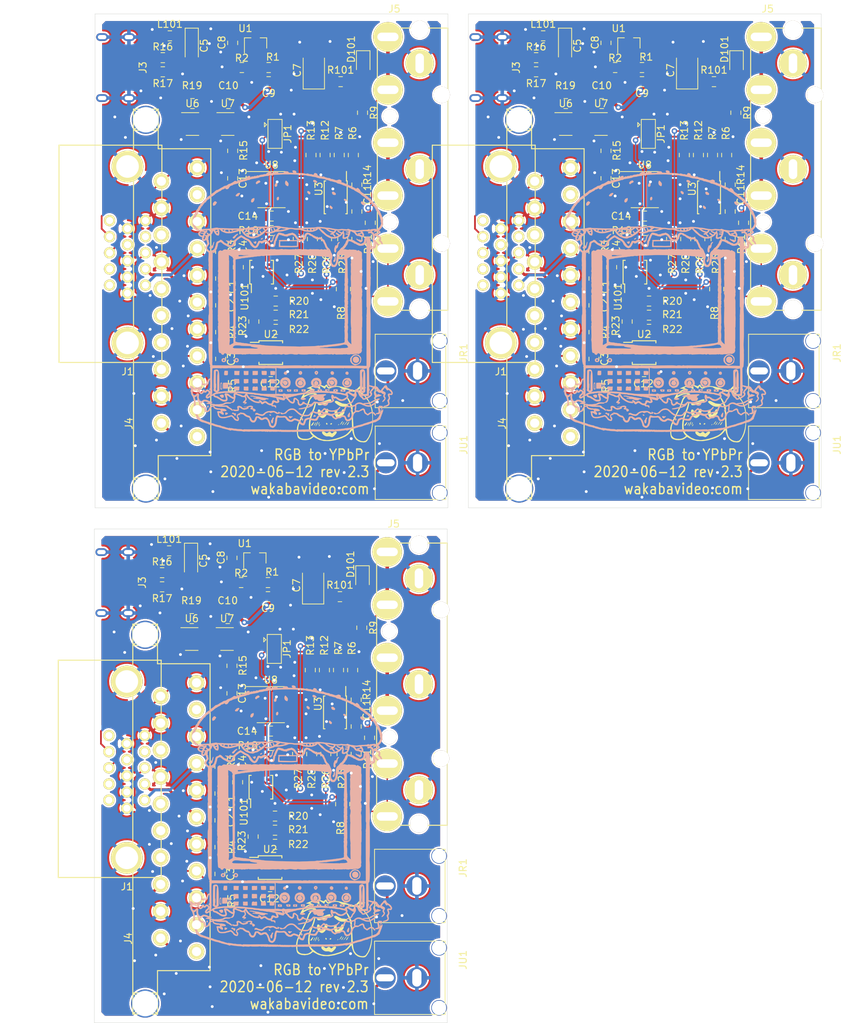
<source format=kicad_pcb>
(kicad_pcb (version 20171130) (host pcbnew "(5.1.5)-2")
  (layers (0 F.Cu signal) (31 B.Cu signal) (34 B.Paste user) (35 F.Paste user) (36 B.SilkS user) (37 F.SilkS user) (38 B.Mask user) (39 F.Mask user) (44 Edge.Cuts user))
  (net 0 "")
  (net 1 "Net-(C1-Pad1)")
  (net 2 /Red)
  (net 3 "Net-(C2-Pad1)")
  (net 4 /Green)
  (net 5 "Net-(C3-Pad1)")
  (net 6 /Blue)
  (net 7 VCC)
  (net 8 "Net-(R1-Pad2)")
  (net 9 GND)
  (net 10 +5V)
  (net 11 "Net-(J1-Pad15)")
  (net 12 "Net-(J1-Pad11)")
  (net 13 "Net-(J1-Pad4)")
  (net 14 "Net-(C13-Pad2)")
  (net 15 /HSYNC)
  (net 16 /VSYNC)
  (net 17 VS)
  (net 18 /STRIP_CSYNC)
  (net 19 /SYNC)
  (net 20 /VGA_CSYNC)
  (net 21 "Net-(J3-PadB5)")
  (net 22 "Net-(J3-PadA5)")
  (net 23 "Net-(U6-Pad4)")
  (net 24 "Net-(U8-Pad7)")
  (net 25 "Net-(U8-Pad5)")
  (net 26 "Net-(U8-Pad3)")
  (net 27 "Net-(C14-Pad1)")
  (net 28 "Net-(J4-Pad1)")
  (net 29 "Net-(J4-Pad19)")
  (net 30 "Net-(J4-Pad16)")
  (net 31 "Net-(J4-Pad12)")
  (net 32 "Net-(J4-Pad10)")
  (net 33 "Net-(J4-Pad6)")
  (net 34 "Net-(J4-Pad3)")
  (net 35 "Net-(J4-Pad2)")
  (net 36 "Net-(J5-Pad1)")
  (net 37 "Net-(J5-Pad3)")
  (net 38 "Net-(J5-Pad2)")
  (net 39 "Net-(J1-Pad12)")
  (net 40 /2R)
  (net 41 "Net-(R20-Pad1)")
  (net 42 /2G)
  (net 43 /2B)
  (net 44 /2Y)
  (net 45 "Net-(R12-Pad2)")
  (net 46 "Net-(R24-Pad1)")
  (net 47 "Net-(R26-Pad2)")
  (net 48 /2Pr)
  (net 49 /2Pb)
  (net 50 "Net-(R14-Pad1)")
  (net 51 "Net-(J1-Pad9)")
  (net 52 "Net-(U2-Pad10)")
  (net 53 "Net-(U101-Pad10)")
  (net 54 "Net-(U101-Pad7)")
  (net 55 "Net-(U101-Pad6)")
  (net 56 "Net-(D101-Pad2)")
  (net 57 "Net-(J3-PadA9)")
  (module videobits:borgar (layer B.Cu) (at 47.8 80.7 180)
    (fp_text reference GOTE2 hide)
    (fp_text value Fiducial hide)
  )
  (module Inductor_SMD:L_0805_2012Metric_Pad1.15x1.40mm_HandSolder (layer F.Cu) (at 30.6 43.1)
    (fp_text reference L101 (at 0 -1.65) (layer F.SilkS))
    (fp_text value 10u)
    (pad 2 smd roundrect (at 1.025 0) (size 1.15 1.4) (layers F.Cu F.Paste F.Mask) (roundrect_rratio 0.217391) (net 10 +5V))
    (pad 1 smd roundrect (at -1.025 0) (size 1.15 1.4) (layers F.Cu F.Paste F.Mask) (roundrect_rratio 0.217391) (net 57 "Net-(J3-PadA9)"))
  )
  (module Resistor_SMD:R_0805_2012Metric_Pad1.15x1.40mm_HandSolder (layer F.Cu) (at 54.8 49.6)
    (fp_text reference R101 (at 0 -1.65) (layer F.SilkS))
    (fp_text value 1k)
    (pad 2 smd roundrect (at 1.025 0) (size 1.15 1.4) (layers F.Cu F.Paste F.Mask) (roundrect_rratio 0.217391) (net 56 "Net-(D101-Pad2)"))
    (pad 1 smd roundrect (at -1.025 0) (size 1.15 1.4) (layers F.Cu F.Paste F.Mask) (roundrect_rratio 0.217391) (net 7 VCC))
  )
  (module Resistor_SMD:R_0805_2012Metric_Pad1.15x1.40mm_HandSolder (layer F.Cu) (at 59 69.6 270)
    (fp_text reference R11 (at 3 0.3 90) (layer F.SilkS))
    (fp_text value 75)
    (pad 2 smd roundrect (at 1.025 0 270) (size 1.15 1.4) (layers F.Cu F.Paste F.Mask) (roundrect_rratio 0.217391) (net 49 /2Pb))
    (pad 1 smd roundrect (at -1.025 0 270) (size 1.15 1.4) (layers F.Cu F.Paste F.Mask) (roundrect_rratio 0.217391) (net 36 "Net-(J5-Pad1)"))
  )
  (module LED_SMD:LED_0805_2012Metric (layer F.Cu) (at 58 46.9 270)
    (fp_text reference D101 (at -1.9 1.7 90) (layer F.SilkS))
    (fp_text value LED)
    (pad 2 smd roundrect (at 0.9375 0 270) (size 0.975 1.4) (layers F.Cu F.Paste F.Mask) (net 56 "Net-(D101-Pad2)"))
    (pad 1 smd roundrect (at -0.9375 0 270) (size 0.975 1.4) (layers F.Cu F.Paste F.Mask) (net 9 GND))
  )
  (module Resistor_SMD:R_0805_2012Metric_Pad1.15x1.40mm_HandSolder (layer F.Cu) (at 52.6 60 270)
    (fp_text reference R12 (at -3.5 0 90) (layer F.SilkS))
    (fp_text value 4k7)
    (pad 2 smd roundrect (at 1.025 0 270) (size 1.15 1.4) (layers F.Cu F.Paste F.Mask) (roundrect_rratio 0.217391) (net 45 "Net-(R12-Pad2)"))
    (pad 1 smd roundrect (at -1.025 0 270) (size 1.15 1.4) (layers F.Cu F.Paste F.Mask) (roundrect_rratio 0.217391) (net 7 VCC))
  )
  (module Package_SO:MSOP-10_3x3mm_P0.5mm (layer F.Cu) (at 43.6 76.6 90)
    (fp_text reference U101 (at -3.5 -2.4 90) (layer F.SilkS))
    (fp_text value TPF144-VR)
    (pad 10 smd rect (at 2.2 -1 90) (size 1.4 0.3) (layers F.Cu F.Paste F.Mask) (net 53 "Net-(U101-Pad10)"))
    (pad 9 smd rect (at 2.2 -0.5 90) (size 1.4 0.3) (layers F.Cu F.Paste F.Mask) (net 9 GND))
    (pad 8 smd rect (at 2.2 0 90) (size 1.4 0.3) (layers F.Cu F.Paste F.Mask) (net 44 /2Y))
    (pad 7 smd rect (at 2.2 0.5 90) (size 1.4 0.3) (layers F.Cu F.Paste F.Mask) (net 54 "Net-(U101-Pad7)"))
    (pad 6 smd rect (at 2.2 1 90) (size 1.4 0.3) (layers F.Cu F.Paste F.Mask) (net 55 "Net-(U101-Pad6)"))
    (pad 5 smd rect (at -2.2 1 90) (size 1.4 0.3) (layers F.Cu F.Paste F.Mask) (net 9 GND))
    (pad 4 smd rect (at -2.2 0.5 90) (size 1.4 0.3) (layers F.Cu F.Paste F.Mask) (net 9 GND))
    (pad 3 smd rect (at -2.2 0 90) (size 1.4 0.3) (layers F.Cu F.Paste F.Mask) (net 41 "Net-(R20-Pad1)"))
    (pad 2 smd rect (at -2.2 -0.5 90) (size 1.4 0.3) (layers F.Cu F.Paste F.Mask) (net 7 VCC))
    (pad 1 smd rect (at -2.2 -1 90) (size 1.4 0.3) (layers F.Cu F.Paste F.Mask) (net 9 GND))
  )
  (module Capacitor_Tantalum_SMD:CP_EIA-3216-18_Kemet-A_Pad1.58x1.35mm_HandSolder (layer F.Cu) (at 33.7 44.5 270)
    (fp_text reference C5 (at 0 -1.75 90) (layer F.SilkS))
    (fp_text value 10u)
    (pad 2 smd roundrect (at 1.4375 0 270) (size 1.575 1.35) (layers F.Cu F.Paste F.Mask) (roundrect_rratio 0.185185) (net 9 GND))
    (pad 1 smd roundrect (at -1.4375 0 270) (size 1.575 1.35) (layers F.Cu F.Paste F.Mask) (roundrect_rratio 0.185185) (net 10 +5V))
  )
  (module Capacitor_Tantalum_SMD:CP_EIA-3528-21_Kemet-B_Pad1.50x2.35mm_HandSolder (layer F.Cu) (at 51 48 90)
    (fp_text reference C7 (at 0 -2.35 90) (layer F.SilkS))
    (fp_text value 100u)
    (pad 2 smd roundrect (at 1.625 0 90) (size 1.5 2.35) (layers F.Cu F.Paste F.Mask) (roundrect_rratio 0.166667) (net 9 GND))
    (pad 1 smd roundrect (at -1.625 0 90) (size 1.5 2.35) (layers F.Cu F.Paste F.Mask) (roundrect_rratio 0.166667) (net 7 VCC))
  )
  (module Package_TO_SOT_SMD:SOT-23-5 (layer F.Cu) (at 38.8 55.6)
    (fp_text reference U7 (at 0 -2.9) (layer F.SilkS))
    (fp_text value 74AHC1G86)
    (pad 5 smd rect (at 1.1 -0.95) (size 1.06 0.65) (layers F.Cu F.Paste F.Mask) (net 7 VCC))
    (pad 4 smd rect (at 1.1 0.95) (size 1.06 0.65) (layers F.Cu F.Paste F.Mask) (net 20 /VGA_CSYNC))
    (pad 3 smd rect (at -1.1 0.95) (size 1.06 0.65) (layers F.Cu F.Paste F.Mask) (net 9 GND))
    (pad 2 smd rect (at -1.1 0) (size 1.06 0.65) (layers F.Cu F.Paste F.Mask) (net 7 VCC))
    (pad 1 smd rect (at -1.1 -0.95) (size 1.06 0.65) (layers F.Cu F.Paste F.Mask) (net 23 "Net-(U6-Pad4)"))
  )
  (module Package_TO_SOT_SMD:SOT-23-5 (layer F.Cu) (at 33.8 55.6)
    (fp_text reference U6 (at 0 -2.9) (layer F.SilkS))
    (fp_text value 74AHC1G86)
    (pad 5 smd rect (at 1.1 -0.95) (size 1.06 0.65) (layers F.Cu F.Paste F.Mask) (net 7 VCC))
    (pad 4 smd rect (at 1.1 0.95) (size 1.06 0.65) (layers F.Cu F.Paste F.Mask) (net 23 "Net-(U6-Pad4)"))
    (pad 3 smd rect (at -1.1 0.95) (size 1.06 0.65) (layers F.Cu F.Paste F.Mask) (net 9 GND))
    (pad 2 smd rect (at -1.1 0) (size 1.06 0.65) (layers F.Cu F.Paste F.Mask) (net 16 /VSYNC))
    (pad 1 smd rect (at -1.1 -0.95) (size 1.06 0.65) (layers F.Cu F.Paste F.Mask) (net 15 /HSYNC))
  )
  (module Package_SO:MSOP-10_3x3mm_P0.5mm (layer F.Cu) (at 44.9 88)
    (fp_text reference U2 (at 0 -2.6) (layer F.SilkS))
    (fp_text value TPF144-VR)
    (pad 10 smd rect (at 2.2 -1) (size 1.4 0.3) (layers F.Cu F.Paste F.Mask) (net 52 "Net-(U2-Pad10)"))
    (pad 9 smd rect (at 2.2 -0.5) (size 1.4 0.3) (layers F.Cu F.Paste F.Mask) (net 9 GND))
    (pad 8 smd rect (at 2.2 0) (size 1.4 0.3) (layers F.Cu F.Paste F.Mask) (net 40 /2R))
    (pad 7 smd rect (at 2.2 0.5) (size 1.4 0.3) (layers F.Cu F.Paste F.Mask) (net 42 /2G))
    (pad 6 smd rect (at 2.2 1) (size 1.4 0.3) (layers F.Cu F.Paste F.Mask) (net 43 /2B))
    (pad 5 smd rect (at -2.2 1) (size 1.4 0.3) (layers F.Cu F.Paste F.Mask) (net 5 "Net-(C3-Pad1)"))
    (pad 4 smd rect (at -2.2 0.5) (size 1.4 0.3) (layers F.Cu F.Paste F.Mask) (net 3 "Net-(C2-Pad1)"))
    (pad 3 smd rect (at -2.2 0) (size 1.4 0.3) (layers F.Cu F.Paste F.Mask) (net 1 "Net-(C1-Pad1)"))
    (pad 2 smd rect (at -2.2 -0.5) (size 1.4 0.3) (layers F.Cu F.Paste F.Mask) (net 7 VCC))
    (pad 1 smd rect (at -2.2 -1) (size 1.4 0.3) (layers F.Cu F.Paste F.Mask) (net 9 GND))
  )
  (module Resistor_SMD:R_0805_2012Metric_Pad1.15x1.40mm_HandSolder (layer F.Cu) (at 56.9 79 90)
    (fp_text reference R10 (at -3.4 0 90) (layer F.SilkS))
    (fp_text value 75)
    (pad 2 smd roundrect (at 1.025 0 90) (size 1.15 1.4) (layers F.Cu F.Paste F.Mask) (roundrect_rratio 0.217391) (net 44 /2Y))
    (pad 1 smd roundrect (at -1.025 0 90) (size 1.15 1.4) (layers F.Cu F.Paste F.Mask) (roundrect_rratio 0.217391) (net 37 "Net-(J5-Pad3)"))
  )
  (module Resistor_SMD:R_0805_2012Metric_Pad1.15x1.40mm_HandSolder (layer F.Cu) (at 57.9 54 270)
    (fp_text reference R9 (at 0 -1.65 90) (layer F.SilkS))
    (fp_text value 75)
    (pad 2 smd roundrect (at 1.025 0 270) (size 1.15 1.4) (layers F.Cu F.Paste F.Mask) (roundrect_rratio 0.217391) (net 48 /2Pr))
    (pad 1 smd roundrect (at -1.025 0 270) (size 1.15 1.4) (layers F.Cu F.Paste F.Mask) (roundrect_rratio 0.217391) (net 38 "Net-(J5-Pad2)"))
  )
  (module Resistor_SMD:R_0805_2012Metric_Pad1.15x1.40mm_HandSolder (layer F.Cu) (at 54.9 79 90)
    (fp_text reference R8 (at -3.4 0 90) (layer F.SilkS))
    (fp_text value 510)
    (pad 2 smd roundrect (at 1.025 0 90) (size 1.15 1.4) (layers F.Cu F.Paste F.Mask) (roundrect_rratio 0.217391) (net 19 /SYNC))
    (pad 1 smd roundrect (at -1.025 0 90) (size 1.15 1.4) (layers F.Cu F.Paste F.Mask) (roundrect_rratio 0.217391) (net 37 "Net-(J5-Pad3)"))
  )
  (module videobits:uwuriel (layer F.Cu) (at 54 96.6)
    (fp_text reference GOTE1 hide)
    (fp_text value Fiducial hide)
  )
  (module Jumper:SolderJumper-3_P1.3mm_Bridged12_Pad1.0x1.5mm (layer F.Cu) (at 45.5 57 270)
    (fp_text reference JP1 (at 0 -1.8 90) (layer F.SilkS))
    (fp_text value Jumper_3_Bridged12)
    (fp_poly (pts (xy -0.9 -0.3) (xy -0.4 -0.3) (xy -0.4 0.3) (xy -0.9 0.3)) (layer F.Cu) (width 0))
    (pad 2 smd rect (at 0 0 270) (size 1 1.5) (layers F.Cu F.Mask) (net 19 /SYNC))
    (pad 3 smd rect (at 1.3 0 270) (size 1 1.5) (layers F.Cu F.Mask) (net 18 /STRIP_CSYNC))
    (pad 1 smd rect (at -1.3 0 270) (size 1 1.5) (layers F.Cu F.Mask) (net 20 /VGA_CSYNC))
  )
  (module Package_SO:TSSOP-8_4.4x3mm_P0.65mm (layer F.Cu) (at 54.1 66 270)
    (fp_text reference U3 (at -1.2 2.4 90) (layer F.SilkS))
    (fp_text value RS8752XQ)
    (pad 8 smd rect (at 2.95 -0.975 270) (size 1.45 0.45) (layers F.Cu F.Paste F.Mask) (net 7 VCC))
    (pad 7 smd rect (at 2.95 -0.325 270) (size 1.45 0.45) (layers F.Cu F.Paste F.Mask) (net 49 /2Pb))
    (pad 6 smd rect (at 2.95 0.325 270) (size 1.45 0.45) (layers F.Cu F.Paste F.Mask) (net 46 "Net-(R24-Pad1)"))
    (pad 5 smd rect (at 2.95 0.975 270) (size 1.45 0.45) (layers F.Cu F.Paste F.Mask) (net 47 "Net-(R26-Pad2)"))
    (pad 4 smd rect (at -2.95 0.975 270) (size 1.45 0.45) (layers F.Cu F.Paste F.Mask) (net 9 GND))
    (pad 3 smd rect (at -2.95 0.325 270) (size 1.45 0.45) (layers F.Cu F.Paste F.Mask) (net 45 "Net-(R12-Pad2)"))
    (pad 2 smd rect (at -2.95 -0.325 270) (size 1.45 0.45) (layers F.Cu F.Paste F.Mask) (net 50 "Net-(R14-Pad1)"))
    (pad 1 smd rect (at -2.95 -0.975 270) (size 1.45 0.45) (layers F.Cu F.Paste F.Mask) (net 48 /2Pr))
  )
  (module Capacitor_SMD:C_0805_2012Metric_Pad1.15x1.40mm_HandSolder (layer F.Cu) (at 40.3 75.9 90)
    (fp_text reference C4 (at 2.9 0.7 90) (layer F.SilkS))
    (fp_text value 100n)
    (pad 2 smd roundrect (at 1.025 0 90) (size 1.15 1.4) (layers F.Cu F.Paste F.Mask) (roundrect_rratio 0.217391) (net 9 GND))
    (pad 1 smd roundrect (at -1.025 0 90) (size 1.15 1.4) (layers F.Cu F.Paste F.Mask) (roundrect_rratio 0.217391) (net 7 VCC))
  )
  (module Resistor_SMD:R_0805_2012Metric_Pad1.15x1.40mm_HandSolder (layer F.Cu) (at 50.8 71.9 90)
    (fp_text reference R28 (at -3.5 0 90) (layer F.SilkS))
    (fp_text value 1k27)
    (pad 2 smd roundrect (at 1.025 0 90) (size 1.15 1.4) (layers F.Cu F.Paste F.Mask) (roundrect_rratio 0.217391) (net 47 "Net-(R26-Pad2)"))
    (pad 1 smd roundrect (at -1.025 0 90) (size 1.15 1.4) (layers F.Cu F.Paste F.Mask) (roundrect_rratio 0.217391) (net 9 GND))
  )
  (module Resistor_SMD:R_0805_2012Metric_Pad1.15x1.40mm_HandSolder (layer F.Cu) (at 48.8 71.9 90)
    (fp_text reference R27 (at -3.5 0.1 90) (layer F.SilkS))
    (fp_text value 4k7)
    (pad 2 smd roundrect (at 1.025 0 90) (size 1.15 1.4) (layers F.Cu F.Paste F.Mask) (roundrect_rratio 0.217391) (net 47 "Net-(R26-Pad2)"))
    (pad 1 smd roundrect (at -1.025 0 90) (size 1.15 1.4) (layers F.Cu F.Paste F.Mask) (roundrect_rratio 0.217391) (net 7 VCC))
  )
  (module Resistor_SMD:R_0805_2012Metric_Pad1.15x1.40mm_HandSolder (layer F.Cu) (at 52.8 71.9 90)
    (fp_text reference R26 (at -3.5 0 90) (layer F.SilkS))
    (fp_text value 1k77)
    (pad 2 smd roundrect (at 1.025 0 90) (size 1.15 1.4) (layers F.Cu F.Paste F.Mask) (roundrect_rratio 0.217391) (net 47 "Net-(R26-Pad2)"))
    (pad 1 smd roundrect (at -1.025 0 90) (size 1.15 1.4) (layers F.Cu F.Paste F.Mask) (roundrect_rratio 0.217391) (net 43 /2B))
  )
  (module Resistor_SMD:R_0805_2012Metric_Pad1.15x1.40mm_HandSolder (layer F.Cu) (at 55.1 71.9 90)
    (fp_text reference R25 (at -3.5 0 90) (layer F.SilkS))
    (fp_text value 1k77)
    (pad 2 smd roundrect (at 1.025 0 90) (size 1.15 1.4) (layers F.Cu F.Paste F.Mask) (roundrect_rratio 0.217391) (net 46 "Net-(R24-Pad1)"))
    (pad 1 smd roundrect (at -1.025 0 90) (size 1.15 1.4) (layers F.Cu F.Paste F.Mask) (roundrect_rratio 0.217391) (net 44 /2Y))
  )
  (module Resistor_SMD:R_0805_2012Metric_Pad1.15x1.40mm_HandSolder (layer F.Cu) (at 57.1 71.9 90)
    (fp_text reference R24 (at -3.5 0 90) (layer F.SilkS))
    (fp_text value 1k)
    (pad 2 smd roundrect (at 1.025 0 90) (size 1.15 1.4) (layers F.Cu F.Paste F.Mask) (roundrect_rratio 0.217391) (net 49 /2Pb))
    (pad 1 smd roundrect (at -1.025 0 90) (size 1.15 1.4) (layers F.Cu F.Paste F.Mask) (roundrect_rratio 0.217391) (net 46 "Net-(R24-Pad1)"))
  )
  (module Resistor_SMD:R_0805_2012Metric_Pad1.15x1.40mm_HandSolder (layer F.Cu) (at 57.1 64.2 90)
    (fp_text reference R14 (at 1.4 1.5 90) (layer F.SilkS))
    (fp_text value 1k)
    (pad 2 smd roundrect (at 1.025 0 90) (size 1.15 1.4) (layers F.Cu F.Paste F.Mask) (roundrect_rratio 0.217391) (net 48 /2Pr))
    (pad 1 smd roundrect (at -1.025 0 90) (size 1.15 1.4) (layers F.Cu F.Paste F.Mask) (roundrect_rratio 0.217391) (net 50 "Net-(R14-Pad1)"))
  )
  (module Resistor_SMD:R_0805_2012Metric_Pad1.15x1.40mm_HandSolder (layer F.Cu) (at 50.6 60 270)
    (fp_text reference R13 (at -3.5 0 90) (layer F.SilkS))
    (fp_text value 1k27)
    (pad 2 smd roundrect (at 1.025 0 270) (size 1.15 1.4) (layers F.Cu F.Paste F.Mask) (roundrect_rratio 0.217391) (net 45 "Net-(R12-Pad2)"))
    (pad 1 smd roundrect (at -1.025 0 270) (size 1.15 1.4) (layers F.Cu F.Paste F.Mask) (roundrect_rratio 0.217391) (net 9 GND))
  )
  (module Resistor_SMD:R_0805_2012Metric_Pad1.15x1.40mm_HandSolder (layer F.Cu) (at 54.6 60 270)
    (fp_text reference R7 (at -3.1 0 90) (layer F.SilkS))
    (fp_text value 1k402)
    (pad 2 smd roundrect (at 1.025 0 270) (size 1.15 1.4) (layers F.Cu F.Paste F.Mask) (roundrect_rratio 0.217391) (net 45 "Net-(R12-Pad2)"))
    (pad 1 smd roundrect (at -1.025 0 270) (size 1.15 1.4) (layers F.Cu F.Paste F.Mask) (roundrect_rratio 0.217391) (net 40 /2R))
  )
  (module Resistor_SMD:R_0805_2012Metric_Pad1.15x1.40mm_HandSolder (layer F.Cu) (at 56.6 60 270)
    (fp_text reference R6 (at -3.1 0.1 90) (layer F.SilkS))
    (fp_text value 1k402)
    (pad 2 smd roundrect (at 1.025 0 270) (size 1.15 1.4) (layers F.Cu F.Paste F.Mask) (roundrect_rratio 0.217391) (net 50 "Net-(R14-Pad1)"))
    (pad 1 smd roundrect (at -1.025 0 270) (size 1.15 1.4) (layers F.Cu F.Paste F.Mask) (roundrect_rratio 0.217391) (net 44 /2Y))
  )
  (module Resistor_SMD:R_0805_2012Metric_Pad1.15x1.40mm_HandSolder (layer F.Cu) (at 42.5 83.6 90)
    (fp_text reference R23 (at -0.6 -1.6 90) (layer F.SilkS))
    (fp_text value 300)
    (pad 2 smd roundrect (at 1.025 0 90) (size 1.15 1.4) (layers F.Cu F.Paste F.Mask) (roundrect_rratio 0.217391) (net 41 "Net-(R20-Pad1)"))
    (pad 1 smd roundrect (at -1.025 0 90) (size 1.15 1.4) (layers F.Cu F.Paste F.Mask) (roundrect_rratio 0.217391) (net 9 GND))
  )
  (module Resistor_SMD:R_0805_2012Metric_Pad1.15x1.40mm_HandSolder (layer F.Cu) (at 45.6 84.7)
    (fp_text reference R22 (at 3.3 0) (layer F.SilkS))
    (fp_text value 2740)
    (pad 2 smd roundrect (at 1.025 0) (size 1.15 1.4) (layers F.Cu F.Paste F.Mask) (roundrect_rratio 0.217391) (net 43 /2B))
    (pad 1 smd roundrect (at -1.025 0) (size 1.15 1.4) (layers F.Cu F.Paste F.Mask) (roundrect_rratio 0.217391) (net 41 "Net-(R20-Pad1)"))
  )
  (module Resistor_SMD:R_0805_2012Metric_Pad1.15x1.40mm_HandSolder (layer F.Cu) (at 45.6 82.7)
    (fp_text reference R21 (at 3.3 -0.1) (layer F.SilkS))
    (fp_text value 511)
    (pad 2 smd roundrect (at 1.025 0) (size 1.15 1.4) (layers F.Cu F.Paste F.Mask) (roundrect_rratio 0.217391) (net 42 /2G))
    (pad 1 smd roundrect (at -1.025 0) (size 1.15 1.4) (layers F.Cu F.Paste F.Mask) (roundrect_rratio 0.217391) (net 41 "Net-(R20-Pad1)"))
  )
  (module Resistor_SMD:R_0805_2012Metric_Pad1.15x1.40mm_HandSolder (layer F.Cu) (at 45.6 80.7)
    (fp_text reference R20 (at 3.3 0) (layer F.SilkS))
    (fp_text value 1k)
    (pad 2 smd roundrect (at 1.025 0) (size 1.15 1.4) (layers F.Cu F.Paste F.Mask) (roundrect_rratio 0.217391) (net 40 /2R))
    (pad 1 smd roundrect (at -1.025 0) (size 1.15 1.4) (layers F.Cu F.Paste F.Mask) (roundrect_rratio 0.217391) (net 41 "Net-(R20-Pad1)"))
  )
  (module videobits:Cheapo_RCA_single_edge (layer F.Cu) (at 69.7 90.6 270)
    (fp_text reference JR1 (at -2.54 -2.54 90) (layer F.SilkS))
    (fp_text value Conn_Coaxial)
    (pad "" np_thru_hole circle (at -4.25 0.85 270) (size 2.2 2.2) (drill 2) (layers *.Cu *.Mask))
    (pad "" np_thru_hole circle (at 4.25 0.85 270) (size 2.2 2.2) (drill 2) (layers *.Cu *.Mask))
    (pad 2 thru_hole oval (at 0 4 270) (size 3 3) (drill oval 2.5 1.3) (layers *.Cu *.Mask) (net 9 GND))
    (pad 1 thru_hole oval (at 0 8.5 270) (size 3 3) (drill oval 1 2.5) (layers *.Cu *.Mask) (net 35 "Net-(J4-Pad2)"))
  )
  (module videobits:Cheapo_RCA_single_edge (layer F.Cu) (at 69.7 103.62 270)
    (fp_text reference JU1 (at -2.54 -2.54 90) (layer F.SilkS))
    (fp_text value Conn_Coaxial)
    (pad "" np_thru_hole circle (at -4.25 0.85 270) (size 2.2 2.2) (drill 2) (layers *.Cu *.Mask))
    (pad "" np_thru_hole circle (at 4.25 0.85 270) (size 2.2 2.2) (drill 2) (layers *.Cu *.Mask))
    (pad 2 thru_hole oval (at 0 4 270) (size 3 3) (drill oval 2.5 1.3) (layers *.Cu *.Mask) (net 9 GND))
    (pad 1 thru_hole oval (at 0 8.5 270) (size 3 3) (drill oval 1 2.5) (layers *.Cu *.Mask) (net 33 "Net-(J4-Pad6)"))
  )
  (module Package_TO_SOT_SMD:SOT-23 (layer F.Cu) (at 42.746 44.142 90)
    (fp_text reference U1 (at 2.092 -1.446 180) (layer F.SilkS))
    (fp_text value SC6206B-65K5 hide)
    (pad 3 smd rect (at 1 0 90) (size 0.9 0.8) (layers F.Cu F.Paste F.Mask) (net 10 +5V))
    (pad 2 smd rect (at -1 0.95 90) (size 0.9 0.8) (layers F.Cu F.Paste F.Mask) (net 7 VCC))
    (pad 1 smd rect (at -1 -0.95 90) (size 0.9 0.8) (layers F.Cu F.Paste F.Mask) (net 8 "Net-(R1-Pad2)"))
  )
  (module Resistor_SMD:R_0805_2012Metric_Pad1.15x1.40mm_HandSolder (layer F.Cu) (at 44.6 47.6 180)
    (fp_text reference R1 (at -0.6 1.5 180) (layer F.SilkS))
    (fp_text value 1k)
    (pad 2 smd roundrect (at 1.025 0 180) (size 1.15 1.4) (layers F.Cu F.Paste F.Mask) (roundrect_rratio 0.217391) (net 8 "Net-(R1-Pad2)"))
    (pad 1 smd roundrect (at -1.025 0 180) (size 1.15 1.4) (layers F.Cu F.Paste F.Mask) (roundrect_rratio 0.217391) (net 7 VCC))
  )
  (module Resistor_SMD:R_0805_2012Metric_Pad1.15x1.40mm_HandSolder (layer F.Cu) (at 40.8 47.6 180)
    (fp_text reference R2 (at 0 1.35 180) (layer F.SilkS))
    (fp_text value 1k33)
    (pad 2 smd roundrect (at 1.025 0 180) (size 1.15 1.4) (layers F.Cu F.Paste F.Mask) (roundrect_rratio 0.217391) (net 9 GND))
    (pad 1 smd roundrect (at -1.025 0 180) (size 1.15 1.4) (layers F.Cu F.Paste F.Mask) (roundrect_rratio 0.217391) (net 8 "Net-(R1-Pad2)"))
  )
  (module Resistor_SMD:R_0805_2012Metric_Pad1.15x1.40mm_HandSolder (layer F.Cu) (at 37.8 73.7 90)
    (fp_text reference R3 (at 0.7 1.6 90) (layer F.SilkS))
    (fp_text value 75)
    (pad 2 smd roundrect (at 1.025 0 90) (size 1.15 1.4) (layers F.Cu F.Paste F.Mask) (roundrect_rratio 0.217391) (net 9 GND))
    (pad 1 smd roundrect (at -1.025 0 90) (size 1.15 1.4) (layers F.Cu F.Paste F.Mask) (roundrect_rratio 0.217391) (net 2 /Red))
  )
  (module Resistor_SMD:R_0805_2012Metric_Pad1.15x1.40mm_HandSolder (layer F.Cu) (at 37.8 85.1 270)
    (fp_text reference R4 (at 0 -1.65 90) (layer F.SilkS))
    (fp_text value 75)
    (pad 2 smd roundrect (at 1.025 0 270) (size 1.15 1.4) (layers F.Cu F.Paste F.Mask) (roundrect_rratio 0.217391) (net 9 GND))
    (pad 1 smd roundrect (at -1.025 0 270) (size 1.15 1.4) (layers F.Cu F.Paste F.Mask) (roundrect_rratio 0.217391) (net 4 /Green))
  )
  (module Resistor_SMD:R_0805_2012Metric_Pad1.15x1.40mm_HandSolder (layer F.Cu) (at 37.8 92.7 270)
    (fp_text reference R5 (at 0 -1.65 90) (layer F.SilkS))
    (fp_text value 75)
    (pad 2 smd roundrect (at 1.025 0 270) (size 1.15 1.4) (layers F.Cu F.Paste F.Mask) (roundrect_rratio 0.217391) (net 9 GND))
    (pad 1 smd roundrect (at -1.025 0 270) (size 1.15 1.4) (layers F.Cu F.Paste F.Mask) (roundrect_rratio 0.217391) (net 6 /Blue))
  )
  (module Capacitor_SMD:C_0805_2012Metric_Pad1.15x1.40mm_HandSolder (layer F.Cu) (at 37.8 77.5 90)
    (fp_text reference C1 (at -1.2 1.6 90) (layer F.SilkS))
    (fp_text value 1u)
    (pad 2 smd roundrect (at 1.025 0 90) (size 1.15 1.4) (layers F.Cu F.Paste F.Mask) (roundrect_rratio 0.217391) (net 2 /Red))
    (pad 1 smd roundrect (at -1.025 0 90) (size 1.15 1.4) (layers F.Cu F.Paste F.Mask) (roundrect_rratio 0.217391) (net 1 "Net-(C1-Pad1)"))
  )
  (module Capacitor_SMD:C_0805_2012Metric_Pad1.15x1.40mm_HandSolder (layer F.Cu) (at 37.8 81.3 270)
    (fp_text reference C2 (at 0 -1.5 90) (layer F.SilkS))
    (fp_text value 1u)
    (pad 2 smd roundrect (at 1.025 0 270) (size 1.15 1.4) (layers F.Cu F.Paste F.Mask) (roundrect_rratio 0.217391) (net 4 /Green))
    (pad 1 smd roundrect (at -1.025 0 270) (size 1.15 1.4) (layers F.Cu F.Paste F.Mask) (roundrect_rratio 0.217391) (net 3 "Net-(C2-Pad1)"))
  )
  (module Capacitor_SMD:C_0805_2012Metric_Pad1.15x1.40mm_HandSolder (layer F.Cu) (at 37.8 88.9 270)
    (fp_text reference C3 (at 0 -1.5 90) (layer F.SilkS))
    (fp_text value 1u)
    (pad 2 smd roundrect (at 1.025 0 270) (size 1.15 1.4) (layers F.Cu F.Paste F.Mask) (roundrect_rratio 0.217391) (net 6 /Blue))
    (pad 1 smd roundrect (at -1.025 0 270) (size 1.15 1.4) (layers F.Cu F.Paste F.Mask) (roundrect_rratio 0.217391) (net 5 "Net-(C3-Pad1)"))
  )
  (module custom_components:3xRCA_CONN (layer F.Cu) (at 66 62 90)
    (fp_text reference J5 (at 22.71522 -3.5814 180) (layer F.SilkS))
    (fp_text value 3xRCA_CONN)
    (pad 1 thru_hole circle (at -3.75 -4.5 90) (size 4.2 4.2) (drill oval 1.2 3) (layers *.Cu *.Mask F.SilkS) (net 36 "Net-(J5-Pad1)"))
    (pad 1 thru_hole circle (at 3.75 -4.5 90) (size 4.2 4.2) (drill oval 1.2 3) (layers *.Cu *.Mask F.SilkS) (net 36 "Net-(J5-Pad1)"))
    (pad "" thru_hole oval (at -19.8 0 90) (size 2.5 2.5) (drill 2.5) (layers *.Cu *.Mask F.SilkS))
    (pad "" thru_hole oval (at 19.8 0 90) (size 2.5 2.5) (drill 2.5) (layers *.Cu *.Mask F.SilkS))
    (pad 4 thru_hole circle (at 15 0 90) (size 4 4) (drill oval 2.82 1.2) (layers *.Cu *.Mask F.SilkS) (net 9 GND))
    (pad 4 thru_hole circle (at 0 0 90) (size 4 4) (drill oval 2.82 1.2) (layers *.Cu *.Mask F.SilkS) (net 9 GND))
    (pad 4 thru_hole circle (at -15 0 90) (size 4 4) (drill oval 2.82 1.2) (layers *.Cu *.Mask F.SilkS) (net 9 GND))
    (pad 3 thru_hole circle (at -11.25 -4.5 90) (size 4.2 4.2) (drill oval 1.2 3) (layers *.Cu *.Mask F.SilkS) (net 37 "Net-(J5-Pad3)"))
    (pad 3 thru_hole circle (at -18.75 -4.5 90) (size 4.2 4.2) (drill oval 1.2 3) (layers *.Cu *.Mask F.SilkS) (net 37 "Net-(J5-Pad3)"))
    (pad 2 thru_hole circle (at 18.75 -4.5 90) (size 4.2 4.2) (drill oval 1.2 3) (layers *.Cu *.Mask F.SilkS) (net 38 "Net-(J5-Pad2)"))
    (pad 2 thru_hole circle (at 11.25 -4.5 90) (size 4.2 4.2) (drill oval 1.2 3) (layers *.Cu *.Mask F.SilkS) (net 38 "Net-(J5-Pad2)"))
    (pad "" thru_hole circle (at 10.53338 3.14452 90) (size 2.3 2.3) (drill 2.3) (layers *.Cu *.Mask F.SilkS))
    (pad "" thru_hole circle (at -10.53338 3.14452 90) (size 2.3 2.3) (drill 2.3) (layers *.Cu *.Mask F.SilkS))
    (pad "" thru_hole circle (at -7.5 -4.2 90) (size 2 2) (drill 2) (layers *.Cu *.Mask F.SilkS))
    (pad "" thru_hole circle (at 7.5 -4.2 90) (size 2 2) (drill 2) (layers *.Cu *.Mask F.SilkS))
  )
  (module custom_components:VGA_CONN (layer F.Cu) (at 24.6 75 270)
    (fp_text reference J1 (at 15.70228 -0.00508) (layer F.SilkS))
    (fp_text value VGA)
    (pad 10 thru_hole circle (at -13.38 0 270) (size 4.5 4.5) (drill 3.2) (layers *.Cu *.Mask F.SilkS) (net 9 GND))
    (pad 10 thru_hole circle (at 11.62 0 270) (size 4.5 4.5) (drill 3.2) (layers *.Cu *.Mask F.SilkS) (net 9 GND))
    (pad 15 thru_hole circle (at -5.72 2.54 270) (size 1.6 1.6) (drill 1) (layers *.Cu *.Mask F.SilkS) (net 11 "Net-(J1-Pad15)"))
    (pad 14 thru_hole circle (at -3.43 2.54 270) (size 1.6 1.6) (drill 1) (layers *.Cu *.Mask F.SilkS) (net 16 /VSYNC))
    (pad 13 thru_hole circle (at -1.14 2.54 270) (size 1.6 1.6) (drill 1) (layers *.Cu *.Mask F.SilkS) (net 15 /HSYNC))
    (pad 12 thru_hole circle (at 1.15 2.54 270) (size 1.6 1.6) (drill 1) (layers *.Cu *.Mask F.SilkS) (net 39 "Net-(J1-Pad12)"))
    (pad 11 thru_hole circle (at 3.44 2.54 270) (size 1.6 1.6) (drill 1) (layers *.Cu *.Mask F.SilkS) (net 12 "Net-(J1-Pad11)"))
    (pad 7 thru_hole circle (at 2.29 0 270) (size 1.6 1.6) (drill 1) (layers *.Cu *.Mask F.SilkS) (net 9 GND))
    (pad 6 thru_hole circle (at 4.58 0 270) (size 1.6 1.6) (drill 1) (layers *.Cu *.Mask F.SilkS) (net 9 GND))
    (pad 5 thru_hole circle (at -5.72 -2.54 270) (size 1.6 1.6) (drill 1) (layers *.Cu *.Mask F.SilkS) (net 9 GND))
    (pad 4 thru_hole circle (at -3.43 -2.54 270) (size 1.6 1.6) (drill 1) (layers *.Cu *.Mask F.SilkS) (net 13 "Net-(J1-Pad4)"))
    (pad 3 thru_hole circle (at -1.14 -2.54 270) (size 1.6 1.6) (drill 1) (layers *.Cu *.Mask F.SilkS) (net 6 /Blue))
    (pad 2 thru_hole circle (at 1.15 -2.54 270) (size 1.6 1.6) (drill 1) (layers *.Cu *.Mask F.SilkS) (net 4 /Green))
    (pad 1 thru_hole circle (at 3.44 -2.54 270) (size 1.6 1.6) (drill 1) (layers *.Cu *.Mask F.SilkS) (net 2 /Red))
    (pad 10 thru_hole circle (at -4.58 0 270) (size 1.6 1.6) (drill 1) (layers *.Cu *.Mask F.SilkS) (net 9 GND))
    (pad 9 thru_hole circle (at -2.29 0 270) (size 1.6 1.6) (drill 1) (layers *.Cu *.Mask F.SilkS) (net 51 "Net-(J1-Pad9)"))
    (pad 8 thru_hole circle (at 0 0 270) (size 1.6 1.6) (drill 1) (layers *.Cu *.Mask F.SilkS) (net 9 GND))
  )
  (module Capacitor_SMD:C_0805_2012Metric_Pad1.15x1.40mm_HandSolder (layer F.Cu) (at 39.5 44.1 270)
    (fp_text reference C8 (at -0.05 1.55 90) (layer F.SilkS))
    (fp_text value 100n)
    (pad 2 smd roundrect (at 1.025 0 270) (size 1.15 1.4) (layers F.Cu F.Paste F.Mask) (roundrect_rratio 0.217391) (net 9 GND))
    (pad 1 smd roundrect (at -1.025 0 270) (size 1.15 1.4) (layers F.Cu F.Paste F.Mask) (roundrect_rratio 0.217391) (net 10 +5V))
  )
  (module Capacitor_SMD:C_0805_2012Metric_Pad1.15x1.40mm_HandSolder (layer F.Cu) (at 44.6 49.6 180)
    (fp_text reference C9 (at 0 -1.65) (layer F.SilkS))
    (fp_text value 10u)
    (pad 2 smd roundrect (at 1.025 0 180) (size 1.15 1.4) (layers F.Cu F.Paste F.Mask) (roundrect_rratio 0.217391) (net 9 GND))
    (pad 1 smd roundrect (at -1.025 0 180) (size 1.15 1.4) (layers F.Cu F.Paste F.Mask) (roundrect_rratio 0.217391) (net 7 VCC))
  )
  (module Capacitor_SMD:C_0805_2012Metric_Pad1.15x1.40mm_HandSolder (layer F.Cu) (at 38.9 52.7 180)
    (fp_text reference C10 (at 0 2.55) (layer F.SilkS))
    (fp_text value 100n)
    (pad 2 smd roundrect (at 1.025 0 180) (size 1.15 1.4) (layers F.Cu F.Paste F.Mask) (roundrect_rratio 0.217391) (net 9 GND))
    (pad 1 smd roundrect (at -1.025 0 180) (size 1.15 1.4) (layers F.Cu F.Paste F.Mask) (roundrect_rratio 0.217391) (net 7 VCC))
  )
  (module Capacitor_SMD:C_0805_2012Metric_Pad1.15x1.40mm_HandSolder (layer F.Cu) (at 57.1 68 90)
    (fp_text reference C11 (at 2.4 1.5 90) (layer F.SilkS))
    (fp_text value 100n)
    (pad 2 smd roundrect (at 1.025 0 90) (size 1.15 1.4) (layers F.Cu F.Paste F.Mask) (roundrect_rratio 0.217391) (net 9 GND))
    (pad 1 smd roundrect (at -1.025 0 90) (size 1.15 1.4) (layers F.Cu F.Paste F.Mask) (roundrect_rratio 0.217391) (net 7 VCC))
  )
  (module Capacitor_SMD:C_0805_2012Metric_Pad1.15x1.40mm_HandSolder (layer F.Cu) (at 44.9 90.7)
    (fp_text reference C12 (at -0.1 1.7) (layer F.SilkS))
    (fp_text value 100n)
    (pad 2 smd roundrect (at 1.025 0) (size 1.15 1.4) (layers F.Cu F.Paste F.Mask) (roundrect_rratio 0.217391) (net 9 GND))
    (pad 1 smd roundrect (at -1.025 0) (size 1.15 1.4) (layers F.Cu F.Paste F.Mask) (roundrect_rratio 0.217391) (net 7 VCC))
  )
  (module Capacitor_SMD:C_0805_2012Metric_Pad1.15x1.40mm_HandSolder (layer F.Cu) (at 39.5 63.3 270)
    (fp_text reference C13 (at 0 -1.45 90) (layer F.SilkS))
    (fp_text value 100n)
    (pad 2 smd roundrect (at 1.025 0 270) (size 1.15 1.4) (layers F.Cu F.Paste F.Mask) (roundrect_rratio 0.217391) (net 14 "Net-(C13-Pad2)"))
    (pad 1 smd roundrect (at -1.025 0 270) (size 1.15 1.4) (layers F.Cu F.Paste F.Mask) (roundrect_rratio 0.217391) (net 15 /HSYNC))
  )
  (module Resistor_SMD:R_0805_2012Metric_Pad1.15x1.40mm_HandSolder (layer F.Cu) (at 39.5 59.4 90)
    (fp_text reference R15 (at 0.05 1.55 90) (layer F.SilkS))
    (fp_text value 75)
    (pad 2 smd roundrect (at 1.025 0 90) (size 1.15 1.4) (layers F.Cu F.Paste F.Mask) (roundrect_rratio 0.217391) (net 9 GND))
    (pad 1 smd roundrect (at -1.025 0 90) (size 1.15 1.4) (layers F.Cu F.Paste F.Mask) (roundrect_rratio 0.217391) (net 15 /HSYNC))
  )
  (module Resistor_SMD:R_0805_2012Metric_Pad1.15x1.40mm_HandSolder (layer F.Cu) (at 29.6 46.2 180)
    (fp_text reference R16 (at 0 1.55) (layer F.SilkS))
    (fp_text value 5k1)
    (pad 2 smd roundrect (at 1.025 0 180) (size 1.15 1.4) (layers F.Cu F.Paste F.Mask) (roundrect_rratio 0.217391) (net 22 "Net-(J3-PadA5)"))
    (pad 1 smd roundrect (at -1.025 0 180) (size 1.15 1.4) (layers F.Cu F.Paste F.Mask) (roundrect_rratio 0.217391) (net 9 GND))
  )
  (module Resistor_SMD:R_0805_2012Metric_Pad1.15x1.40mm_HandSolder (layer F.Cu) (at 29.6 48.2 180)
    (fp_text reference R17 (at 0 -1.65) (layer F.SilkS))
    (fp_text value 5k1)
    (pad 2 smd roundrect (at 1.025 0 180) (size 1.15 1.4) (layers F.Cu F.Paste F.Mask) (roundrect_rratio 0.217391) (net 21 "Net-(J3-PadB5)"))
    (pad 1 smd roundrect (at -1.025 0 180) (size 1.15 1.4) (layers F.Cu F.Paste F.Mask) (roundrect_rratio 0.217391) (net 9 GND))
  )
  (module Package_SO:SOIC-8_3.9x4.9mm_P1.27mm (layer F.Cu) (at 45 64.9)
    (fp_text reference U8 (at 0 -3.5) (layer F.SilkS))
    (fp_text value LM1881)
    (pad 8 smd roundrect (at 2.475 -1.905) (size 1.95 0.6) (layers F.Cu F.Paste F.Mask) (net 7 VCC))
    (pad 7 smd roundrect (at 2.475 -0.635) (size 1.95 0.6) (layers F.Cu F.Paste F.Mask) (net 24 "Net-(U8-Pad7)"))
    (pad 6 smd roundrect (at 2.475 0.635) (size 1.95 0.6) (layers F.Cu F.Paste F.Mask) (net 27 "Net-(C14-Pad1)"))
    (pad 5 smd roundrect (at 2.475 1.905) (size 1.95 0.6) (layers F.Cu F.Paste F.Mask) (net 25 "Net-(U8-Pad5)"))
    (pad 4 smd roundrect (at -2.475 1.905) (size 1.95 0.6) (layers F.Cu F.Paste F.Mask) (net 9 GND))
    (pad 3 smd roundrect (at -2.475 0.635) (size 1.95 0.6) (layers F.Cu F.Paste F.Mask) (net 26 "Net-(U8-Pad3)"))
    (pad 2 smd roundrect (at -2.475 -0.635) (size 1.95 0.6) (layers F.Cu F.Paste F.Mask) (net 14 "Net-(C13-Pad2)"))
    (pad 1 smd roundrect (at -2.475 -1.905) (size 1.95 0.6) (layers F.Cu F.Paste F.Mask) (net 18 /STRIP_CSYNC))
  )
  (module custom_components:SCART_CONN (layer F.Cu) (at 29.4 98 270)
    (fp_text reference J4 (at 0.05 4.6 90) (layer F.SilkS))
    (fp_text value SCART_CONN)
    (pad 1 thru_hole circle (at 1.905 -5.08 270) (size 2.2 2.2) (drill 1.3) (layers *.Cu *.Mask F.SilkS) (net 28 "Net-(J4-Pad1)"))
    (pad 21 thru_hole circle (at -36.195 -5.08 270) (size 2.2 2.2) (drill 1.3) (layers *.Cu *.Mask F.SilkS) (net 9 GND))
    (pad 18 thru_hole circle (at -30.48 0 270) (size 2.2 2.2) (drill 1.3) (layers *.Cu *.Mask F.SilkS) (net 9 GND))
    (pad 19 thru_hole circle (at -32.385 -5.08 270) (size 2.2 2.2) (drill 1.3) (layers *.Cu *.Mask F.SilkS) (net 29 "Net-(J4-Pad19)"))
    (pad 16 thru_hole circle (at -26.67 0 270) (size 2.2 2.2) (drill 1.3) (layers *.Cu *.Mask F.SilkS) (net 30 "Net-(J4-Pad16)"))
    (pad 17 thru_hole circle (at -28.575 -5.08 270) (size 2.2 2.2) (drill 1.3) (layers *.Cu *.Mask F.SilkS) (net 9 GND))
    (pad 14 thru_hole circle (at -22.86 0 270) (size 2.2 2.2) (drill 1.3) (layers *.Cu *.Mask F.SilkS) (net 9 GND))
    (pad 15 thru_hole circle (at -24.765 -5.08 270) (size 2.2 2.2) (drill 1.3) (layers *.Cu *.Mask F.SilkS) (net 2 /Red))
    (pad 20 thru_hole circle (at -34.29 0 270) (size 2.2 2.2) (drill 1.3) (layers *.Cu *.Mask F.SilkS) (net 15 /HSYNC))
    (pad 13 thru_hole circle (at -20.955 -5.08 270) (size 2.2 2.2) (drill 1.3) (layers *.Cu *.Mask F.SilkS) (net 9 GND))
    (pad 12 thru_hole circle (at -19.05 0 270) (size 2.2 2.2) (drill 1.3) (layers *.Cu *.Mask F.SilkS) (net 31 "Net-(J4-Pad12)"))
    (pad 11 thru_hole circle (at -17.145 -5.08 270) (size 2.2 2.2) (drill 1.3) (layers *.Cu *.Mask F.SilkS) (net 4 /Green))
    (pad 10 thru_hole circle (at -15.24 0 270) (size 2.2 2.2) (drill 1.3) (layers *.Cu *.Mask F.SilkS) (net 32 "Net-(J4-Pad10)"))
    (pad 9 thru_hole circle (at -13.335 -5.08 270) (size 2.2 2.2) (drill 1.3) (layers *.Cu *.Mask F.SilkS) (net 9 GND))
    (pad 8 thru_hole circle (at -11.43 0 270) (size 2.2 2.2) (drill 1.3) (layers *.Cu *.Mask F.SilkS) (net 17 VS))
    (pad 7 thru_hole circle (at -9.525 -5.08 270) (size 2.2 2.2) (drill 1.3) (layers *.Cu *.Mask F.SilkS) (net 6 /Blue))
    (pad 6 thru_hole circle (at -7.62 0 270) (size 2.2 2.2) (drill 1.3) (layers *.Cu *.Mask F.SilkS) (net 33 "Net-(J4-Pad6)"))
    (pad 5 thru_hole circle (at -5.715 -5.08 270) (size 2.2 2.2) (drill 1.3) (layers *.Cu *.Mask F.SilkS) (net 9 GND))
    (pad 4 thru_hole circle (at -3.81 0 270) (size 2.2 2.2) (drill 1.3) (layers *.Cu *.Mask F.SilkS) (net 9 GND))
    (pad 3 thru_hole circle (at -1.905 -5.08 270) (size 2.2 2.2) (drill 1.3) (layers *.Cu *.Mask F.SilkS) (net 34 "Net-(J4-Pad3)"))
    (pad 2 thru_hole circle (at 0 0 270) (size 2.2 2.2) (drill 1.3) (layers *.Cu *.Mask F.SilkS) (net 35 "Net-(J4-Pad2)"))
    (pad 0 thru_hole circle (at -43 2.2 270) (size 4 4) (drill 3.6) (layers *.Cu *.Mask))
    (pad 0 thru_hole circle (at 9.27 2.2 270) (size 4 4) (drill 3.6) (layers *.Cu *.Mask))
  )
  (module videobits:USB_C_Receptacle_Generic_Power_Only (layer F.Cu) (at 18.4 47.6 90)
    (fp_text reference J3 (at 0 8.382 90) (layer F.SilkS))
    (fp_text value USB_C_Receptacle_Power)
    (pad S1 thru_hole oval (at 4.32 6.4 90) (size 1.1 1.7) (drill oval 0.6 1.2) (layers *.Cu *.Mask) (net 9 GND))
    (pad S1 thru_hole oval (at -4.32 6.4 90) (size 1.1 1.7) (drill oval 0.6 1.2) (layers *.Cu *.Mask) (net 9 GND))
    (pad S1 thru_hole oval (at -4.32 2.6 90) (size 1.1 1.7) (drill oval 0.6 1.2) (layers *.Cu *.Mask) (net 9 GND))
    (pad B12 smd rect (at 2.75 6.55 90) (size 0.8 1.2) (layers F.Cu F.Mask) (net 9 GND))
    (pad B9 smd rect (at 1.52 6.55 90) (size 0.76 1.2) (layers F.Cu F.Mask) (net 57 "Net-(J3-PadA9)"))
    (pad B5 smd rect (at -0.5 6.55 90) (size 0.7 1.2) (layers F.Cu F.Mask) (net 21 "Net-(J3-PadB5)"))
    (pad S1 thru_hole oval (at 4.32 2.6 90) (size 1.1 1.7) (drill oval 0.6 1.2) (layers *.Cu *.Mask) (net 9 GND))
    (pad A9 smd rect (at -1.52 6.55 90) (size 0.76 1.2) (layers F.Cu F.Mask) (net 57 "Net-(J3-PadA9)"))
    (pad A12 smd rect (at -2.75 6.55 90) (size 0.8 1.2) (layers F.Cu F.Mask) (net 9 GND))
    (pad A5 smd rect (at 0.5 6.55 90) (size 0.7 1.2) (layers F.Cu F.Mask) (net 22 "Net-(J3-PadA5)"))
  )
  (module Capacitor_SMD:C_0805_2012Metric_Pad1.15x1.40mm_HandSolder (layer F.Cu) (at 45 68.65 180)
    (fp_text reference C14 (at 3.35 0) (layer F.SilkS))
    (fp_text value 100n)
    (pad 2 smd roundrect (at 1.025 0 180) (size 1.15 1.4) (layers F.Cu F.Paste F.Mask) (roundrect_rratio 0.217391) (net 9 GND))
    (pad 1 smd roundrect (at -1.025 0 180) (size 1.15 1.4) (layers F.Cu F.Paste F.Mask) (roundrect_rratio 0.217391) (net 27 "Net-(C14-Pad1)"))
  )
  (module Resistor_SMD:R_0805_2012Metric_Pad1.15x1.40mm_HandSolder (layer F.Cu) (at 45 70.7 180)
    (fp_text reference R18 (at 3.25 0) (layer F.SilkS))
    (fp_text value 680k)
    (pad 2 smd roundrect (at 1.025 0 180) (size 1.15 1.4) (layers F.Cu F.Paste F.Mask) (roundrect_rratio 0.217391) (net 9 GND))
    (pad 1 smd roundrect (at -1.025 0 180) (size 1.15 1.4) (layers F.Cu F.Paste F.Mask) (roundrect_rratio 0.217391) (net 27 "Net-(C14-Pad1)"))
  )
  (module Resistor_SMD:R_0805_2012Metric_Pad1.15x1.40mm_HandSolder (layer F.Cu) (at 33.8 52.7 180)
    (fp_text reference R19 (at 0.05 2.55) (layer F.SilkS))
    (fp_text value 1k)
    (pad 2 smd roundrect (at 1.025 0 180) (size 1.15 1.4) (layers F.Cu F.Paste F.Mask) (roundrect_rratio 0.217391) (net 16 /VSYNC))
    (pad 1 smd roundrect (at -1.025 0 180) (size 1.15 1.4) (layers F.Cu F.Paste F.Mask) (roundrect_rratio 0.217391) (net 7 VCC))
  )
  (module videobits:borgar (layer B.Cu) (at 100.7 80.7 180)
    (fp_text reference GOTE2 hide)
    (fp_text value Fiducial hide)
  )
  (module Inductor_SMD:L_0805_2012Metric_Pad1.15x1.40mm_HandSolder (layer F.Cu) (at 83.5 43.1)
    (fp_text reference L101 (at 0 -1.65) (layer F.SilkS))
    (fp_text value 10u)
    (pad 2 smd roundrect (at 1.025 0) (size 1.15 1.4) (layers F.Cu F.Paste F.Mask) (roundrect_rratio 0.217391) (net 10 +5V))
    (pad 1 smd roundrect (at -1.025 0) (size 1.15 1.4) (layers F.Cu F.Paste F.Mask) (roundrect_rratio 0.217391) (net 57 "Net-(J3-PadA9)"))
  )
  (module Resistor_SMD:R_0805_2012Metric_Pad1.15x1.40mm_HandSolder (layer F.Cu) (at 107.7 49.6)
    (fp_text reference R101 (at 0 -1.65) (layer F.SilkS))
    (fp_text value 1k)
    (pad 2 smd roundrect (at 1.025 0) (size 1.15 1.4) (layers F.Cu F.Paste F.Mask) (roundrect_rratio 0.217391) (net 56 "Net-(D101-Pad2)"))
    (pad 1 smd roundrect (at -1.025 0) (size 1.15 1.4) (layers F.Cu F.Paste F.Mask) (roundrect_rratio 0.217391) (net 7 VCC))
  )
  (module Resistor_SMD:R_0805_2012Metric_Pad1.15x1.40mm_HandSolder (layer F.Cu) (at 111.9 69.6 270)
    (fp_text reference R11 (at 3 0.3 90) (layer F.SilkS))
    (fp_text value 75)
    (pad 2 smd roundrect (at 1.025 0 270) (size 1.15 1.4) (layers F.Cu F.Paste F.Mask) (roundrect_rratio 0.217391) (net 49 /2Pb))
    (pad 1 smd roundrect (at -1.025 0 270) (size 1.15 1.4) (layers F.Cu F.Paste F.Mask) (roundrect_rratio 0.217391) (net 36 "Net-(J5-Pad1)"))
  )
  (module LED_SMD:LED_0805_2012Metric (layer F.Cu) (at 110.9 46.9 270)
    (fp_text reference D101 (at -1.9 1.7 90) (layer F.SilkS))
    (fp_text value LED)
    (pad 2 smd roundrect (at 0.9375 0 270) (size 0.975 1.4) (layers F.Cu F.Paste F.Mask) (net 56 "Net-(D101-Pad2)"))
    (pad 1 smd roundrect (at -0.9375 0 270) (size 0.975 1.4) (layers F.Cu F.Paste F.Mask) (net 9 GND))
  )
  (module Resistor_SMD:R_0805_2012Metric_Pad1.15x1.40mm_HandSolder (layer F.Cu) (at 105.5 60 270)
    (fp_text reference R12 (at -3.5 0 90) (layer F.SilkS))
    (fp_text value 4k7)
    (pad 2 smd roundrect (at 1.025 0 270) (size 1.15 1.4) (layers F.Cu F.Paste F.Mask) (roundrect_rratio 0.217391) (net 45 "Net-(R12-Pad2)"))
    (pad 1 smd roundrect (at -1.025 0 270) (size 1.15 1.4) (layers F.Cu F.Paste F.Mask) (roundrect_rratio 0.217391) (net 7 VCC))
  )
  (module Package_SO:MSOP-10_3x3mm_P0.5mm (layer F.Cu) (at 96.5 76.6 90)
    (fp_text reference U101 (at -3.5 -2.4 90) (layer F.SilkS))
    (fp_text value TPF144-VR)
    (pad 10 smd rect (at 2.2 -1 90) (size 1.4 0.3) (layers F.Cu F.Paste F.Mask) (net 53 "Net-(U101-Pad10)"))
    (pad 9 smd rect (at 2.2 -0.5 90) (size 1.4 0.3) (layers F.Cu F.Paste F.Mask) (net 9 GND))
    (pad 8 smd rect (at 2.2 0 90) (size 1.4 0.3) (layers F.Cu F.Paste F.Mask) (net 44 /2Y))
    (pad 7 smd rect (at 2.2 0.5 90) (size 1.4 0.3) (layers F.Cu F.Paste F.Mask) (net 54 "Net-(U101-Pad7)"))
    (pad 6 smd rect (at 2.2 1 90) (size 1.4 0.3) (layers F.Cu F.Paste F.Mask) (net 55 "Net-(U101-Pad6)"))
    (pad 5 smd rect (at -2.2 1 90) (size 1.4 0.3) (layers F.Cu F.Paste F.Mask) (net 9 GND))
    (pad 4 smd rect (at -2.2 0.5 90) (size 1.4 0.3) (layers F.Cu F.Paste F.Mask) (net 9 GND))
    (pad 3 smd rect (at -2.2 0 90) (size 1.4 0.3) (layers F.Cu F.Paste F.Mask) (net 41 "Net-(R20-Pad1)"))
    (pad 2 smd rect (at -2.2 -0.5 90) (size 1.4 0.3) (layers F.Cu F.Paste F.Mask) (net 7 VCC))
    (pad 1 smd rect (at -2.2 -1 90) (size 1.4 0.3) (layers F.Cu F.Paste F.Mask) (net 9 GND))
  )
  (module Capacitor_Tantalum_SMD:CP_EIA-3216-18_Kemet-A_Pad1.58x1.35mm_HandSolder (layer F.Cu) (at 86.6 44.5 270)
    (fp_text reference C5 (at 0 -1.75 90) (layer F.SilkS))
    (fp_text value 10u)
    (pad 2 smd roundrect (at 1.4375 0 270) (size 1.575 1.35) (layers F.Cu F.Paste F.Mask) (roundrect_rratio 0.185185) (net 9 GND))
    (pad 1 smd roundrect (at -1.4375 0 270) (size 1.575 1.35) (layers F.Cu F.Paste F.Mask) (roundrect_rratio 0.185185) (net 10 +5V))
  )
  (module Capacitor_Tantalum_SMD:CP_EIA-3528-21_Kemet-B_Pad1.50x2.35mm_HandSolder (layer F.Cu) (at 103.9 48 90)
    (fp_text reference C7 (at 0 -2.35 90) (layer F.SilkS))
    (fp_text value 100u)
    (pad 2 smd roundrect (at 1.625 0 90) (size 1.5 2.35) (layers F.Cu F.Paste F.Mask) (roundrect_rratio 0.166667) (net 9 GND))
    (pad 1 smd roundrect (at -1.625 0 90) (size 1.5 2.35) (layers F.Cu F.Paste F.Mask) (roundrect_rratio 0.166667) (net 7 VCC))
  )
  (module Package_TO_SOT_SMD:SOT-23-5 (layer F.Cu) (at 91.7 55.6)
    (fp_text reference U7 (at 0 -2.9) (layer F.SilkS))
    (fp_text value 74AHC1G86)
    (pad 5 smd rect (at 1.1 -0.95) (size 1.06 0.65) (layers F.Cu F.Paste F.Mask) (net 7 VCC))
    (pad 4 smd rect (at 1.1 0.95) (size 1.06 0.65) (layers F.Cu F.Paste F.Mask) (net 20 /VGA_CSYNC))
    (pad 3 smd rect (at -1.1 0.95) (size 1.06 0.65) (layers F.Cu F.Paste F.Mask) (net 9 GND))
    (pad 2 smd rect (at -1.1 0) (size 1.06 0.65) (layers F.Cu F.Paste F.Mask) (net 7 VCC))
    (pad 1 smd rect (at -1.1 -0.95) (size 1.06 0.65) (layers F.Cu F.Paste F.Mask) (net 23 "Net-(U6-Pad4)"))
  )
  (module Package_TO_SOT_SMD:SOT-23-5 (layer F.Cu) (at 86.7 55.6)
    (fp_text reference U6 (at 0 -2.9) (layer F.SilkS))
    (fp_text value 74AHC1G86)
    (pad 5 smd rect (at 1.1 -0.95) (size 1.06 0.65) (layers F.Cu F.Paste F.Mask) (net 7 VCC))
    (pad 4 smd rect (at 1.1 0.95) (size 1.06 0.65) (layers F.Cu F.Paste F.Mask) (net 23 "Net-(U6-Pad4)"))
    (pad 3 smd rect (at -1.1 0.95) (size 1.06 0.65) (layers F.Cu F.Paste F.Mask) (net 9 GND))
    (pad 2 smd rect (at -1.1 0) (size 1.06 0.65) (layers F.Cu F.Paste F.Mask) (net 16 /VSYNC))
    (pad 1 smd rect (at -1.1 -0.95) (size 1.06 0.65) (layers F.Cu F.Paste F.Mask) (net 15 /HSYNC))
  )
  (module Package_SO:MSOP-10_3x3mm_P0.5mm (layer F.Cu) (at 97.8 88)
    (fp_text reference U2 (at 0 -2.6) (layer F.SilkS))
    (fp_text value TPF144-VR)
    (pad 10 smd rect (at 2.2 -1) (size 1.4 0.3) (layers F.Cu F.Paste F.Mask) (net 52 "Net-(U2-Pad10)"))
    (pad 9 smd rect (at 2.2 -0.5) (size 1.4 0.3) (layers F.Cu F.Paste F.Mask) (net 9 GND))
    (pad 8 smd rect (at 2.2 0) (size 1.4 0.3) (layers F.Cu F.Paste F.Mask) (net 40 /2R))
    (pad 7 smd rect (at 2.2 0.5) (size 1.4 0.3) (layers F.Cu F.Paste F.Mask) (net 42 /2G))
    (pad 6 smd rect (at 2.2 1) (size 1.4 0.3) (layers F.Cu F.Paste F.Mask) (net 43 /2B))
    (pad 5 smd rect (at -2.2 1) (size 1.4 0.3) (layers F.Cu F.Paste F.Mask) (net 5 "Net-(C3-Pad1)"))
    (pad 4 smd rect (at -2.2 0.5) (size 1.4 0.3) (layers F.Cu F.Paste F.Mask) (net 3 "Net-(C2-Pad1)"))
    (pad 3 smd rect (at -2.2 0) (size 1.4 0.3) (layers F.Cu F.Paste F.Mask) (net 1 "Net-(C1-Pad1)"))
    (pad 2 smd rect (at -2.2 -0.5) (size 1.4 0.3) (layers F.Cu F.Paste F.Mask) (net 7 VCC))
    (pad 1 smd rect (at -2.2 -1) (size 1.4 0.3) (layers F.Cu F.Paste F.Mask) (net 9 GND))
  )
  (module Resistor_SMD:R_0805_2012Metric_Pad1.15x1.40mm_HandSolder (layer F.Cu) (at 109.8 79 90)
    (fp_text reference R10 (at -3.4 0 90) (layer F.SilkS))
    (fp_text value 75)
    (pad 2 smd roundrect (at 1.025 0 90) (size 1.15 1.4) (layers F.Cu F.Paste F.Mask) (roundrect_rratio 0.217391) (net 44 /2Y))
    (pad 1 smd roundrect (at -1.025 0 90) (size 1.15 1.4) (layers F.Cu F.Paste F.Mask) (roundrect_rratio 0.217391) (net 37 "Net-(J5-Pad3)"))
  )
  (module Resistor_SMD:R_0805_2012Metric_Pad1.15x1.40mm_HandSolder (layer F.Cu) (at 110.8 54 270)
    (fp_text reference R9 (at 0 -1.65 90) (layer F.SilkS))
    (fp_text value 75)
    (pad 2 smd roundrect (at 1.025 0 270) (size 1.15 1.4) (layers F.Cu F.Paste F.Mask) (roundrect_rratio 0.217391) (net 48 /2Pr))
    (pad 1 smd roundrect (at -1.025 0 270) (size 1.15 1.4) (layers F.Cu F.Paste F.Mask) (roundrect_rratio 0.217391) (net 38 "Net-(J5-Pad2)"))
  )
  (module Resistor_SMD:R_0805_2012Metric_Pad1.15x1.40mm_HandSolder (layer F.Cu) (at 107.8 79 90)
    (fp_text reference R8 (at -3.4 0 90) (layer F.SilkS))
    (fp_text value 510)
    (pad 2 smd roundrect (at 1.025 0 90) (size 1.15 1.4) (layers F.Cu F.Paste F.Mask) (roundrect_rratio 0.217391) (net 19 /SYNC))
    (pad 1 smd roundrect (at -1.025 0 90) (size 1.15 1.4) (layers F.Cu F.Paste F.Mask) (roundrect_rratio 0.217391) (net 37 "Net-(J5-Pad3)"))
  )
  (module videobits:uwuriel (layer F.Cu) (at 106.9 96.6)
    (fp_text reference GOTE1 hide)
    (fp_text value Fiducial hide)
  )
  (module Jumper:SolderJumper-3_P1.3mm_Bridged12_Pad1.0x1.5mm (layer F.Cu) (at 98.4 57 270)
    (fp_text reference JP1 (at 0 -1.8 90) (layer F.SilkS))
    (fp_text value Jumper_3_Bridged12)
    (fp_poly (pts (xy -0.9 -0.3) (xy -0.4 -0.3) (xy -0.4 0.3) (xy -0.9 0.3)) (layer F.Cu) (width 0))
    (pad 2 smd rect (at 0 0 270) (size 1 1.5) (layers F.Cu F.Mask) (net 19 /SYNC))
    (pad 3 smd rect (at 1.3 0 270) (size 1 1.5) (layers F.Cu F.Mask) (net 18 /STRIP_CSYNC))
    (pad 1 smd rect (at -1.3 0 270) (size 1 1.5) (layers F.Cu F.Mask) (net 20 /VGA_CSYNC))
  )
  (module Package_SO:TSSOP-8_4.4x3mm_P0.65mm (layer F.Cu) (at 107 66 270)
    (fp_text reference U3 (at -1.2 2.4 90) (layer F.SilkS))
    (fp_text value RS8752XQ)
    (pad 8 smd rect (at 2.95 -0.975 270) (size 1.45 0.45) (layers F.Cu F.Paste F.Mask) (net 7 VCC))
    (pad 7 smd rect (at 2.95 -0.325 270) (size 1.45 0.45) (layers F.Cu F.Paste F.Mask) (net 49 /2Pb))
    (pad 6 smd rect (at 2.95 0.325 270) (size 1.45 0.45) (layers F.Cu F.Paste F.Mask) (net 46 "Net-(R24-Pad1)"))
    (pad 5 smd rect (at 2.95 0.975 270) (size 1.45 0.45) (layers F.Cu F.Paste F.Mask) (net 47 "Net-(R26-Pad2)"))
    (pad 4 smd rect (at -2.95 0.975 270) (size 1.45 0.45) (layers F.Cu F.Paste F.Mask) (net 9 GND))
    (pad 3 smd rect (at -2.95 0.325 270) (size 1.45 0.45) (layers F.Cu F.Paste F.Mask) (net 45 "Net-(R12-Pad2)"))
    (pad 2 smd rect (at -2.95 -0.325 270) (size 1.45 0.45) (layers F.Cu F.Paste F.Mask) (net 50 "Net-(R14-Pad1)"))
    (pad 1 smd rect (at -2.95 -0.975 270) (size 1.45 0.45) (layers F.Cu F.Paste F.Mask) (net 48 /2Pr))
  )
  (module Capacitor_SMD:C_0805_2012Metric_Pad1.15x1.40mm_HandSolder (layer F.Cu) (at 93.2 75.9 90)
    (fp_text reference C4 (at 2.9 0.7 90) (layer F.SilkS))
    (fp_text value 100n)
    (pad 2 smd roundrect (at 1.025 0 90) (size 1.15 1.4) (layers F.Cu F.Paste F.Mask) (roundrect_rratio 0.217391) (net 9 GND))
    (pad 1 smd roundrect (at -1.025 0 90) (size 1.15 1.4) (layers F.Cu F.Paste F.Mask) (roundrect_rratio 0.217391) (net 7 VCC))
  )
  (module Resistor_SMD:R_0805_2012Metric_Pad1.15x1.40mm_HandSolder (layer F.Cu) (at 103.7 71.9 90)
    (fp_text reference R28 (at -3.5 0 90) (layer F.SilkS))
    (fp_text value 1k27)
    (pad 2 smd roundrect (at 1.025 0 90) (size 1.15 1.4) (layers F.Cu F.Paste F.Mask) (roundrect_rratio 0.217391) (net 47 "Net-(R26-Pad2)"))
    (pad 1 smd roundrect (at -1.025 0 90) (size 1.15 1.4) (layers F.Cu F.Paste F.Mask) (roundrect_rratio 0.217391) (net 9 GND))
  )
  (module Resistor_SMD:R_0805_2012Metric_Pad1.15x1.40mm_HandSolder (layer F.Cu) (at 101.7 71.9 90)
    (fp_text reference R27 (at -3.5 0.1 90) (layer F.SilkS))
    (fp_text value 4k7)
    (pad 2 smd roundrect (at 1.025 0 90) (size 1.15 1.4) (layers F.Cu F.Paste F.Mask) (roundrect_rratio 0.217391) (net 47 "Net-(R26-Pad2)"))
    (pad 1 smd roundrect (at -1.025 0 90) (size 1.15 1.4) (layers F.Cu F.Paste F.Mask) (roundrect_rratio 0.217391) (net 7 VCC))
  )
  (module Resistor_SMD:R_0805_2012Metric_Pad1.15x1.40mm_HandSolder (layer F.Cu) (at 105.7 71.9 90)
    (fp_text reference R26 (at -3.5 0 90) (layer F.SilkS))
    (fp_text value 1k77)
    (pad 2 smd roundrect (at 1.025 0 90) (size 1.15 1.4) (layers F.Cu F.Paste F.Mask) (roundrect_rratio 0.217391) (net 47 "Net-(R26-Pad2)"))
    (pad 1 smd roundrect (at -1.025 0 90) (size 1.15 1.4) (layers F.Cu F.Paste F.Mask) (roundrect_rratio 0.217391) (net 43 /2B))
  )
  (module Resistor_SMD:R_0805_2012Metric_Pad1.15x1.40mm_HandSolder (layer F.Cu) (at 108 71.9 90)
    (fp_text reference R25 (at -3.5 0 90) (layer F.SilkS))
    (fp_text value 1k77)
    (pad 2 smd roundrect (at 1.025 0 90) (size 1.15 1.4) (layers F.Cu F.Paste F.Mask) (roundrect_rratio 0.217391) (net 46 "Net-(R24-Pad1)"))
    (pad 1 smd roundrect (at -1.025 0 90) (size 1.15 1.4) (layers F.Cu F.Paste F.Mask) (roundrect_rratio 0.217391) (net 44 /2Y))
  )
  (module Resistor_SMD:R_0805_2012Metric_Pad1.15x1.40mm_HandSolder (layer F.Cu) (at 110 71.9 90)
    (fp_text reference R24 (at -3.5 0 90) (layer F.SilkS))
    (fp_text value 1k)
    (pad 2 smd roundrect (at 1.025 0 90) (size 1.15 1.4) (layers F.Cu F.Paste F.Mask) (roundrect_rratio 0.217391) (net 49 /2Pb))
    (pad 1 smd roundrect (at -1.025 0 90) (size 1.15 1.4) (layers F.Cu F.Paste F.Mask) (roundrect_rratio 0.217391) (net 46 "Net-(R24-Pad1)"))
  )
  (module Resistor_SMD:R_0805_2012Metric_Pad1.15x1.40mm_HandSolder (layer F.Cu) (at 110 64.2 90)
    (fp_text reference R14 (at 1.4 1.5 90) (layer F.SilkS))
    (fp_text value 1k)
    (pad 2 smd roundrect (at 1.025 0 90) (size 1.15 1.4) (layers F.Cu F.Paste F.Mask) (roundrect_rratio 0.217391) (net 48 /2Pr))
    (pad 1 smd roundrect (at -1.025 0 90) (size 1.15 1.4) (layers F.Cu F.Paste F.Mask) (roundrect_rratio 0.217391) (net 50 "Net-(R14-Pad1)"))
  )
  (module Resistor_SMD:R_0805_2012Metric_Pad1.15x1.40mm_HandSolder (layer F.Cu) (at 103.5 60 270)
    (fp_text reference R13 (at -3.5 0 90) (layer F.SilkS))
    (fp_text value 1k27)
    (pad 2 smd roundrect (at 1.025 0 270) (size 1.15 1.4) (layers F.Cu F.Paste F.Mask) (roundrect_rratio 0.217391) (net 45 "Net-(R12-Pad2)"))
    (pad 1 smd roundrect (at -1.025 0 270) (size 1.15 1.4) (layers F.Cu F.Paste F.Mask) (roundrect_rratio 0.217391) (net 9 GND))
  )
  (module Resistor_SMD:R_0805_2012Metric_Pad1.15x1.40mm_HandSolder (layer F.Cu) (at 107.5 60 270)
    (fp_text reference R7 (at -3.1 0 90) (layer F.SilkS))
    (fp_text value 1k402)
    (pad 2 smd roundrect (at 1.025 0 270) (size 1.15 1.4) (layers F.Cu F.Paste F.Mask) (roundrect_rratio 0.217391) (net 45 "Net-(R12-Pad2)"))
    (pad 1 smd roundrect (at -1.025 0 270) (size 1.15 1.4) (layers F.Cu F.Paste F.Mask) (roundrect_rratio 0.217391) (net 40 /2R))
  )
  (module Resistor_SMD:R_0805_2012Metric_Pad1.15x1.40mm_HandSolder (layer F.Cu) (at 109.5 60 270)
    (fp_text reference R6 (at -3.1 0.1 90) (layer F.SilkS))
    (fp_text value 1k402)
    (pad 2 smd roundrect (at 1.025 0 270) (size 1.15 1.4) (layers F.Cu F.Paste F.Mask) (roundrect_rratio 0.217391) (net 50 "Net-(R14-Pad1)"))
    (pad 1 smd roundrect (at -1.025 0 270) (size 1.15 1.4) (layers F.Cu F.Paste F.Mask) (roundrect_rratio 0.217391) (net 44 /2Y))
  )
  (module Resistor_SMD:R_0805_2012Metric_Pad1.15x1.40mm_HandSolder (layer F.Cu) (at 95.4 83.6 90)
    (fp_text reference R23 (at -0.6 -1.6 90) (layer F.SilkS))
    (fp_text value 300)
    (pad 2 smd roundrect (at 1.025 0 90) (size 1.15 1.4) (layers F.Cu F.Paste F.Mask) (roundrect_rratio 0.217391) (net 41 "Net-(R20-Pad1)"))
    (pad 1 smd roundrect (at -1.025 0 90) (size 1.15 1.4) (layers F.Cu F.Paste F.Mask) (roundrect_rratio 0.217391) (net 9 GND))
  )
  (module Resistor_SMD:R_0805_2012Metric_Pad1.15x1.40mm_HandSolder (layer F.Cu) (at 98.5 84.7)
    (fp_text reference R22 (at 3.3 0) (layer F.SilkS))
    (fp_text value 2740)
    (pad 2 smd roundrect (at 1.025 0) (size 1.15 1.4) (layers F.Cu F.Paste F.Mask) (roundrect_rratio 0.217391) (net 43 /2B))
    (pad 1 smd roundrect (at -1.025 0) (size 1.15 1.4) (layers F.Cu F.Paste F.Mask) (roundrect_rratio 0.217391) (net 41 "Net-(R20-Pad1)"))
  )
  (module Resistor_SMD:R_0805_2012Metric_Pad1.15x1.40mm_HandSolder (layer F.Cu) (at 98.5 82.7)
    (fp_text reference R21 (at 3.3 -0.1) (layer F.SilkS))
    (fp_text value 511)
    (pad 2 smd roundrect (at 1.025 0) (size 1.15 1.4) (layers F.Cu F.Paste F.Mask) (roundrect_rratio 0.217391) (net 42 /2G))
    (pad 1 smd roundrect (at -1.025 0) (size 1.15 1.4) (layers F.Cu F.Paste F.Mask) (roundrect_rratio 0.217391) (net 41 "Net-(R20-Pad1)"))
  )
  (module Resistor_SMD:R_0805_2012Metric_Pad1.15x1.40mm_HandSolder (layer F.Cu) (at 98.5 80.7)
    (fp_text reference R20 (at 3.3 0) (layer F.SilkS))
    (fp_text value 1k)
    (pad 2 smd roundrect (at 1.025 0) (size 1.15 1.4) (layers F.Cu F.Paste F.Mask) (roundrect_rratio 0.217391) (net 40 /2R))
    (pad 1 smd roundrect (at -1.025 0) (size 1.15 1.4) (layers F.Cu F.Paste F.Mask) (roundrect_rratio 0.217391) (net 41 "Net-(R20-Pad1)"))
  )
  (module videobits:Cheapo_RCA_single_edge (layer F.Cu) (at 122.6 90.6 270)
    (fp_text reference JR1 (at -2.54 -2.54 90) (layer F.SilkS))
    (fp_text value Conn_Coaxial)
    (pad "" np_thru_hole circle (at -4.25 0.85 270) (size 2.2 2.2) (drill 2) (layers *.Cu *.Mask))
    (pad "" np_thru_hole circle (at 4.25 0.85 270) (size 2.2 2.2) (drill 2) (layers *.Cu *.Mask))
    (pad 2 thru_hole oval (at 0 4 270) (size 3 3) (drill oval 2.5 1.3) (layers *.Cu *.Mask) (net 9 GND))
    (pad 1 thru_hole oval (at 0 8.5 270) (size 3 3) (drill oval 1 2.5) (layers *.Cu *.Mask) (net 35 "Net-(J4-Pad2)"))
  )
  (module videobits:Cheapo_RCA_single_edge (layer F.Cu) (at 122.6 103.62 270)
    (fp_text reference JU1 (at -2.54 -2.54 90) (layer F.SilkS))
    (fp_text value Conn_Coaxial)
    (pad "" np_thru_hole circle (at -4.25 0.85 270) (size 2.2 2.2) (drill 2) (layers *.Cu *.Mask))
    (pad "" np_thru_hole circle (at 4.25 0.85 270) (size 2.2 2.2) (drill 2) (layers *.Cu *.Mask))
    (pad 2 thru_hole oval (at 0 4 270) (size 3 3) (drill oval 2.5 1.3) (layers *.Cu *.Mask) (net 9 GND))
    (pad 1 thru_hole oval (at 0 8.5 270) (size 3 3) (drill oval 1 2.5) (layers *.Cu *.Mask) (net 33 "Net-(J4-Pad6)"))
  )
  (module Package_TO_SOT_SMD:SOT-23 (layer F.Cu) (at 95.646 44.142 90)
    (fp_text reference U1 (at 2.092 -1.446 180) (layer F.SilkS))
    (fp_text value SC6206B-65K5 hide)
    (pad 3 smd rect (at 1 0 90) (size 0.9 0.8) (layers F.Cu F.Paste F.Mask) (net 10 +5V))
    (pad 2 smd rect (at -1 0.95 90) (size 0.9 0.8) (layers F.Cu F.Paste F.Mask) (net 7 VCC))
    (pad 1 smd rect (at -1 -0.95 90) (size 0.9 0.8) (layers F.Cu F.Paste F.Mask) (net 8 "Net-(R1-Pad2)"))
  )
  (module Resistor_SMD:R_0805_2012Metric_Pad1.15x1.40mm_HandSolder (layer F.Cu) (at 97.5 47.6 180)
    (fp_text reference R1 (at -0.6 1.5 180) (layer F.SilkS))
    (fp_text value 1k)
    (pad 2 smd roundrect (at 1.025 0 180) (size 1.15 1.4) (layers F.Cu F.Paste F.Mask) (roundrect_rratio 0.217391) (net 8 "Net-(R1-Pad2)"))
    (pad 1 smd roundrect (at -1.025 0 180) (size 1.15 1.4) (layers F.Cu F.Paste F.Mask) (roundrect_rratio 0.217391) (net 7 VCC))
  )
  (module Resistor_SMD:R_0805_2012Metric_Pad1.15x1.40mm_HandSolder (layer F.Cu) (at 93.7 47.6 180)
    (fp_text reference R2 (at 0 1.35 180) (layer F.SilkS))
    (fp_text value 1k33)
    (pad 2 smd roundrect (at 1.025 0 180) (size 1.15 1.4) (layers F.Cu F.Paste F.Mask) (roundrect_rratio 0.217391) (net 9 GND))
    (pad 1 smd roundrect (at -1.025 0 180) (size 1.15 1.4) (layers F.Cu F.Paste F.Mask) (roundrect_rratio 0.217391) (net 8 "Net-(R1-Pad2)"))
  )
  (module Resistor_SMD:R_0805_2012Metric_Pad1.15x1.40mm_HandSolder (layer F.Cu) (at 90.7 73.7 90)
    (fp_text reference R3 (at 0.7 1.6 90) (layer F.SilkS))
    (fp_text value 75)
    (pad 2 smd roundrect (at 1.025 0 90) (size 1.15 1.4) (layers F.Cu F.Paste F.Mask) (roundrect_rratio 0.217391) (net 9 GND))
    (pad 1 smd roundrect (at -1.025 0 90) (size 1.15 1.4) (layers F.Cu F.Paste F.Mask) (roundrect_rratio 0.217391) (net 2 /Red))
  )
  (module Resistor_SMD:R_0805_2012Metric_Pad1.15x1.40mm_HandSolder (layer F.Cu) (at 90.7 85.1 270)
    (fp_text reference R4 (at 0 -1.65 90) (layer F.SilkS))
    (fp_text value 75)
    (pad 2 smd roundrect (at 1.025 0 270) (size 1.15 1.4) (layers F.Cu F.Paste F.Mask) (roundrect_rratio 0.217391) (net 9 GND))
    (pad 1 smd roundrect (at -1.025 0 270) (size 1.15 1.4) (layers F.Cu F.Paste F.Mask) (roundrect_rratio 0.217391) (net 4 /Green))
  )
  (module Resistor_SMD:R_0805_2012Metric_Pad1.15x1.40mm_HandSolder (layer F.Cu) (at 90.7 92.7 270)
    (fp_text reference R5 (at 0 -1.65 90) (layer F.SilkS))
    (fp_text value 75)
    (pad 2 smd roundrect (at 1.025 0 270) (size 1.15 1.4) (layers F.Cu F.Paste F.Mask) (roundrect_rratio 0.217391) (net 9 GND))
    (pad 1 smd roundrect (at -1.025 0 270) (size 1.15 1.4) (layers F.Cu F.Paste F.Mask) (roundrect_rratio 0.217391) (net 6 /Blue))
  )
  (module Capacitor_SMD:C_0805_2012Metric_Pad1.15x1.40mm_HandSolder (layer F.Cu) (at 90.7 77.5 90)
    (fp_text reference C1 (at -1.2 1.6 90) (layer F.SilkS))
    (fp_text value 1u)
    (pad 2 smd roundrect (at 1.025 0 90) (size 1.15 1.4) (layers F.Cu F.Paste F.Mask) (roundrect_rratio 0.217391) (net 2 /Red))
    (pad 1 smd roundrect (at -1.025 0 90) (size 1.15 1.4) (layers F.Cu F.Paste F.Mask) (roundrect_rratio 0.217391) (net 1 "Net-(C1-Pad1)"))
  )
  (module Capacitor_SMD:C_0805_2012Metric_Pad1.15x1.40mm_HandSolder (layer F.Cu) (at 90.7 81.3 270)
    (fp_text reference C2 (at 0 -1.5 90) (layer F.SilkS))
    (fp_text value 1u)
    (pad 2 smd roundrect (at 1.025 0 270) (size 1.15 1.4) (layers F.Cu F.Paste F.Mask) (roundrect_rratio 0.217391) (net 4 /Green))
    (pad 1 smd roundrect (at -1.025 0 270) (size 1.15 1.4) (layers F.Cu F.Paste F.Mask) (roundrect_rratio 0.217391) (net 3 "Net-(C2-Pad1)"))
  )
  (module Capacitor_SMD:C_0805_2012Metric_Pad1.15x1.40mm_HandSolder (layer F.Cu) (at 90.7 88.9 270)
    (fp_text reference C3 (at 0 -1.5 90) (layer F.SilkS))
    (fp_text value 1u)
    (pad 2 smd roundrect (at 1.025 0 270) (size 1.15 1.4) (layers F.Cu F.Paste F.Mask) (roundrect_rratio 0.217391) (net 6 /Blue))
    (pad 1 smd roundrect (at -1.025 0 270) (size 1.15 1.4) (layers F.Cu F.Paste F.Mask) (roundrect_rratio 0.217391) (net 5 "Net-(C3-Pad1)"))
  )
  (module custom_components:3xRCA_CONN (layer F.Cu) (at 118.9 62 90)
    (fp_text reference J5 (at 22.71522 -3.5814 180) (layer F.SilkS))
    (fp_text value 3xRCA_CONN)
    (pad 1 thru_hole circle (at -3.75 -4.5 90) (size 4.2 4.2) (drill oval 1.2 3) (layers *.Cu *.Mask F.SilkS) (net 36 "Net-(J5-Pad1)"))
    (pad 1 thru_hole circle (at 3.75 -4.5 90) (size 4.2 4.2) (drill oval 1.2 3) (layers *.Cu *.Mask F.SilkS) (net 36 "Net-(J5-Pad1)"))
    (pad "" thru_hole oval (at -19.8 0 90) (size 2.5 2.5) (drill 2.5) (layers *.Cu *.Mask F.SilkS))
    (pad "" thru_hole oval (at 19.8 0 90) (size 2.5 2.5) (drill 2.5) (layers *.Cu *.Mask F.SilkS))
    (pad 4 thru_hole circle (at 15 0 90) (size 4 4) (drill oval 2.82 1.2) (layers *.Cu *.Mask F.SilkS) (net 9 GND))
    (pad 4 thru_hole circle (at 0 0 90) (size 4 4) (drill oval 2.82 1.2) (layers *.Cu *.Mask F.SilkS) (net 9 GND))
    (pad 4 thru_hole circle (at -15 0 90) (size 4 4) (drill oval 2.82 1.2) (layers *.Cu *.Mask F.SilkS) (net 9 GND))
    (pad 3 thru_hole circle (at -11.25 -4.5 90) (size 4.2 4.2) (drill oval 1.2 3) (layers *.Cu *.Mask F.SilkS) (net 37 "Net-(J5-Pad3)"))
    (pad 3 thru_hole circle (at -18.75 -4.5 90) (size 4.2 4.2) (drill oval 1.2 3) (layers *.Cu *.Mask F.SilkS) (net 37 "Net-(J5-Pad3)"))
    (pad 2 thru_hole circle (at 18.75 -4.5 90) (size 4.2 4.2) (drill oval 1.2 3) (layers *.Cu *.Mask F.SilkS) (net 38 "Net-(J5-Pad2)"))
    (pad 2 thru_hole circle (at 11.25 -4.5 90) (size 4.2 4.2) (drill oval 1.2 3) (layers *.Cu *.Mask F.SilkS) (net 38 "Net-(J5-Pad2)"))
    (pad "" thru_hole circle (at 10.53338 3.14452 90) (size 2.3 2.3) (drill 2.3) (layers *.Cu *.Mask F.SilkS))
    (pad "" thru_hole circle (at -10.53338 3.14452 90) (size 2.3 2.3) (drill 2.3) (layers *.Cu *.Mask F.SilkS))
    (pad "" thru_hole circle (at -7.5 -4.2 90) (size 2 2) (drill 2) (layers *.Cu *.Mask F.SilkS))
    (pad "" thru_hole circle (at 7.5 -4.2 90) (size 2 2) (drill 2) (layers *.Cu *.Mask F.SilkS))
  )
  (module custom_components:VGA_CONN (layer F.Cu) (at 77.5 75 270)
    (fp_text reference J1 (at 15.70228 -0.00508) (layer F.SilkS))
    (fp_text value VGA)
    (pad 10 thru_hole circle (at -13.38 0 270) (size 4.5 4.5) (drill 3.2) (layers *.Cu *.Mask F.SilkS) (net 9 GND))
    (pad 10 thru_hole circle (at 11.62 0 270) (size 4.5 4.5) (drill 3.2) (layers *.Cu *.Mask F.SilkS) (net 9 GND))
    (pad 15 thru_hole circle (at -5.72 2.54 270) (size 1.6 1.6) (drill 1) (layers *.Cu *.Mask F.SilkS) (net 11 "Net-(J1-Pad15)"))
    (pad 14 thru_hole circle (at -3.43 2.54 270) (size 1.6 1.6) (drill 1) (layers *.Cu *.Mask F.SilkS) (net 16 /VSYNC))
    (pad 13 thru_hole circle (at -1.14 2.54 270) (size 1.6 1.6) (drill 1) (layers *.Cu *.Mask F.SilkS) (net 15 /HSYNC))
    (pad 12 thru_hole circle (at 1.15 2.54 270) (size 1.6 1.6) (drill 1) (layers *.Cu *.Mask F.SilkS) (net 39 "Net-(J1-Pad12)"))
    (pad 11 thru_hole circle (at 3.44 2.54 270) (size 1.6 1.6) (drill 1) (layers *.Cu *.Mask F.SilkS) (net 12 "Net-(J1-Pad11)"))
    (pad 7 thru_hole circle (at 2.29 0 270) (size 1.6 1.6) (drill 1) (layers *.Cu *.Mask F.SilkS) (net 9 GND))
    (pad 6 thru_hole circle (at 4.58 0 270) (size 1.6 1.6) (drill 1) (layers *.Cu *.Mask F.SilkS) (net 9 GND))
    (pad 5 thru_hole circle (at -5.72 -2.54 270) (size 1.6 1.6) (drill 1) (layers *.Cu *.Mask F.SilkS) (net 9 GND))
    (pad 4 thru_hole circle (at -3.43 -2.54 270) (size 1.6 1.6) (drill 1) (layers *.Cu *.Mask F.SilkS) (net 13 "Net-(J1-Pad4)"))
    (pad 3 thru_hole circle (at -1.14 -2.54 270) (size 1.6 1.6) (drill 1) (layers *.Cu *.Mask F.SilkS) (net 6 /Blue))
    (pad 2 thru_hole circle (at 1.15 -2.54 270) (size 1.6 1.6) (drill 1) (layers *.Cu *.Mask F.SilkS) (net 4 /Green))
    (pad 1 thru_hole circle (at 3.44 -2.54 270) (size 1.6 1.6) (drill 1) (layers *.Cu *.Mask F.SilkS) (net 2 /Red))
    (pad 10 thru_hole circle (at -4.58 0 270) (size 1.6 1.6) (drill 1) (layers *.Cu *.Mask F.SilkS) (net 9 GND))
    (pad 9 thru_hole circle (at -2.29 0 270) (size 1.6 1.6) (drill 1) (layers *.Cu *.Mask F.SilkS) (net 51 "Net-(J1-Pad9)"))
    (pad 8 thru_hole circle (at 0 0 270) (size 1.6 1.6) (drill 1) (layers *.Cu *.Mask F.SilkS) (net 9 GND))
  )
  (module Capacitor_SMD:C_0805_2012Metric_Pad1.15x1.40mm_HandSolder (layer F.Cu) (at 92.4 44.1 270)
    (fp_text reference C8 (at -0.05 1.55 90) (layer F.SilkS))
    (fp_text value 100n)
    (pad 2 smd roundrect (at 1.025 0 270) (size 1.15 1.4) (layers F.Cu F.Paste F.Mask) (roundrect_rratio 0.217391) (net 9 GND))
    (pad 1 smd roundrect (at -1.025 0 270) (size 1.15 1.4) (layers F.Cu F.Paste F.Mask) (roundrect_rratio 0.217391) (net 10 +5V))
  )
  (module Capacitor_SMD:C_0805_2012Metric_Pad1.15x1.40mm_HandSolder (layer F.Cu) (at 97.5 49.6 180)
    (fp_text reference C9 (at 0 -1.65) (layer F.SilkS))
    (fp_text value 10u)
    (pad 2 smd roundrect (at 1.025 0 180) (size 1.15 1.4) (layers F.Cu F.Paste F.Mask) (roundrect_rratio 0.217391) (net 9 GND))
    (pad 1 smd roundrect (at -1.025 0 180) (size 1.15 1.4) (layers F.Cu F.Paste F.Mask) (roundrect_rratio 0.217391) (net 7 VCC))
  )
  (module Capacitor_SMD:C_0805_2012Metric_Pad1.15x1.40mm_HandSolder (layer F.Cu) (at 91.8 52.7 180)
    (fp_text reference C10 (at 0 2.55) (layer F.SilkS))
    (fp_text value 100n)
    (pad 2 smd roundrect (at 1.025 0 180) (size 1.15 1.4) (layers F.Cu F.Paste F.Mask) (roundrect_rratio 0.217391) (net 9 GND))
    (pad 1 smd roundrect (at -1.025 0 180) (size 1.15 1.4) (layers F.Cu F.Paste F.Mask) (roundrect_rratio 0.217391) (net 7 VCC))
  )
  (module Capacitor_SMD:C_0805_2012Metric_Pad1.15x1.40mm_HandSolder (layer F.Cu) (at 110 68 90)
    (fp_text reference C11 (at 2.4 1.5 90) (layer F.SilkS))
    (fp_text value 100n)
    (pad 2 smd roundrect (at 1.025 0 90) (size 1.15 1.4) (layers F.Cu F.Paste F.Mask) (roundrect_rratio 0.217391) (net 9 GND))
    (pad 1 smd roundrect (at -1.025 0 90) (size 1.15 1.4) (layers F.Cu F.Paste F.Mask) (roundrect_rratio 0.217391) (net 7 VCC))
  )
  (module Capacitor_SMD:C_0805_2012Metric_Pad1.15x1.40mm_HandSolder (layer F.Cu) (at 97.8 90.7)
    (fp_text reference C12 (at -0.1 1.7) (layer F.SilkS))
    (fp_text value 100n)
    (pad 2 smd roundrect (at 1.025 0) (size 1.15 1.4) (layers F.Cu F.Paste F.Mask) (roundrect_rratio 0.217391) (net 9 GND))
    (pad 1 smd roundrect (at -1.025 0) (size 1.15 1.4) (layers F.Cu F.Paste F.Mask) (roundrect_rratio 0.217391) (net 7 VCC))
  )
  (module Capacitor_SMD:C_0805_2012Metric_Pad1.15x1.40mm_HandSolder (layer F.Cu) (at 92.4 63.3 270)
    (fp_text reference C13 (at 0 -1.45 90) (layer F.SilkS))
    (fp_text value 100n)
    (pad 2 smd roundrect (at 1.025 0 270) (size 1.15 1.4) (layers F.Cu F.Paste F.Mask) (roundrect_rratio 0.217391) (net 14 "Net-(C13-Pad2)"))
    (pad 1 smd roundrect (at -1.025 0 270) (size 1.15 1.4) (layers F.Cu F.Paste F.Mask) (roundrect_rratio 0.217391) (net 15 /HSYNC))
  )
  (module Resistor_SMD:R_0805_2012Metric_Pad1.15x1.40mm_HandSolder (layer F.Cu) (at 92.4 59.4 90)
    (fp_text reference R15 (at 0.05 1.55 90) (layer F.SilkS))
    (fp_text value 75)
    (pad 2 smd roundrect (at 1.025 0 90) (size 1.15 1.4) (layers F.Cu F.Paste F.Mask) (roundrect_rratio 0.217391) (net 9 GND))
    (pad 1 smd roundrect (at -1.025 0 90) (size 1.15 1.4) (layers F.Cu F.Paste F.Mask) (roundrect_rratio 0.217391) (net 15 /HSYNC))
  )
  (module Resistor_SMD:R_0805_2012Metric_Pad1.15x1.40mm_HandSolder (layer F.Cu) (at 82.5 46.2 180)
    (fp_text reference R16 (at 0 1.55) (layer F.SilkS))
    (fp_text value 5k1)
    (pad 2 smd roundrect (at 1.025 0 180) (size 1.15 1.4) (layers F.Cu F.Paste F.Mask) (roundrect_rratio 0.217391) (net 22 "Net-(J3-PadA5)"))
    (pad 1 smd roundrect (at -1.025 0 180) (size 1.15 1.4) (layers F.Cu F.Paste F.Mask) (roundrect_rratio 0.217391) (net 9 GND))
  )
  (module Resistor_SMD:R_0805_2012Metric_Pad1.15x1.40mm_HandSolder (layer F.Cu) (at 82.5 48.2 180)
    (fp_text reference R17 (at 0 -1.65) (layer F.SilkS))
    (fp_text value 5k1)
    (pad 2 smd roundrect (at 1.025 0 180) (size 1.15 1.4) (layers F.Cu F.Paste F.Mask) (roundrect_rratio 0.217391) (net 21 "Net-(J3-PadB5)"))
    (pad 1 smd roundrect (at -1.025 0 180) (size 1.15 1.4) (layers F.Cu F.Paste F.Mask) (roundrect_rratio 0.217391) (net 9 GND))
  )
  (module Package_SO:SOIC-8_3.9x4.9mm_P1.27mm (layer F.Cu) (at 97.9 64.9)
    (fp_text reference U8 (at 0 -3.5) (layer F.SilkS))
    (fp_text value LM1881)
    (pad 8 smd roundrect (at 2.475 -1.905) (size 1.95 0.6) (layers F.Cu F.Paste F.Mask) (net 7 VCC))
    (pad 7 smd roundrect (at 2.475 -0.635) (size 1.95 0.6) (layers F.Cu F.Paste F.Mask) (net 24 "Net-(U8-Pad7)"))
    (pad 6 smd roundrect (at 2.475 0.635) (size 1.95 0.6) (layers F.Cu F.Paste F.Mask) (net 27 "Net-(C14-Pad1)"))
    (pad 5 smd roundrect (at 2.475 1.905) (size 1.95 0.6) (layers F.Cu F.Paste F.Mask) (net 25 "Net-(U8-Pad5)"))
    (pad 4 smd roundrect (at -2.475 1.905) (size 1.95 0.6) (layers F.Cu F.Paste F.Mask) (net 9 GND))
    (pad 3 smd roundrect (at -2.475 0.635) (size 1.95 0.6) (layers F.Cu F.Paste F.Mask) (net 26 "Net-(U8-Pad3)"))
    (pad 2 smd roundrect (at -2.475 -0.635) (size 1.95 0.6) (layers F.Cu F.Paste F.Mask) (net 14 "Net-(C13-Pad2)"))
    (pad 1 smd roundrect (at -2.475 -1.905) (size 1.95 0.6) (layers F.Cu F.Paste F.Mask) (net 18 /STRIP_CSYNC))
  )
  (module custom_components:SCART_CONN (layer F.Cu) (at 82.3 98 270)
    (fp_text reference J4 (at 0.05 4.6 90) (layer F.SilkS))
    (fp_text value SCART_CONN)
    (pad 1 thru_hole circle (at 1.905 -5.08 270) (size 2.2 2.2) (drill 1.3) (layers *.Cu *.Mask F.SilkS) (net 28 "Net-(J4-Pad1)"))
    (pad 21 thru_hole circle (at -36.195 -5.08 270) (size 2.2 2.2) (drill 1.3) (layers *.Cu *.Mask F.SilkS) (net 9 GND))
    (pad 18 thru_hole circle (at -30.48 0 270) (size 2.2 2.2) (drill 1.3) (layers *.Cu *.Mask F.SilkS) (net 9 GND))
    (pad 19 thru_hole circle (at -32.385 -5.08 270) (size 2.2 2.2) (drill 1.3) (layers *.Cu *.Mask F.SilkS) (net 29 "Net-(J4-Pad19)"))
    (pad 16 thru_hole circle (at -26.67 0 270) (size 2.2 2.2) (drill 1.3) (layers *.Cu *.Mask F.SilkS) (net 30 "Net-(J4-Pad16)"))
    (pad 17 thru_hole circle (at -28.575 -5.08 270) (size 2.2 2.2) (drill 1.3) (layers *.Cu *.Mask F.SilkS) (net 9 GND))
    (pad 14 thru_hole circle (at -22.86 0 270) (size 2.2 2.2) (drill 1.3) (layers *.Cu *.Mask F.SilkS) (net 9 GND))
    (pad 15 thru_hole circle (at -24.765 -5.08 270) (size 2.2 2.2) (drill 1.3) (layers *.Cu *.Mask F.SilkS) (net 2 /Red))
    (pad 20 thru_hole circle (at -34.29 0 270) (size 2.2 2.2) (drill 1.3) (layers *.Cu *.Mask F.SilkS) (net 15 /HSYNC))
    (pad 13 thru_hole circle (at -20.955 -5.08 270) (size 2.2 2.2) (drill 1.3) (layers *.Cu *.Mask F.SilkS) (net 9 GND))
    (pad 12 thru_hole circle (at -19.05 0 270) (size 2.2 2.2) (drill 1.3) (layers *.Cu *.Mask F.SilkS) (net 31 "Net-(J4-Pad12)"))
    (pad 11 thru_hole circle (at -17.145 -5.08 270) (size 2.2 2.2) (drill 1.3) (layers *.Cu *.Mask F.SilkS) (net 4 /Green))
    (pad 10 thru_hole circle (at -15.24 0 270) (size 2.2 2.2) (drill 1.3) (layers *.Cu *.Mask F.SilkS) (net 32 "Net-(J4-Pad10)"))
    (pad 9 thru_hole circle (at -13.335 -5.08 270) (size 2.2 2.2) (drill 1.3) (layers *.Cu *.Mask F.SilkS) (net 9 GND))
    (pad 8 thru_hole circle (at -11.43 0 270) (size 2.2 2.2) (drill 1.3) (layers *.Cu *.Mask F.SilkS) (net 17 VS))
    (pad 7 thru_hole circle (at -9.525 -5.08 270) (size 2.2 2.2) (drill 1.3) (layers *.Cu *.Mask F.SilkS) (net 6 /Blue))
    (pad 6 thru_hole circle (at -7.62 0 270) (size 2.2 2.2) (drill 1.3) (layers *.Cu *.Mask F.SilkS) (net 33 "Net-(J4-Pad6)"))
    (pad 5 thru_hole circle (at -5.715 -5.08 270) (size 2.2 2.2) (drill 1.3) (layers *.Cu *.Mask F.SilkS) (net 9 GND))
    (pad 4 thru_hole circle (at -3.81 0 270) (size 2.2 2.2) (drill 1.3) (layers *.Cu *.Mask F.SilkS) (net 9 GND))
    (pad 3 thru_hole circle (at -1.905 -5.08 270) (size 2.2 2.2) (drill 1.3) (layers *.Cu *.Mask F.SilkS) (net 34 "Net-(J4-Pad3)"))
    (pad 2 thru_hole circle (at 0 0 270) (size 2.2 2.2) (drill 1.3) (layers *.Cu *.Mask F.SilkS) (net 35 "Net-(J4-Pad2)"))
    (pad 0 thru_hole circle (at -43 2.2 270) (size 4 4) (drill 3.6) (layers *.Cu *.Mask))
    (pad 0 thru_hole circle (at 9.27 2.2 270) (size 4 4) (drill 3.6) (layers *.Cu *.Mask))
  )
  (module videobits:USB_C_Receptacle_Generic_Power_Only (layer F.Cu) (at 71.3 47.6 90)
    (fp_text reference J3 (at 0 8.382 90) (layer F.SilkS))
    (fp_text value USB_C_Receptacle_Power)
    (pad S1 thru_hole oval (at 4.32 6.4 90) (size 1.1 1.7) (drill oval 0.6 1.2) (layers *.Cu *.Mask) (net 9 GND))
    (pad S1 thru_hole oval (at -4.32 6.4 90) (size 1.1 1.7) (drill oval 0.6 1.2) (layers *.Cu *.Mask) (net 9 GND))
    (pad S1 thru_hole oval (at -4.32 2.6 90) (size 1.1 1.7) (drill oval 0.6 1.2) (layers *.Cu *.Mask) (net 9 GND))
    (pad B12 smd rect (at 2.75 6.55 90) (size 0.8 1.2) (layers F.Cu F.Mask) (net 9 GND))
    (pad B9 smd rect (at 1.52 6.55 90) (size 0.76 1.2) (layers F.Cu F.Mask) (net 57 "Net-(J3-PadA9)"))
    (pad B5 smd rect (at -0.5 6.55 90) (size 0.7 1.2) (layers F.Cu F.Mask) (net 21 "Net-(J3-PadB5)"))
    (pad S1 thru_hole oval (at 4.32 2.6 90) (size 1.1 1.7) (drill oval 0.6 1.2) (layers *.Cu *.Mask) (net 9 GND))
    (pad A9 smd rect (at -1.52 6.55 90) (size 0.76 1.2) (layers F.Cu F.Mask) (net 57 "Net-(J3-PadA9)"))
    (pad A12 smd rect (at -2.75 6.55 90) (size 0.8 1.2) (layers F.Cu F.Mask) (net 9 GND))
    (pad A5 smd rect (at 0.5 6.55 90) (size 0.7 1.2) (layers F.Cu F.Mask) (net 22 "Net-(J3-PadA5)"))
  )
  (module Capacitor_SMD:C_0805_2012Metric_Pad1.15x1.40mm_HandSolder (layer F.Cu) (at 97.9 68.65 180)
    (fp_text reference C14 (at 3.35 0) (layer F.SilkS))
    (fp_text value 100n)
    (pad 2 smd roundrect (at 1.025 0 180) (size 1.15 1.4) (layers F.Cu F.Paste F.Mask) (roundrect_rratio 0.217391) (net 9 GND))
    (pad 1 smd roundrect (at -1.025 0 180) (size 1.15 1.4) (layers F.Cu F.Paste F.Mask) (roundrect_rratio 0.217391) (net 27 "Net-(C14-Pad1)"))
  )
  (module Resistor_SMD:R_0805_2012Metric_Pad1.15x1.40mm_HandSolder (layer F.Cu) (at 97.9 70.7 180)
    (fp_text reference R18 (at 3.25 0) (layer F.SilkS))
    (fp_text value 680k)
    (pad 2 smd roundrect (at 1.025 0 180) (size 1.15 1.4) (layers F.Cu F.Paste F.Mask) (roundrect_rratio 0.217391) (net 9 GND))
    (pad 1 smd roundrect (at -1.025 0 180) (size 1.15 1.4) (layers F.Cu F.Paste F.Mask) (roundrect_rratio 0.217391) (net 27 "Net-(C14-Pad1)"))
  )
  (module Resistor_SMD:R_0805_2012Metric_Pad1.15x1.40mm_HandSolder (layer F.Cu) (at 86.7 52.7 180)
    (fp_text reference R19 (at 0.05 2.55) (layer F.SilkS))
    (fp_text value 1k)
    (pad 2 smd roundrect (at 1.025 0 180) (size 1.15 1.4) (layers F.Cu F.Paste F.Mask) (roundrect_rratio 0.217391) (net 16 /VSYNC))
    (pad 1 smd roundrect (at -1.025 0 180) (size 1.15 1.4) (layers F.Cu F.Paste F.Mask) (roundrect_rratio 0.217391) (net 7 VCC))
  )
  (module videobits:borgar (layer B.Cu) (at 47.7 153.7 180)
    (fp_text reference GOTE2 hide)
    (fp_text value Fiducial hide)
  )
  (module Inductor_SMD:L_0805_2012Metric_Pad1.15x1.40mm_HandSolder (layer F.Cu) (at 30.5 116.1)
    (fp_text reference L101 (at 0 -1.65) (layer F.SilkS))
    (fp_text value 10u)
    (pad 2 smd roundrect (at 1.025 0) (size 1.15 1.4) (layers F.Cu F.Paste F.Mask) (roundrect_rratio 0.217391) (net 10 +5V))
    (pad 1 smd roundrect (at -1.025 0) (size 1.15 1.4) (layers F.Cu F.Paste F.Mask) (roundrect_rratio 0.217391) (net 57 "Net-(J3-PadA9)"))
  )
  (module Resistor_SMD:R_0805_2012Metric_Pad1.15x1.40mm_HandSolder (layer F.Cu) (at 54.7 122.6)
    (fp_text reference R101 (at 0 -1.65) (layer F.SilkS))
    (fp_text value 1k)
    (pad 2 smd roundrect (at 1.025 0) (size 1.15 1.4) (layers F.Cu F.Paste F.Mask) (roundrect_rratio 0.217391) (net 56 "Net-(D101-Pad2)"))
    (pad 1 smd roundrect (at -1.025 0) (size 1.15 1.4) (layers F.Cu F.Paste F.Mask) (roundrect_rratio 0.217391) (net 7 VCC))
  )
  (module Resistor_SMD:R_0805_2012Metric_Pad1.15x1.40mm_HandSolder (layer F.Cu) (at 58.9 142.6 270)
    (fp_text reference R11 (at 3 0.3 90) (layer F.SilkS))
    (fp_text value 75)
    (pad 2 smd roundrect (at 1.025 0 270) (size 1.15 1.4) (layers F.Cu F.Paste F.Mask) (roundrect_rratio 0.217391) (net 49 /2Pb))
    (pad 1 smd roundrect (at -1.025 0 270) (size 1.15 1.4) (layers F.Cu F.Paste F.Mask) (roundrect_rratio 0.217391) (net 36 "Net-(J5-Pad1)"))
  )
  (module LED_SMD:LED_0805_2012Metric (layer F.Cu) (at 57.9 119.9 270)
    (fp_text reference D101 (at -1.9 1.7 90) (layer F.SilkS))
    (fp_text value LED)
    (pad 2 smd roundrect (at 0.9375 0 270) (size 0.975 1.4) (layers F.Cu F.Paste F.Mask) (net 56 "Net-(D101-Pad2)"))
    (pad 1 smd roundrect (at -0.9375 0 270) (size 0.975 1.4) (layers F.Cu F.Paste F.Mask) (net 9 GND))
  )
  (module Resistor_SMD:R_0805_2012Metric_Pad1.15x1.40mm_HandSolder (layer F.Cu) (at 52.5 133 270)
    (fp_text reference R12 (at -3.5 0 90) (layer F.SilkS))
    (fp_text value 4k7)
    (pad 2 smd roundrect (at 1.025 0 270) (size 1.15 1.4) (layers F.Cu F.Paste F.Mask) (roundrect_rratio 0.217391) (net 45 "Net-(R12-Pad2)"))
    (pad 1 smd roundrect (at -1.025 0 270) (size 1.15 1.4) (layers F.Cu F.Paste F.Mask) (roundrect_rratio 0.217391) (net 7 VCC))
  )
  (module Package_SO:MSOP-10_3x3mm_P0.5mm (layer F.Cu) (at 43.5 149.6 90)
    (fp_text reference U101 (at -3.5 -2.4 90) (layer F.SilkS))
    (fp_text value TPF144-VR)
    (pad 10 smd rect (at 2.2 -1 90) (size 1.4 0.3) (layers F.Cu F.Paste F.Mask) (net 53 "Net-(U101-Pad10)"))
    (pad 9 smd rect (at 2.2 -0.5 90) (size 1.4 0.3) (layers F.Cu F.Paste F.Mask) (net 9 GND))
    (pad 8 smd rect (at 2.2 0 90) (size 1.4 0.3) (layers F.Cu F.Paste F.Mask) (net 44 /2Y))
    (pad 7 smd rect (at 2.2 0.5 90) (size 1.4 0.3) (layers F.Cu F.Paste F.Mask) (net 54 "Net-(U101-Pad7)"))
    (pad 6 smd rect (at 2.2 1 90) (size 1.4 0.3) (layers F.Cu F.Paste F.Mask) (net 55 "Net-(U101-Pad6)"))
    (pad 5 smd rect (at -2.2 1 90) (size 1.4 0.3) (layers F.Cu F.Paste F.Mask) (net 9 GND))
    (pad 4 smd rect (at -2.2 0.5 90) (size 1.4 0.3) (layers F.Cu F.Paste F.Mask) (net 9 GND))
    (pad 3 smd rect (at -2.2 0 90) (size 1.4 0.3) (layers F.Cu F.Paste F.Mask) (net 41 "Net-(R20-Pad1)"))
    (pad 2 smd rect (at -2.2 -0.5 90) (size 1.4 0.3) (layers F.Cu F.Paste F.Mask) (net 7 VCC))
    (pad 1 smd rect (at -2.2 -1 90) (size 1.4 0.3) (layers F.Cu F.Paste F.Mask) (net 9 GND))
  )
  (module Capacitor_Tantalum_SMD:CP_EIA-3216-18_Kemet-A_Pad1.58x1.35mm_HandSolder (layer F.Cu) (at 33.6 117.5 270)
    (fp_text reference C5 (at 0 -1.75 90) (layer F.SilkS))
    (fp_text value 10u)
    (pad 2 smd roundrect (at 1.4375 0 270) (size 1.575 1.35) (layers F.Cu F.Paste F.Mask) (roundrect_rratio 0.185185) (net 9 GND))
    (pad 1 smd roundrect (at -1.4375 0 270) (size 1.575 1.35) (layers F.Cu F.Paste F.Mask) (roundrect_rratio 0.185185) (net 10 +5V))
  )
  (module Capacitor_Tantalum_SMD:CP_EIA-3528-21_Kemet-B_Pad1.50x2.35mm_HandSolder (layer F.Cu) (at 50.9 121 90)
    (fp_text reference C7 (at 0 -2.35 90) (layer F.SilkS))
    (fp_text value 100u)
    (pad 2 smd roundrect (at 1.625 0 90) (size 1.5 2.35) (layers F.Cu F.Paste F.Mask) (roundrect_rratio 0.166667) (net 9 GND))
    (pad 1 smd roundrect (at -1.625 0 90) (size 1.5 2.35) (layers F.Cu F.Paste F.Mask) (roundrect_rratio 0.166667) (net 7 VCC))
  )
  (module Package_TO_SOT_SMD:SOT-23-5 (layer F.Cu) (at 38.7 128.6)
    (fp_text reference U7 (at 0 -2.9) (layer F.SilkS))
    (fp_text value 74AHC1G86)
    (pad 5 smd rect (at 1.1 -0.95) (size 1.06 0.65) (layers F.Cu F.Paste F.Mask) (net 7 VCC))
    (pad 4 smd rect (at 1.1 0.95) (size 1.06 0.65) (layers F.Cu F.Paste F.Mask) (net 20 /VGA_CSYNC))
    (pad 3 smd rect (at -1.1 0.95) (size 1.06 0.65) (layers F.Cu F.Paste F.Mask) (net 9 GND))
    (pad 2 smd rect (at -1.1 0) (size 1.06 0.65) (layers F.Cu F.Paste F.Mask) (net 7 VCC))
    (pad 1 smd rect (at -1.1 -0.95) (size 1.06 0.65) (layers F.Cu F.Paste F.Mask) (net 23 "Net-(U6-Pad4)"))
  )
  (module Package_TO_SOT_SMD:SOT-23-5 (layer F.Cu) (at 33.7 128.6)
    (fp_text reference U6 (at 0 -2.9) (layer F.SilkS))
    (fp_text value 74AHC1G86)
    (pad 5 smd rect (at 1.1 -0.95) (size 1.06 0.65) (layers F.Cu F.Paste F.Mask) (net 7 VCC))
    (pad 4 smd rect (at 1.1 0.95) (size 1.06 0.65) (layers F.Cu F.Paste F.Mask) (net 23 "Net-(U6-Pad4)"))
    (pad 3 smd rect (at -1.1 0.95) (size 1.06 0.65) (layers F.Cu F.Paste F.Mask) (net 9 GND))
    (pad 2 smd rect (at -1.1 0) (size 1.06 0.65) (layers F.Cu F.Paste F.Mask) (net 16 /VSYNC))
    (pad 1 smd rect (at -1.1 -0.95) (size 1.06 0.65) (layers F.Cu F.Paste F.Mask) (net 15 /HSYNC))
  )
  (module Package_SO:MSOP-10_3x3mm_P0.5mm (layer F.Cu) (at 44.8 161)
    (fp_text reference U2 (at 0 -2.6) (layer F.SilkS))
    (fp_text value TPF144-VR)
    (pad 10 smd rect (at 2.2 -1) (size 1.4 0.3) (layers F.Cu F.Paste F.Mask) (net 52 "Net-(U2-Pad10)"))
    (pad 9 smd rect (at 2.2 -0.5) (size 1.4 0.3) (layers F.Cu F.Paste F.Mask) (net 9 GND))
    (pad 8 smd rect (at 2.2 0) (size 1.4 0.3) (layers F.Cu F.Paste F.Mask) (net 40 /2R))
    (pad 7 smd rect (at 2.2 0.5) (size 1.4 0.3) (layers F.Cu F.Paste F.Mask) (net 42 /2G))
    (pad 6 smd rect (at 2.2 1) (size 1.4 0.3) (layers F.Cu F.Paste F.Mask) (net 43 /2B))
    (pad 5 smd rect (at -2.2 1) (size 1.4 0.3) (layers F.Cu F.Paste F.Mask) (net 5 "Net-(C3-Pad1)"))
    (pad 4 smd rect (at -2.2 0.5) (size 1.4 0.3) (layers F.Cu F.Paste F.Mask) (net 3 "Net-(C2-Pad1)"))
    (pad 3 smd rect (at -2.2 0) (size 1.4 0.3) (layers F.Cu F.Paste F.Mask) (net 1 "Net-(C1-Pad1)"))
    (pad 2 smd rect (at -2.2 -0.5) (size 1.4 0.3) (layers F.Cu F.Paste F.Mask) (net 7 VCC))
    (pad 1 smd rect (at -2.2 -1) (size 1.4 0.3) (layers F.Cu F.Paste F.Mask) (net 9 GND))
  )
  (module Resistor_SMD:R_0805_2012Metric_Pad1.15x1.40mm_HandSolder (layer F.Cu) (at 56.8 152 90)
    (fp_text reference R10 (at -3.4 0 90) (layer F.SilkS))
    (fp_text value 75)
    (pad 2 smd roundrect (at 1.025 0 90) (size 1.15 1.4) (layers F.Cu F.Paste F.Mask) (roundrect_rratio 0.217391) (net 44 /2Y))
    (pad 1 smd roundrect (at -1.025 0 90) (size 1.15 1.4) (layers F.Cu F.Paste F.Mask) (roundrect_rratio 0.217391) (net 37 "Net-(J5-Pad3)"))
  )
  (module Resistor_SMD:R_0805_2012Metric_Pad1.15x1.40mm_HandSolder (layer F.Cu) (at 57.8 127 270)
    (fp_text reference R9 (at 0 -1.65 90) (layer F.SilkS))
    (fp_text value 75)
    (pad 2 smd roundrect (at 1.025 0 270) (size 1.15 1.4) (layers F.Cu F.Paste F.Mask) (roundrect_rratio 0.217391) (net 48 /2Pr))
    (pad 1 smd roundrect (at -1.025 0 270) (size 1.15 1.4) (layers F.Cu F.Paste F.Mask) (roundrect_rratio 0.217391) (net 38 "Net-(J5-Pad2)"))
  )
  (module Resistor_SMD:R_0805_2012Metric_Pad1.15x1.40mm_HandSolder (layer F.Cu) (at 54.8 152 90)
    (fp_text reference R8 (at -3.4 0 90) (layer F.SilkS))
    (fp_text value 510)
    (pad 2 smd roundrect (at 1.025 0 90) (size 1.15 1.4) (layers F.Cu F.Paste F.Mask) (roundrect_rratio 0.217391) (net 19 /SYNC))
    (pad 1 smd roundrect (at -1.025 0 90) (size 1.15 1.4) (layers F.Cu F.Paste F.Mask) (roundrect_rratio 0.217391) (net 37 "Net-(J5-Pad3)"))
  )
  (module videobits:uwuriel (layer F.Cu) (at 53.9 169.6)
    (fp_text reference GOTE1 hide)
    (fp_text value Fiducial hide)
  )
  (module Jumper:SolderJumper-3_P1.3mm_Bridged12_Pad1.0x1.5mm (layer F.Cu) (at 45.4 130 270)
    (fp_text reference JP1 (at 0 -1.8 90) (layer F.SilkS))
    (fp_text value Jumper_3_Bridged12)
    (fp_poly (pts (xy -0.9 -0.3) (xy -0.4 -0.3) (xy -0.4 0.3) (xy -0.9 0.3)) (layer F.Cu) (width 0))
    (pad 2 smd rect (at 0 0 270) (size 1 1.5) (layers F.Cu F.Mask) (net 19 /SYNC))
    (pad 3 smd rect (at 1.3 0 270) (size 1 1.5) (layers F.Cu F.Mask) (net 18 /STRIP_CSYNC))
    (pad 1 smd rect (at -1.3 0 270) (size 1 1.5) (layers F.Cu F.Mask) (net 20 /VGA_CSYNC))
  )
  (module Package_SO:TSSOP-8_4.4x3mm_P0.65mm (layer F.Cu) (at 54 139 270)
    (fp_text reference U3 (at -1.2 2.4 90) (layer F.SilkS))
    (fp_text value RS8752XQ)
    (pad 8 smd rect (at 2.95 -0.975 270) (size 1.45 0.45) (layers F.Cu F.Paste F.Mask) (net 7 VCC))
    (pad 7 smd rect (at 2.95 -0.325 270) (size 1.45 0.45) (layers F.Cu F.Paste F.Mask) (net 49 /2Pb))
    (pad 6 smd rect (at 2.95 0.325 270) (size 1.45 0.45) (layers F.Cu F.Paste F.Mask) (net 46 "Net-(R24-Pad1)"))
    (pad 5 smd rect (at 2.95 0.975 270) (size 1.45 0.45) (layers F.Cu F.Paste F.Mask) (net 47 "Net-(R26-Pad2)"))
    (pad 4 smd rect (at -2.95 0.975 270) (size 1.45 0.45) (layers F.Cu F.Paste F.Mask) (net 9 GND))
    (pad 3 smd rect (at -2.95 0.325 270) (size 1.45 0.45) (layers F.Cu F.Paste F.Mask) (net 45 "Net-(R12-Pad2)"))
    (pad 2 smd rect (at -2.95 -0.325 270) (size 1.45 0.45) (layers F.Cu F.Paste F.Mask) (net 50 "Net-(R14-Pad1)"))
    (pad 1 smd rect (at -2.95 -0.975 270) (size 1.45 0.45) (layers F.Cu F.Paste F.Mask) (net 48 /2Pr))
  )
  (module Capacitor_SMD:C_0805_2012Metric_Pad1.15x1.40mm_HandSolder (layer F.Cu) (at 40.2 148.9 90)
    (fp_text reference C4 (at 2.9 0.7 90) (layer F.SilkS))
    (fp_text value 100n)
    (pad 2 smd roundrect (at 1.025 0 90) (size 1.15 1.4) (layers F.Cu F.Paste F.Mask) (roundrect_rratio 0.217391) (net 9 GND))
    (pad 1 smd roundrect (at -1.025 0 90) (size 1.15 1.4) (layers F.Cu F.Paste F.Mask) (roundrect_rratio 0.217391) (net 7 VCC))
  )
  (module Resistor_SMD:R_0805_2012Metric_Pad1.15x1.40mm_HandSolder (layer F.Cu) (at 50.7 144.9 90)
    (fp_text reference R28 (at -3.5 0 90) (layer F.SilkS))
    (fp_text value 1k27)
    (pad 2 smd roundrect (at 1.025 0 90) (size 1.15 1.4) (layers F.Cu F.Paste F.Mask) (roundrect_rratio 0.217391) (net 47 "Net-(R26-Pad2)"))
    (pad 1 smd roundrect (at -1.025 0 90) (size 1.15 1.4) (layers F.Cu F.Paste F.Mask) (roundrect_rratio 0.217391) (net 9 GND))
  )
  (module Resistor_SMD:R_0805_2012Metric_Pad1.15x1.40mm_HandSolder (layer F.Cu) (at 48.7 144.9 90)
    (fp_text reference R27 (at -3.5 0.1 90) (layer F.SilkS))
    (fp_text value 4k7)
    (pad 2 smd roundrect (at 1.025 0 90) (size 1.15 1.4) (layers F.Cu F.Paste F.Mask) (roundrect_rratio 0.217391) (net 47 "Net-(R26-Pad2)"))
    (pad 1 smd roundrect (at -1.025 0 90) (size 1.15 1.4) (layers F.Cu F.Paste F.Mask) (roundrect_rratio 0.217391) (net 7 VCC))
  )
  (module Resistor_SMD:R_0805_2012Metric_Pad1.15x1.40mm_HandSolder (layer F.Cu) (at 52.7 144.9 90)
    (fp_text reference R26 (at -3.5 0 90) (layer F.SilkS))
    (fp_text value 1k77)
    (pad 2 smd roundrect (at 1.025 0 90) (size 1.15 1.4) (layers F.Cu F.Paste F.Mask) (roundrect_rratio 0.217391) (net 47 "Net-(R26-Pad2)"))
    (pad 1 smd roundrect (at -1.025 0 90) (size 1.15 1.4) (layers F.Cu F.Paste F.Mask) (roundrect_rratio 0.217391) (net 43 /2B))
  )
  (module Resistor_SMD:R_0805_2012Metric_Pad1.15x1.40mm_HandSolder (layer F.Cu) (at 55 144.9 90)
    (fp_text reference R25 (at -3.5 0 90) (layer F.SilkS))
    (fp_text value 1k77)
    (pad 2 smd roundrect (at 1.025 0 90) (size 1.15 1.4) (layers F.Cu F.Paste F.Mask) (roundrect_rratio 0.217391) (net 46 "Net-(R24-Pad1)"))
    (pad 1 smd roundrect (at -1.025 0 90) (size 1.15 1.4) (layers F.Cu F.Paste F.Mask) (roundrect_rratio 0.217391) (net 44 /2Y))
  )
  (module Resistor_SMD:R_0805_2012Metric_Pad1.15x1.40mm_HandSolder (layer F.Cu) (at 57 144.9 90)
    (fp_text reference R24 (at -3.5 0 90) (layer F.SilkS))
    (fp_text value 1k)
    (pad 2 smd roundrect (at 1.025 0 90) (size 1.15 1.4) (layers F.Cu F.Paste F.Mask) (roundrect_rratio 0.217391) (net 49 /2Pb))
    (pad 1 smd roundrect (at -1.025 0 90) (size 1.15 1.4) (layers F.Cu F.Paste F.Mask) (roundrect_rratio 0.217391) (net 46 "Net-(R24-Pad1)"))
  )
  (module Resistor_SMD:R_0805_2012Metric_Pad1.15x1.40mm_HandSolder (layer F.Cu) (at 57 137.2 90)
    (fp_text reference R14 (at 1.4 1.5 90) (layer F.SilkS))
    (fp_text value 1k)
    (pad 2 smd roundrect (at 1.025 0 90) (size 1.15 1.4) (layers F.Cu F.Paste F.Mask) (roundrect_rratio 0.217391) (net 48 /2Pr))
    (pad 1 smd roundrect (at -1.025 0 90) (size 1.15 1.4) (layers F.Cu F.Paste F.Mask) (roundrect_rratio 0.217391) (net 50 "Net-(R14-Pad1)"))
  )
  (module Resistor_SMD:R_0805_2012Metric_Pad1.15x1.40mm_HandSolder (layer F.Cu) (at 50.5 133 270)
    (fp_text reference R13 (at -3.5 0 90) (layer F.SilkS))
    (fp_text value 1k27)
    (pad 2 smd roundrect (at 1.025 0 270) (size 1.15 1.4) (layers F.Cu F.Paste F.Mask) (roundrect_rratio 0.217391) (net 45 "Net-(R12-Pad2)"))
    (pad 1 smd roundrect (at -1.025 0 270) (size 1.15 1.4) (layers F.Cu F.Paste F.Mask) (roundrect_rratio 0.217391) (net 9 GND))
  )
  (module Resistor_SMD:R_0805_2012Metric_Pad1.15x1.40mm_HandSolder (layer F.Cu) (at 54.5 133 270)
    (fp_text reference R7 (at -3.1 0 90) (layer F.SilkS))
    (fp_text value 1k402)
    (pad 2 smd roundrect (at 1.025 0 270) (size 1.15 1.4) (layers F.Cu F.Paste F.Mask) (roundrect_rratio 0.217391) (net 45 "Net-(R12-Pad2)"))
    (pad 1 smd roundrect (at -1.025 0 270) (size 1.15 1.4) (layers F.Cu F.Paste F.Mask) (roundrect_rratio 0.217391) (net 40 /2R))
  )
  (module Resistor_SMD:R_0805_2012Metric_Pad1.15x1.40mm_HandSolder (layer F.Cu) (at 56.5 133 270)
    (fp_text reference R6 (at -3.1 0.1 90) (layer F.SilkS))
    (fp_text value 1k402)
    (pad 2 smd roundrect (at 1.025 0 270) (size 1.15 1.4) (layers F.Cu F.Paste F.Mask) (roundrect_rratio 0.217391) (net 50 "Net-(R14-Pad1)"))
    (pad 1 smd roundrect (at -1.025 0 270) (size 1.15 1.4) (layers F.Cu F.Paste F.Mask) (roundrect_rratio 0.217391) (net 44 /2Y))
  )
  (module Resistor_SMD:R_0805_2012Metric_Pad1.15x1.40mm_HandSolder (layer F.Cu) (at 42.4 156.6 90)
    (fp_text reference R23 (at -0.6 -1.6 90) (layer F.SilkS))
    (fp_text value 300)
    (pad 2 smd roundrect (at 1.025 0 90) (size 1.15 1.4) (layers F.Cu F.Paste F.Mask) (roundrect_rratio 0.217391) (net 41 "Net-(R20-Pad1)"))
    (pad 1 smd roundrect (at -1.025 0 90) (size 1.15 1.4) (layers F.Cu F.Paste F.Mask) (roundrect_rratio 0.217391) (net 9 GND))
  )
  (module Resistor_SMD:R_0805_2012Metric_Pad1.15x1.40mm_HandSolder (layer F.Cu) (at 45.5 157.7)
    (fp_text reference R22 (at 3.3 0) (layer F.SilkS))
    (fp_text value 2740)
    (pad 2 smd roundrect (at 1.025 0) (size 1.15 1.4) (layers F.Cu F.Paste F.Mask) (roundrect_rratio 0.217391) (net 43 /2B))
    (pad 1 smd roundrect (at -1.025 0) (size 1.15 1.4) (layers F.Cu F.Paste F.Mask) (roundrect_rratio 0.217391) (net 41 "Net-(R20-Pad1)"))
  )
  (module Resistor_SMD:R_0805_2012Metric_Pad1.15x1.40mm_HandSolder (layer F.Cu) (at 45.5 155.7)
    (fp_text reference R21 (at 3.3 -0.1) (layer F.SilkS))
    (fp_text value 511)
    (pad 2 smd roundrect (at 1.025 0) (size 1.15 1.4) (layers F.Cu F.Paste F.Mask) (roundrect_rratio 0.217391) (net 42 /2G))
    (pad 1 smd roundrect (at -1.025 0) (size 1.15 1.4) (layers F.Cu F.Paste F.Mask) (roundrect_rratio 0.217391) (net 41 "Net-(R20-Pad1)"))
  )
  (module Resistor_SMD:R_0805_2012Metric_Pad1.15x1.40mm_HandSolder (layer F.Cu) (at 45.5 153.7)
    (fp_text reference R20 (at 3.3 0) (layer F.SilkS))
    (fp_text value 1k)
    (pad 2 smd roundrect (at 1.025 0) (size 1.15 1.4) (layers F.Cu F.Paste F.Mask) (roundrect_rratio 0.217391) (net 40 /2R))
    (pad 1 smd roundrect (at -1.025 0) (size 1.15 1.4) (layers F.Cu F.Paste F.Mask) (roundrect_rratio 0.217391) (net 41 "Net-(R20-Pad1)"))
  )
  (module videobits:Cheapo_RCA_single_edge (layer F.Cu) (at 69.6 163.6 270)
    (fp_text reference JR1 (at -2.54 -2.54 90) (layer F.SilkS))
    (fp_text value Conn_Coaxial)
    (pad "" np_thru_hole circle (at -4.25 0.85 270) (size 2.2 2.2) (drill 2) (layers *.Cu *.Mask))
    (pad "" np_thru_hole circle (at 4.25 0.85 270) (size 2.2 2.2) (drill 2) (layers *.Cu *.Mask))
    (pad 2 thru_hole oval (at 0 4 270) (size 3 3) (drill oval 2.5 1.3) (layers *.Cu *.Mask) (net 9 GND))
    (pad 1 thru_hole oval (at 0 8.5 270) (size 3 3) (drill oval 1 2.5) (layers *.Cu *.Mask) (net 35 "Net-(J4-Pad2)"))
  )
  (module videobits:Cheapo_RCA_single_edge (layer F.Cu) (at 69.6 176.62 270)
    (fp_text reference JU1 (at -2.54 -2.54 90) (layer F.SilkS))
    (fp_text value Conn_Coaxial)
    (pad "" np_thru_hole circle (at -4.25 0.85 270) (size 2.2 2.2) (drill 2) (layers *.Cu *.Mask))
    (pad "" np_thru_hole circle (at 4.25 0.85 270) (size 2.2 2.2) (drill 2) (layers *.Cu *.Mask))
    (pad 2 thru_hole oval (at 0 4 270) (size 3 3) (drill oval 2.5 1.3) (layers *.Cu *.Mask) (net 9 GND))
    (pad 1 thru_hole oval (at 0 8.5 270) (size 3 3) (drill oval 1 2.5) (layers *.Cu *.Mask) (net 33 "Net-(J4-Pad6)"))
  )
  (module Package_TO_SOT_SMD:SOT-23 (layer F.Cu) (at 42.646 117.142 90)
    (fp_text reference U1 (at 2.092 -1.446 180) (layer F.SilkS))
    (fp_text value SC6206B-65K5 hide)
    (pad 3 smd rect (at 1 0 90) (size 0.9 0.8) (layers F.Cu F.Paste F.Mask) (net 10 +5V))
    (pad 2 smd rect (at -1 0.95 90) (size 0.9 0.8) (layers F.Cu F.Paste F.Mask) (net 7 VCC))
    (pad 1 smd rect (at -1 -0.95 90) (size 0.9 0.8) (layers F.Cu F.Paste F.Mask) (net 8 "Net-(R1-Pad2)"))
  )
  (module Resistor_SMD:R_0805_2012Metric_Pad1.15x1.40mm_HandSolder (layer F.Cu) (at 44.5 120.6 180)
    (fp_text reference R1 (at -0.6 1.5 180) (layer F.SilkS))
    (fp_text value 1k)
    (pad 2 smd roundrect (at 1.025 0 180) (size 1.15 1.4) (layers F.Cu F.Paste F.Mask) (roundrect_rratio 0.217391) (net 8 "Net-(R1-Pad2)"))
    (pad 1 smd roundrect (at -1.025 0 180) (size 1.15 1.4) (layers F.Cu F.Paste F.Mask) (roundrect_rratio 0.217391) (net 7 VCC))
  )
  (module Resistor_SMD:R_0805_2012Metric_Pad1.15x1.40mm_HandSolder (layer F.Cu) (at 40.7 120.6 180)
    (fp_text reference R2 (at 0 1.35 180) (layer F.SilkS))
    (fp_text value 1k33)
    (pad 2 smd roundrect (at 1.025 0 180) (size 1.15 1.4) (layers F.Cu F.Paste F.Mask) (roundrect_rratio 0.217391) (net 9 GND))
    (pad 1 smd roundrect (at -1.025 0 180) (size 1.15 1.4) (layers F.Cu F.Paste F.Mask) (roundrect_rratio 0.217391) (net 8 "Net-(R1-Pad2)"))
  )
  (module Resistor_SMD:R_0805_2012Metric_Pad1.15x1.40mm_HandSolder (layer F.Cu) (at 37.7 146.7 90)
    (fp_text reference R3 (at 0.7 1.6 90) (layer F.SilkS))
    (fp_text value 75)
    (pad 2 smd roundrect (at 1.025 0 90) (size 1.15 1.4) (layers F.Cu F.Paste F.Mask) (roundrect_rratio 0.217391) (net 9 GND))
    (pad 1 smd roundrect (at -1.025 0 90) (size 1.15 1.4) (layers F.Cu F.Paste F.Mask) (roundrect_rratio 0.217391) (net 2 /Red))
  )
  (module Resistor_SMD:R_0805_2012Metric_Pad1.15x1.40mm_HandSolder (layer F.Cu) (at 37.7 158.1 270)
    (fp_text reference R4 (at 0 -1.65 90) (layer F.SilkS))
    (fp_text value 75)
    (pad 2 smd roundrect (at 1.025 0 270) (size 1.15 1.4) (layers F.Cu F.Paste F.Mask) (roundrect_rratio 0.217391) (net 9 GND))
    (pad 1 smd roundrect (at -1.025 0 270) (size 1.15 1.4) (layers F.Cu F.Paste F.Mask) (roundrect_rratio 0.217391) (net 4 /Green))
  )
  (module Resistor_SMD:R_0805_2012Metric_Pad1.15x1.40mm_HandSolder (layer F.Cu) (at 37.7 165.7 270)
    (fp_text reference R5 (at 0 -1.65 90) (layer F.SilkS))
    (fp_text value 75)
    (pad 2 smd roundrect (at 1.025 0 270) (size 1.15 1.4) (layers F.Cu F.Paste F.Mask) (roundrect_rratio 0.217391) (net 9 GND))
    (pad 1 smd roundrect (at -1.025 0 270) (size 1.15 1.4) (layers F.Cu F.Paste F.Mask) (roundrect_rratio 0.217391) (net 6 /Blue))
  )
  (module Capacitor_SMD:C_0805_2012Metric_Pad1.15x1.40mm_HandSolder (layer F.Cu) (at 37.7 150.5 90)
    (fp_text reference C1 (at -1.2 1.6 90) (layer F.SilkS))
    (fp_text value 1u)
    (pad 2 smd roundrect (at 1.025 0 90) (size 1.15 1.4) (layers F.Cu F.Paste F.Mask) (roundrect_rratio 0.217391) (net 2 /Red))
    (pad 1 smd roundrect (at -1.025 0 90) (size 1.15 1.4) (layers F.Cu F.Paste F.Mask) (roundrect_rratio 0.217391) (net 1 "Net-(C1-Pad1)"))
  )
  (module Capacitor_SMD:C_0805_2012Metric_Pad1.15x1.40mm_HandSolder (layer F.Cu) (at 37.7 154.3 270)
    (fp_text reference C2 (at 0 -1.5 90) (layer F.SilkS))
    (fp_text value 1u)
    (pad 2 smd roundrect (at 1.025 0 270) (size 1.15 1.4) (layers F.Cu F.Paste F.Mask) (roundrect_rratio 0.217391) (net 4 /Green))
    (pad 1 smd roundrect (at -1.025 0 270) (size 1.15 1.4) (layers F.Cu F.Paste F.Mask) (roundrect_rratio 0.217391) (net 3 "Net-(C2-Pad1)"))
  )
  (module Capacitor_SMD:C_0805_2012Metric_Pad1.15x1.40mm_HandSolder (layer F.Cu) (at 37.7 161.9 270)
    (fp_text reference C3 (at 0 -1.5 90) (layer F.SilkS))
    (fp_text value 1u)
    (pad 2 smd roundrect (at 1.025 0 270) (size 1.15 1.4) (layers F.Cu F.Paste F.Mask) (roundrect_rratio 0.217391) (net 6 /Blue))
    (pad 1 smd roundrect (at -1.025 0 270) (size 1.15 1.4) (layers F.Cu F.Paste F.Mask) (roundrect_rratio 0.217391) (net 5 "Net-(C3-Pad1)"))
  )
  (module custom_components:3xRCA_CONN (layer F.Cu) (at 65.9 135 90)
    (fp_text reference J5 (at 22.71522 -3.5814 180) (layer F.SilkS))
    (fp_text value 3xRCA_CONN)
    (pad 1 thru_hole circle (at -3.75 -4.5 90) (size 4.2 4.2) (drill oval 1.2 3) (layers *.Cu *.Mask F.SilkS) (net 36 "Net-(J5-Pad1)"))
    (pad 1 thru_hole circle (at 3.75 -4.5 90) (size 4.2 4.2) (drill oval 1.2 3) (layers *.Cu *.Mask F.SilkS) (net 36 "Net-(J5-Pad1)"))
    (pad "" thru_hole oval (at -19.8 0 90) (size 2.5 2.5) (drill 2.5) (layers *.Cu *.Mask F.SilkS))
    (pad "" thru_hole oval (at 19.8 0 90) (size 2.5 2.5) (drill 2.5) (layers *.Cu *.Mask F.SilkS))
    (pad 4 thru_hole circle (at 15 0 90) (size 4 4) (drill oval 2.82 1.2) (layers *.Cu *.Mask F.SilkS) (net 9 GND))
    (pad 4 thru_hole circle (at 0 0 90) (size 4 4) (drill oval 2.82 1.2) (layers *.Cu *.Mask F.SilkS) (net 9 GND))
    (pad 4 thru_hole circle (at -15 0 90) (size 4 4) (drill oval 2.82 1.2) (layers *.Cu *.Mask F.SilkS) (net 9 GND))
    (pad 3 thru_hole circle (at -11.25 -4.5 90) (size 4.2 4.2) (drill oval 1.2 3) (layers *.Cu *.Mask F.SilkS) (net 37 "Net-(J5-Pad3)"))
    (pad 3 thru_hole circle (at -18.75 -4.5 90) (size 4.2 4.2) (drill oval 1.2 3) (layers *.Cu *.Mask F.SilkS) (net 37 "Net-(J5-Pad3)"))
    (pad 2 thru_hole circle (at 18.75 -4.5 90) (size 4.2 4.2) (drill oval 1.2 3) (layers *.Cu *.Mask F.SilkS) (net 38 "Net-(J5-Pad2)"))
    (pad 2 thru_hole circle (at 11.25 -4.5 90) (size 4.2 4.2) (drill oval 1.2 3) (layers *.Cu *.Mask F.SilkS) (net 38 "Net-(J5-Pad2)"))
    (pad "" thru_hole circle (at 10.53338 3.14452 90) (size 2.3 2.3) (drill 2.3) (layers *.Cu *.Mask F.SilkS))
    (pad "" thru_hole circle (at -10.53338 3.14452 90) (size 2.3 2.3) (drill 2.3) (layers *.Cu *.Mask F.SilkS))
    (pad "" thru_hole circle (at -7.5 -4.2 90) (size 2 2) (drill 2) (layers *.Cu *.Mask F.SilkS))
    (pad "" thru_hole circle (at 7.5 -4.2 90) (size 2 2) (drill 2) (layers *.Cu *.Mask F.SilkS))
  )
  (module custom_components:VGA_CONN (layer F.Cu) (at 24.5 148 270)
    (fp_text reference J1 (at 15.70228 -0.00508) (layer F.SilkS))
    (fp_text value VGA)
    (pad 10 thru_hole circle (at -13.38 0 270) (size 4.5 4.5) (drill 3.2) (layers *.Cu *.Mask F.SilkS) (net 9 GND))
    (pad 10 thru_hole circle (at 11.62 0 270) (size 4.5 4.5) (drill 3.2) (layers *.Cu *.Mask F.SilkS) (net 9 GND))
    (pad 15 thru_hole circle (at -5.72 2.54 270) (size 1.6 1.6) (drill 1) (layers *.Cu *.Mask F.SilkS) (net 11 "Net-(J1-Pad15)"))
    (pad 14 thru_hole circle (at -3.43 2.54 270) (size 1.6 1.6) (drill 1) (layers *.Cu *.Mask F.SilkS) (net 16 /VSYNC))
    (pad 13 thru_hole circle (at -1.14 2.54 270) (size 1.6 1.6) (drill 1) (layers *.Cu *.Mask F.SilkS) (net 15 /HSYNC))
    (pad 12 thru_hole circle (at 1.15 2.54 270) (size 1.6 1.6) (drill 1) (layers *.Cu *.Mask F.SilkS) (net 39 "Net-(J1-Pad12)"))
    (pad 11 thru_hole circle (at 3.44 2.54 270) (size 1.6 1.6) (drill 1) (layers *.Cu *.Mask F.SilkS) (net 12 "Net-(J1-Pad11)"))
    (pad 7 thru_hole circle (at 2.29 0 270) (size 1.6 1.6) (drill 1) (layers *.Cu *.Mask F.SilkS) (net 9 GND))
    (pad 6 thru_hole circle (at 4.58 0 270) (size 1.6 1.6) (drill 1) (layers *.Cu *.Mask F.SilkS) (net 9 GND))
    (pad 5 thru_hole circle (at -5.72 -2.54 270) (size 1.6 1.6) (drill 1) (layers *.Cu *.Mask F.SilkS) (net 9 GND))
    (pad 4 thru_hole circle (at -3.43 -2.54 270) (size 1.6 1.6) (drill 1) (layers *.Cu *.Mask F.SilkS) (net 13 "Net-(J1-Pad4)"))
    (pad 3 thru_hole circle (at -1.14 -2.54 270) (size 1.6 1.6) (drill 1) (layers *.Cu *.Mask F.SilkS) (net 6 /Blue))
    (pad 2 thru_hole circle (at 1.15 -2.54 270) (size 1.6 1.6) (drill 1) (layers *.Cu *.Mask F.SilkS) (net 4 /Green))
    (pad 1 thru_hole circle (at 3.44 -2.54 270) (size 1.6 1.6) (drill 1) (layers *.Cu *.Mask F.SilkS) (net 2 /Red))
    (pad 10 thru_hole circle (at -4.58 0 270) (size 1.6 1.6) (drill 1) (layers *.Cu *.Mask F.SilkS) (net 9 GND))
    (pad 9 thru_hole circle (at -2.29 0 270) (size 1.6 1.6) (drill 1) (layers *.Cu *.Mask F.SilkS) (net 51 "Net-(J1-Pad9)"))
    (pad 8 thru_hole circle (at 0 0 270) (size 1.6 1.6) (drill 1) (layers *.Cu *.Mask F.SilkS) (net 9 GND))
  )
  (module Capacitor_SMD:C_0805_2012Metric_Pad1.15x1.40mm_HandSolder (layer F.Cu) (at 39.4 117.1 270)
    (fp_text reference C8 (at -0.05 1.55 90) (layer F.SilkS))
    (fp_text value 100n)
    (pad 2 smd roundrect (at 1.025 0 270) (size 1.15 1.4) (layers F.Cu F.Paste F.Mask) (roundrect_rratio 0.217391) (net 9 GND))
    (pad 1 smd roundrect (at -1.025 0 270) (size 1.15 1.4) (layers F.Cu F.Paste F.Mask) (roundrect_rratio 0.217391) (net 10 +5V))
  )
  (module Capacitor_SMD:C_0805_2012Metric_Pad1.15x1.40mm_HandSolder (layer F.Cu) (at 44.5 122.6 180)
    (fp_text reference C9 (at 0 -1.65) (layer F.SilkS))
    (fp_text value 10u)
    (pad 2 smd roundrect (at 1.025 0 180) (size 1.15 1.4) (layers F.Cu F.Paste F.Mask) (roundrect_rratio 0.217391) (net 9 GND))
    (pad 1 smd roundrect (at -1.025 0 180) (size 1.15 1.4) (layers F.Cu F.Paste F.Mask) (roundrect_rratio 0.217391) (net 7 VCC))
  )
  (module Capacitor_SMD:C_0805_2012Metric_Pad1.15x1.40mm_HandSolder (layer F.Cu) (at 38.8 125.7 180)
    (fp_text reference C10 (at 0 2.55) (layer F.SilkS))
    (fp_text value 100n)
    (pad 2 smd roundrect (at 1.025 0 180) (size 1.15 1.4) (layers F.Cu F.Paste F.Mask) (roundrect_rratio 0.217391) (net 9 GND))
    (pad 1 smd roundrect (at -1.025 0 180) (size 1.15 1.4) (layers F.Cu F.Paste F.Mask) (roundrect_rratio 0.217391) (net 7 VCC))
  )
  (module Capacitor_SMD:C_0805_2012Metric_Pad1.15x1.40mm_HandSolder (layer F.Cu) (at 57 141 90)
    (fp_text reference C11 (at 2.4 1.5 90) (layer F.SilkS))
    (fp_text value 100n)
    (pad 2 smd roundrect (at 1.025 0 90) (size 1.15 1.4) (layers F.Cu F.Paste F.Mask) (roundrect_rratio 0.217391) (net 9 GND))
    (pad 1 smd roundrect (at -1.025 0 90) (size 1.15 1.4) (layers F.Cu F.Paste F.Mask) (roundrect_rratio 0.217391) (net 7 VCC))
  )
  (module Capacitor_SMD:C_0805_2012Metric_Pad1.15x1.40mm_HandSolder (layer F.Cu) (at 44.8 163.7)
    (fp_text reference C12 (at -0.1 1.7) (layer F.SilkS))
    (fp_text value 100n)
    (pad 2 smd roundrect (at 1.025 0) (size 1.15 1.4) (layers F.Cu F.Paste F.Mask) (roundrect_rratio 0.217391) (net 9 GND))
    (pad 1 smd roundrect (at -1.025 0) (size 1.15 1.4) (layers F.Cu F.Paste F.Mask) (roundrect_rratio 0.217391) (net 7 VCC))
  )
  (module Capacitor_SMD:C_0805_2012Metric_Pad1.15x1.40mm_HandSolder (layer F.Cu) (at 39.4 136.3 270)
    (fp_text reference C13 (at 0 -1.45 90) (layer F.SilkS))
    (fp_text value 100n)
    (pad 2 smd roundrect (at 1.025 0 270) (size 1.15 1.4) (layers F.Cu F.Paste F.Mask) (roundrect_rratio 0.217391) (net 14 "Net-(C13-Pad2)"))
    (pad 1 smd roundrect (at -1.025 0 270) (size 1.15 1.4) (layers F.Cu F.Paste F.Mask) (roundrect_rratio 0.217391) (net 15 /HSYNC))
  )
  (module Resistor_SMD:R_0805_2012Metric_Pad1.15x1.40mm_HandSolder (layer F.Cu) (at 39.4 132.4 90)
    (fp_text reference R15 (at 0.05 1.55 90) (layer F.SilkS))
    (fp_text value 75)
    (pad 2 smd roundrect (at 1.025 0 90) (size 1.15 1.4) (layers F.Cu F.Paste F.Mask) (roundrect_rratio 0.217391) (net 9 GND))
    (pad 1 smd roundrect (at -1.025 0 90) (size 1.15 1.4) (layers F.Cu F.Paste F.Mask) (roundrect_rratio 0.217391) (net 15 /HSYNC))
  )
  (module Resistor_SMD:R_0805_2012Metric_Pad1.15x1.40mm_HandSolder (layer F.Cu) (at 29.5 119.2 180)
    (fp_text reference R16 (at 0 1.55) (layer F.SilkS))
    (fp_text value 5k1)
    (pad 2 smd roundrect (at 1.025 0 180) (size 1.15 1.4) (layers F.Cu F.Paste F.Mask) (roundrect_rratio 0.217391) (net 22 "Net-(J3-PadA5)"))
    (pad 1 smd roundrect (at -1.025 0 180) (size 1.15 1.4) (layers F.Cu F.Paste F.Mask) (roundrect_rratio 0.217391) (net 9 GND))
  )
  (module Resistor_SMD:R_0805_2012Metric_Pad1.15x1.40mm_HandSolder (layer F.Cu) (at 29.5 121.2 180)
    (fp_text reference R17 (at 0 -1.65) (layer F.SilkS))
    (fp_text value 5k1)
    (pad 2 smd roundrect (at 1.025 0 180) (size 1.15 1.4) (layers F.Cu F.Paste F.Mask) (roundrect_rratio 0.217391) (net 21 "Net-(J3-PadB5)"))
    (pad 1 smd roundrect (at -1.025 0 180) (size 1.15 1.4) (layers F.Cu F.Paste F.Mask) (roundrect_rratio 0.217391) (net 9 GND))
  )
  (module Package_SO:SOIC-8_3.9x4.9mm_P1.27mm (layer F.Cu) (at 44.9 137.9)
    (fp_text reference U8 (at 0 -3.5) (layer F.SilkS))
    (fp_text value LM1881)
    (pad 8 smd roundrect (at 2.475 -1.905) (size 1.95 0.6) (layers F.Cu F.Paste F.Mask) (net 7 VCC))
    (pad 7 smd roundrect (at 2.475 -0.635) (size 1.95 0.6) (layers F.Cu F.Paste F.Mask) (net 24 "Net-(U8-Pad7)"))
    (pad 6 smd roundrect (at 2.475 0.635) (size 1.95 0.6) (layers F.Cu F.Paste F.Mask) (net 27 "Net-(C14-Pad1)"))
    (pad 5 smd roundrect (at 2.475 1.905) (size 1.95 0.6) (layers F.Cu F.Paste F.Mask) (net 25 "Net-(U8-Pad5)"))
    (pad 4 smd roundrect (at -2.475 1.905) (size 1.95 0.6) (layers F.Cu F.Paste F.Mask) (net 9 GND))
    (pad 3 smd roundrect (at -2.475 0.635) (size 1.95 0.6) (layers F.Cu F.Paste F.Mask) (net 26 "Net-(U8-Pad3)"))
    (pad 2 smd roundrect (at -2.475 -0.635) (size 1.95 0.6) (layers F.Cu F.Paste F.Mask) (net 14 "Net-(C13-Pad2)"))
    (pad 1 smd roundrect (at -2.475 -1.905) (size 1.95 0.6) (layers F.Cu F.Paste F.Mask) (net 18 /STRIP_CSYNC))
  )
  (module custom_components:SCART_CONN (layer F.Cu) (at 29.3 171 270)
    (fp_text reference J4 (at 0.05 4.6 90) (layer F.SilkS))
    (fp_text value SCART_CONN)
    (pad 1 thru_hole circle (at 1.905 -5.08 270) (size 2.2 2.2) (drill 1.3) (layers *.Cu *.Mask F.SilkS) (net 28 "Net-(J4-Pad1)"))
    (pad 21 thru_hole circle (at -36.195 -5.08 270) (size 2.2 2.2) (drill 1.3) (layers *.Cu *.Mask F.SilkS) (net 9 GND))
    (pad 18 thru_hole circle (at -30.48 0 270) (size 2.2 2.2) (drill 1.3) (layers *.Cu *.Mask F.SilkS) (net 9 GND))
    (pad 19 thru_hole circle (at -32.385 -5.08 270) (size 2.2 2.2) (drill 1.3) (layers *.Cu *.Mask F.SilkS) (net 29 "Net-(J4-Pad19)"))
    (pad 16 thru_hole circle (at -26.67 0 270) (size 2.2 2.2) (drill 1.3) (layers *.Cu *.Mask F.SilkS) (net 30 "Net-(J4-Pad16)"))
    (pad 17 thru_hole circle (at -28.575 -5.08 270) (size 2.2 2.2) (drill 1.3) (layers *.Cu *.Mask F.SilkS) (net 9 GND))
    (pad 14 thru_hole circle (at -22.86 0 270) (size 2.2 2.2) (drill 1.3) (layers *.Cu *.Mask F.SilkS) (net 9 GND))
    (pad 15 thru_hole circle (at -24.765 -5.08 270) (size 2.2 2.2) (drill 1.3) (layers *.Cu *.Mask F.SilkS) (net 2 /Red))
    (pad 20 thru_hole circle (at -34.29 0 270) (size 2.2 2.2) (drill 1.3) (layers *.Cu *.Mask F.SilkS) (net 15 /HSYNC))
    (pad 13 thru_hole circle (at -20.955 -5.08 270) (size 2.2 2.2) (drill 1.3) (layers *.Cu *.Mask F.SilkS) (net 9 GND))
    (pad 12 thru_hole circle (at -19.05 0 270) (size 2.2 2.2) (drill 1.3) (layers *.Cu *.Mask F.SilkS) (net 31 "Net-(J4-Pad12)"))
    (pad 11 thru_hole circle (at -17.145 -5.08 270) (size 2.2 2.2) (drill 1.3) (layers *.Cu *.Mask F.SilkS) (net 4 /Green))
    (pad 10 thru_hole circle (at -15.24 0 270) (size 2.2 2.2) (drill 1.3) (layers *.Cu *.Mask F.SilkS) (net 32 "Net-(J4-Pad10)"))
    (pad 9 thru_hole circle (at -13.335 -5.08 270) (size 2.2 2.2) (drill 1.3) (layers *.Cu *.Mask F.SilkS) (net 9 GND))
    (pad 8 thru_hole circle (at -11.43 0 270) (size 2.2 2.2) (drill 1.3) (layers *.Cu *.Mask F.SilkS) (net 17 VS))
    (pad 7 thru_hole circle (at -9.525 -5.08 270) (size 2.2 2.2) (drill 1.3) (layers *.Cu *.Mask F.SilkS) (net 6 /Blue))
    (pad 6 thru_hole circle (at -7.62 0 270) (size 2.2 2.2) (drill 1.3) (layers *.Cu *.Mask F.SilkS) (net 33 "Net-(J4-Pad6)"))
    (pad 5 thru_hole circle (at -5.715 -5.08 270) (size 2.2 2.2) (drill 1.3) (layers *.Cu *.Mask F.SilkS) (net 9 GND))
    (pad 4 thru_hole circle (at -3.81 0 270) (size 2.2 2.2) (drill 1.3) (layers *.Cu *.Mask F.SilkS) (net 9 GND))
    (pad 3 thru_hole circle (at -1.905 -5.08 270) (size 2.2 2.2) (drill 1.3) (layers *.Cu *.Mask F.SilkS) (net 34 "Net-(J4-Pad3)"))
    (pad 2 thru_hole circle (at 0 0 270) (size 2.2 2.2) (drill 1.3) (layers *.Cu *.Mask F.SilkS) (net 35 "Net-(J4-Pad2)"))
    (pad 0 thru_hole circle (at -43 2.2 270) (size 4 4) (drill 3.6) (layers *.Cu *.Mask))
    (pad 0 thru_hole circle (at 9.27 2.2 270) (size 4 4) (drill 3.6) (layers *.Cu *.Mask))
  )
  (module videobits:USB_C_Receptacle_Generic_Power_Only (layer F.Cu) (at 18.3 120.6 90)
    (fp_text reference J3 (at 0 8.382 90) (layer F.SilkS))
    (fp_text value USB_C_Receptacle_Power)
    (pad S1 thru_hole oval (at 4.32 6.4 90) (size 1.1 1.7) (drill oval 0.6 1.2) (layers *.Cu *.Mask) (net 9 GND))
    (pad S1 thru_hole oval (at -4.32 6.4 90) (size 1.1 1.7) (drill oval 0.6 1.2) (layers *.Cu *.Mask) (net 9 GND))
    (pad S1 thru_hole oval (at -4.32 2.6 90) (size 1.1 1.7) (drill oval 0.6 1.2) (layers *.Cu *.Mask) (net 9 GND))
    (pad B12 smd rect (at 2.75 6.55 90) (size 0.8 1.2) (layers F.Cu F.Mask) (net 9 GND))
    (pad B9 smd rect (at 1.52 6.55 90) (size 0.76 1.2) (layers F.Cu F.Mask) (net 57 "Net-(J3-PadA9)"))
    (pad B5 smd rect (at -0.5 6.55 90) (size 0.7 1.2) (layers F.Cu F.Mask) (net 21 "Net-(J3-PadB5)"))
    (pad S1 thru_hole oval (at 4.32 2.6 90) (size 1.1 1.7) (drill oval 0.6 1.2) (layers *.Cu *.Mask) (net 9 GND))
    (pad A9 smd rect (at -1.52 6.55 90) (size 0.76 1.2) (layers F.Cu F.Mask) (net 57 "Net-(J3-PadA9)"))
    (pad A12 smd rect (at -2.75 6.55 90) (size 0.8 1.2) (layers F.Cu F.Mask) (net 9 GND))
    (pad A5 smd rect (at 0.5 6.55 90) (size 0.7 1.2) (layers F.Cu F.Mask) (net 22 "Net-(J3-PadA5)"))
  )
  (module Capacitor_SMD:C_0805_2012Metric_Pad1.15x1.40mm_HandSolder (layer F.Cu) (at 44.9 141.65 180)
    (fp_text reference C14 (at 3.35 0) (layer F.SilkS))
    (fp_text value 100n)
    (pad 2 smd roundrect (at 1.025 0 180) (size 1.15 1.4) (layers F.Cu F.Paste F.Mask) (roundrect_rratio 0.217391) (net 9 GND))
    (pad 1 smd roundrect (at -1.025 0 180) (size 1.15 1.4) (layers F.Cu F.Paste F.Mask) (roundrect_rratio 0.217391) (net 27 "Net-(C14-Pad1)"))
  )
  (module Resistor_SMD:R_0805_2012Metric_Pad1.15x1.40mm_HandSolder (layer F.Cu) (at 44.9 143.7 180)
    (fp_text reference R18 (at 3.25 0) (layer F.SilkS))
    (fp_text value 680k)
    (pad 2 smd roundrect (at 1.025 0 180) (size 1.15 1.4) (layers F.Cu F.Paste F.Mask) (roundrect_rratio 0.217391) (net 9 GND))
    (pad 1 smd roundrect (at -1.025 0 180) (size 1.15 1.4) (layers F.Cu F.Paste F.Mask) (roundrect_rratio 0.217391) (net 27 "Net-(C14-Pad1)"))
  )
  (module Resistor_SMD:R_0805_2012Metric_Pad1.15x1.40mm_HandSolder (layer F.Cu) (at 33.7 125.7 180)
    (fp_text reference R19 (at 0.05 2.55) (layer F.SilkS))
    (fp_text value 1k)
    (pad 2 smd roundrect (at 1.025 0 180) (size 1.15 1.4) (layers F.Cu F.Paste F.Mask) (roundrect_rratio 0.217391) (net 16 /VSYNC))
    (pad 1 smd roundrect (at -1.025 0 180) (size 1.15 1.4) (layers F.Cu F.Paste F.Mask) (roundrect_rratio 0.217391) (net 7 VCC))
  )
  (gr_line (start 70 40) (end 70 110) (layer Edge.Cuts) (width 0.05))
  (gr_text "RGB to YPbPr\n2020-06-12 rev 2.3\nwakabavideo.com" (at 59 104.9) (layer F.SilkS) (effects (font (size 1.5 1.3) (thickness 0.2)) (justify right)))
  (gr_line (start 20 110) (end 20 40) (layer Edge.Cuts) (width 0.05))
  (gr_line (start 70 110) (end 20 110) (layer Edge.Cuts) (width 0.05))
  (gr_line (start 20 40) (end 70 40) (layer Edge.Cuts) (width 0.05))
  (gr_text "RGB to YPbPr\n2020-06-12 rev 2.3\nwakabavideo.com" (at 111.9 104.9) (layer F.SilkS) (effects (font (size 1.5 1.3) (thickness 0.2)) (justify right)))
  (gr_line (start 72.9 110) (end 72.9 40) (layer Edge.Cuts) (width 0.05))
  (gr_line (start 122.9 110) (end 72.9 110) (layer Edge.Cuts) (width 0.05))
  (gr_line (start 122.9 40) (end 122.9 110) (layer Edge.Cuts) (width 0.05))
  (gr_line (start 72.9 40) (end 122.9 40) (layer Edge.Cuts) (width 0.05))
  (gr_text "RGB to YPbPr\n2020-06-12 rev 2.3\nwakabavideo.com" (at 58.9 177.9) (layer F.SilkS) (effects (font (size 1.5 1.3) (thickness 0.2)) (justify right)))
  (gr_line (start 19.9 183) (end 19.9 113) (layer Edge.Cuts) (width 0.05))
  (gr_line (start 69.9 183) (end 19.9 183) (layer Edge.Cuts) (width 0.05))
  (gr_line (start 69.9 113) (end 69.9 183) (layer Edge.Cuts) (width 0.05))
  (gr_line (start 19.9 113) (end 69.9 113) (layer Edge.Cuts) (width 0.05))
  (segment (start 40.1 79.2) (end 39.425 78.525) (width 0.25) (layer F.Cu) (net 1))
  (segment (start 41.75 88) (end 40.1 86.35) (width 0.25) (layer F.Cu) (net 1))
  (segment (start 39.425 78.525) (end 37.8 78.525) (width 0.25) (layer F.Cu) (net 1))
  (segment (start 40.1 86.35) (end 40.1 79.2) (width 0.25) (layer F.Cu) (net 1))
  (segment (start 42.7 88) (end 41.75 88) (width 0.25) (layer F.Cu) (net 1))
  (segment (start 93 79.2) (end 92.325 78.525) (width 0.25) (layer F.Cu) (net 1))
  (segment (start 94.65 88) (end 93 86.35) (width 0.25) (layer F.Cu) (net 1))
  (segment (start 92.325 78.525) (end 90.7 78.525) (width 0.25) (layer F.Cu) (net 1))
  (segment (start 93 86.35) (end 93 79.2) (width 0.25) (layer F.Cu) (net 1))
  (segment (start 95.6 88) (end 94.65 88) (width 0.25) (layer F.Cu) (net 1))
  (segment (start 40 152.2) (end 39.325 151.525) (width 0.25) (layer F.Cu) (net 1))
  (segment (start 41.65 161) (end 40 159.35) (width 0.25) (layer F.Cu) (net 1))
  (segment (start 39.325 151.525) (end 37.7 151.525) (width 0.25) (layer F.Cu) (net 1))
  (segment (start 40 159.35) (end 40 152.2) (width 0.25) (layer F.Cu) (net 1))
  (segment (start 42.6 161) (end 41.65 161) (width 0.25) (layer F.Cu) (net 1))
  (segment (start 30.715 77) (end 34.48 73.235) (width 0.4) (layer B.Cu) (net 2))
  (segment (start 27.14 78.44) (end 28.58 77) (width 0.4) (layer B.Cu) (net 2))
  (segment (start 28.58 77) (end 30.715 77) (width 0.4) (layer B.Cu) (net 2))
  (segment (start 37.8 76.475) (end 37.8 74.725) (width 0.25) (layer F.Cu) (net 2))
  (segment (start 35.97 74.725) (end 34.48 73.235) (width 0.25) (layer F.Cu) (net 2))
  (segment (start 37.8 74.725) (end 35.97 74.725) (width 0.25) (layer F.Cu) (net 2))
  (segment (start 83.615 77) (end 87.38 73.235) (width 0.4) (layer B.Cu) (net 2))
  (segment (start 80.04 78.44) (end 81.48 77) (width 0.4) (layer B.Cu) (net 2))
  (segment (start 81.48 77) (end 83.615 77) (width 0.4) (layer B.Cu) (net 2))
  (segment (start 90.7 76.475) (end 90.7 74.725) (width 0.25) (layer F.Cu) (net 2))
  (segment (start 88.87 74.725) (end 87.38 73.235) (width 0.25) (layer F.Cu) (net 2))
  (segment (start 90.7 74.725) (end 88.87 74.725) (width 0.25) (layer F.Cu) (net 2))
  (segment (start 30.615 150) (end 34.38 146.235) (width 0.4) (layer B.Cu) (net 2))
  (segment (start 27.04 151.44) (end 28.48 150) (width 0.4) (layer B.Cu) (net 2))
  (segment (start 28.48 150) (end 30.615 150) (width 0.4) (layer B.Cu) (net 2))
  (segment (start 37.7 149.475) (end 37.7 147.725) (width 0.25) (layer F.Cu) (net 2))
  (segment (start 35.87 147.725) (end 34.38 146.235) (width 0.25) (layer F.Cu) (net 2))
  (segment (start 37.7 147.725) (end 35.87 147.725) (width 0.25) (layer F.Cu) (net 2))
  (segment (start 40.5 88.5) (end 42.7 88.5) (width 0.25) (layer F.Cu) (net 3))
  (segment (start 39.2 87.2) (end 40.5 88.5) (width 0.25) (layer F.Cu) (net 3))
  (segment (start 37.8 80.275) (end 39.2 81.675) (width 0.25) (layer F.Cu) (net 3))
  (segment (start 39.2 81.675) (end 39.2 87.2) (width 0.25) (layer F.Cu) (net 3))
  (segment (start 93.4 88.5) (end 95.6 88.5) (width 0.25) (layer F.Cu) (net 3))
  (segment (start 92.1 87.2) (end 93.4 88.5) (width 0.25) (layer F.Cu) (net 3))
  (segment (start 90.7 80.275) (end 92.1 81.675) (width 0.25) (layer F.Cu) (net 3))
  (segment (start 92.1 81.675) (end 92.1 87.2) (width 0.25) (layer F.Cu) (net 3))
  (segment (start 40.4 161.5) (end 42.6 161.5) (width 0.25) (layer F.Cu) (net 3))
  (segment (start 39.1 160.2) (end 40.4 161.5) (width 0.25) (layer F.Cu) (net 3))
  (segment (start 37.7 153.275) (end 39.1 154.675) (width 0.25) (layer F.Cu) (net 3))
  (segment (start 39.1 154.675) (end 39.1 160.2) (width 0.25) (layer F.Cu) (net 3))
  (segment (start 27.14 76.15) (end 27.939999 76.949999) (width 0.4) (layer F.Cu) (net 4))
  (segment (start 30.574999 76.949999) (end 30.449999 76.949999) (width 0.4) (layer F.Cu) (net 4))
  (segment (start 34.48 80.855) (end 30.574999 76.949999) (width 0.4) (layer F.Cu) (net 4))
  (segment (start 27.939999 76.949999) (end 30.449999 76.949999) (width 0.4) (layer F.Cu) (net 4))
  (segment (start 30.449999 76.949999) (end 30.549999 76.949999) (width 0.4) (layer F.Cu) (net 4))
  (segment (start 37.8 84.075) (end 37.8 82.325) (width 0.25) (layer F.Cu) (net 4))
  (segment (start 35.95 82.325) (end 34.48 80.855) (width 0.25) (layer F.Cu) (net 4))
  (segment (start 37.8 82.325) (end 35.95 82.325) (width 0.25) (layer F.Cu) (net 4))
  (segment (start 80.04 76.15) (end 80.839999 76.949999) (width 0.4) (layer F.Cu) (net 4))
  (segment (start 83.474999 76.949999) (end 83.349999 76.949999) (width 0.4) (layer F.Cu) (net 4))
  (segment (start 87.38 80.855) (end 83.474999 76.949999) (width 0.4) (layer F.Cu) (net 4))
  (segment (start 80.839999 76.949999) (end 83.349999 76.949999) (width 0.4) (layer F.Cu) (net 4))
  (segment (start 83.349999 76.949999) (end 83.449999 76.949999) (width 0.4) (layer F.Cu) (net 4))
  (segment (start 90.7 84.075) (end 90.7 82.325) (width 0.25) (layer F.Cu) (net 4))
  (segment (start 88.85 82.325) (end 87.38 80.855) (width 0.25) (layer F.Cu) (net 4))
  (segment (start 90.7 82.325) (end 88.85 82.325) (width 0.25) (layer F.Cu) (net 4))
  (segment (start 27.04 149.15) (end 27.839999 149.949999) (width 0.4) (layer F.Cu) (net 4))
  (segment (start 30.474999 149.949999) (end 30.349999 149.949999) (width 0.4) (layer F.Cu) (net 4))
  (segment (start 34.38 153.855) (end 30.474999 149.949999) (width 0.4) (layer F.Cu) (net 4))
  (segment (start 27.839999 149.949999) (end 30.349999 149.949999) (width 0.4) (layer F.Cu) (net 4))
  (segment (start 30.349999 149.949999) (end 30.449999 149.949999) (width 0.4) (layer F.Cu) (net 4))
  (segment (start 37.7 157.075) (end 37.7 155.325) (width 0.25) (layer F.Cu) (net 4))
  (segment (start 35.85 155.325) (end 34.38 153.855) (width 0.25) (layer F.Cu) (net 4))
  (segment (start 37.7 155.325) (end 35.85 155.325) (width 0.25) (layer F.Cu) (net 4))
  (segment (start 39.5125 89) (end 42.7 89) (width 0.25) (layer F.Cu) (net 5))
  (segment (start 37.8 87.875) (end 38.3875 87.875) (width 0.25) (layer F.Cu) (net 5))
  (segment (start 38.3875 87.875) (end 39.5125 89) (width 0.25) (layer F.Cu) (net 5))
  (segment (start 92.4125 89) (end 95.6 89) (width 0.25) (layer F.Cu) (net 5))
  (segment (start 90.7 87.875) (end 91.2875 87.875) (width 0.25) (layer F.Cu) (net 5))
  (segment (start 91.2875 87.875) (end 92.4125 89) (width 0.25) (layer F.Cu) (net 5))
  (segment (start 39.4125 162) (end 42.6 162) (width 0.25) (layer F.Cu) (net 5))
  (segment (start 37.7 160.875) (end 38.2875 160.875) (width 0.25) (layer F.Cu) (net 5))
  (segment (start 38.2875 160.875) (end 39.4125 162) (width 0.25) (layer F.Cu) (net 5))
  (segment (start 37.8 91.675) (end 37.8 89.925) (width 0.25) (layer F.Cu) (net 6))
  (segment (start 35.93 89.925) (end 34.48 88.475) (width 0.25) (layer F.Cu) (net 6))
  (segment (start 37.8 89.925) (end 35.93 89.925) (width 0.25) (layer F.Cu) (net 6))
  (segment (start 32.924366 88.475) (end 32.1 87.650634) (width 0.25) (layer F.Cu) (net 6))
  (segment (start 34.48 88.475) (end 32.924366 88.475) (width 0.25) (layer F.Cu) (net 6))
  (segment (start 32.1 87.650634) (end 32.1 83) (width 0.25) (layer F.Cu) (net 6))
  (segment (start 32.1 83) (end 30.2 81.1) (width 0.25) (layer F.Cu) (net 6))
  (segment (start 30.2 81.1) (end 27.4 81.1) (width 0.25) (layer F.Cu) (net 6))
  (segment (start 27.4 81.1) (end 25.725001 79.425001) (width 0.25) (layer F.Cu) (net 6))
  (segment (start 25.725001 75.274999) (end 27.14 73.86) (width 0.25) (layer F.Cu) (net 6))
  (segment (start 25.725001 79.425001) (end 25.725001 75.274999) (width 0.25) (layer F.Cu) (net 6))
  (segment (start 90.7 91.675) (end 90.7 89.925) (width 0.25) (layer F.Cu) (net 6))
  (segment (start 88.83 89.925) (end 87.38 88.475) (width 0.25) (layer F.Cu) (net 6))
  (segment (start 90.7 89.925) (end 88.83 89.925) (width 0.25) (layer F.Cu) (net 6))
  (segment (start 85.824366 88.475) (end 85 87.650634) (width 0.25) (layer F.Cu) (net 6))
  (segment (start 87.38 88.475) (end 85.824366 88.475) (width 0.25) (layer F.Cu) (net 6))
  (segment (start 85 87.650634) (end 85 83) (width 0.25) (layer F.Cu) (net 6))
  (segment (start 85 83) (end 83.1 81.1) (width 0.25) (layer F.Cu) (net 6))
  (segment (start 83.1 81.1) (end 80.3 81.1) (width 0.25) (layer F.Cu) (net 6))
  (segment (start 80.3 81.1) (end 78.625001 79.425001) (width 0.25) (layer F.Cu) (net 6))
  (segment (start 78.625001 75.274999) (end 80.04 73.86) (width 0.25) (layer F.Cu) (net 6))
  (segment (start 78.625001 79.425001) (end 78.625001 75.274999) (width 0.25) (layer F.Cu) (net 6))
  (segment (start 37.7 164.675) (end 37.7 162.925) (width 0.25) (layer F.Cu) (net 6))
  (segment (start 35.83 162.925) (end 34.38 161.475) (width 0.25) (layer F.Cu) (net 6))
  (segment (start 37.7 162.925) (end 35.83 162.925) (width 0.25) (layer F.Cu) (net 6))
  (segment (start 32.824366 161.475) (end 32 160.650634) (width 0.25) (layer F.Cu) (net 6))
  (segment (start 34.38 161.475) (end 32.824366 161.475) (width 0.25) (layer F.Cu) (net 6))
  (segment (start 32 160.650634) (end 32 156) (width 0.25) (layer F.Cu) (net 6))
  (segment (start 32 156) (end 30.1 154.1) (width 0.25) (layer F.Cu) (net 6))
  (segment (start 30.1 154.1) (end 27.3 154.1) (width 0.25) (layer F.Cu) (net 6))
  (segment (start 27.3 154.1) (end 25.625001 152.425001) (width 0.25) (layer F.Cu) (net 6))
  (segment (start 25.625001 148.274999) (end 27.04 146.86) (width 0.25) (layer F.Cu) (net 6))
  (segment (start 25.625001 152.425001) (end 25.625001 148.274999) (width 0.25) (layer F.Cu) (net 6))
  (via (at 44.4125 50.8125) (size 0.8) (drill 0.4) (layers F.Cu B.Cu) (net 7))
  (via (at 41.25397 53.246029) (size 0.8) (drill 0.4) (layers F.Cu B.Cu) (net 7))
  (segment (start 45.625 49.6) (end 44.4125 50.8125) (width 0.5) (layer F.Cu) (net 7))
  (segment (start 45.625 47.6) (end 45.625 49.6) (width 0.5) (layer F.Cu) (net 7))
  (segment (start 45.625 46.421) (end 45.625 46.8) (width 0.5) (layer F.Cu) (net 7))
  (segment (start 41.978971 53.246029) (end 44.012501 51.212499) (width 0.5) (layer B.Cu) (net 7))
  (segment (start 45.625 49.6) (end 50.8 49.6) (width 0.5) (layer F.Cu) (net 7))
  (segment (start 34.825 52.7) (end 34.825 51.9) (width 0.25) (layer F.Cu) (net 7))
  (segment (start 44.012501 51.212499) (end 44.4125 50.8125) (width 0.5) (layer B.Cu) (net 7))
  (segment (start 41.25397 53.246029) (end 41.978971 53.246029) (width 0.5) (layer B.Cu) (net 7))
  (segment (start 40.707941 52.7) (end 40.853971 52.84603) (width 0.5) (layer F.Cu) (net 7))
  (segment (start 39.925 52.7) (end 40.707941 52.7) (width 0.5) (layer F.Cu) (net 7))
  (segment (start 38.525 51.3) (end 39.925 52.7) (width 0.25) (layer F.Cu) (net 7))
  (segment (start 35.425 51.3) (end 38.525 51.3) (width 0.25) (layer F.Cu) (net 7))
  (segment (start 34.825 51.9) (end 35.425 51.3) (width 0.25) (layer F.Cu) (net 7))
  (segment (start 40.853971 52.84603) (end 41.25397 53.246029) (width 0.5) (layer F.Cu) (net 7))
  (segment (start 50.8 49.6) (end 51 49.4) (width 0.5) (layer F.Cu) (net 7))
  (segment (start 43.696 45.142) (end 44.346 45.142) (width 0.5) (layer F.Cu) (net 7))
  (segment (start 44.346 45.142) (end 45.625 46.421) (width 0.5) (layer F.Cu) (net 7))
  (segment (start 38.3 55.6) (end 37.49 55.6) (width 0.5) (layer F.Cu) (net 7))
  (segment (start 40.11 52.885) (end 39.925 52.7) (width 0.5) (layer F.Cu) (net 7))
  (segment (start 45.625 46.8) (end 45.625 47.6) (width 0.5) (layer F.Cu) (net 7))
  (segment (start 35.395 54.65) (end 36.345 55.6) (width 0.5) (layer F.Cu) (net 7))
  (segment (start 40.11 54.65) (end 40.11 52.885) (width 0.5) (layer F.Cu) (net 7))
  (segment (start 40.11 54.65) (end 39.25 54.65) (width 0.5) (layer F.Cu) (net 7))
  (segment (start 35.11 54.65) (end 35.395 54.65) (width 0.5) (layer F.Cu) (net 7))
  (segment (start 39.25 54.65) (end 38.3 55.6) (width 0.5) (layer F.Cu) (net 7))
  (segment (start 36.345 55.6) (end 36.63 55.6) (width 0.5) (layer F.Cu) (net 7))
  (segment (start 36.63 55.6) (end 37.49 55.6) (width 0.5) (layer F.Cu) (net 7))
  (segment (start 45.625 50.3) (end 47.2 51.875) (width 0.25) (layer F.Cu) (net 7))
  (segment (start 45.625 49.6) (end 45.625 50.3) (width 0.25) (layer F.Cu) (net 7))
  (segment (start 45.12499 71.1382) (end 43.66319 72.6) (width 0.25) (layer F.Cu) (net 7))
  (segment (start 47.2 61) (end 45.12499 63.07501) (width 0.25) (layer F.Cu) (net 7))
  (segment (start 45.12499 63.07501) (end 45.12499 71.1382) (width 0.25) (layer F.Cu) (net 7))
  (segment (start 41.32501 74.239988) (end 41.32501 76.59999) (width 0.25) (layer F.Cu) (net 7))
  (segment (start 41.32501 76.59999) (end 41 76.925) (width 0.25) (layer F.Cu) (net 7))
  (segment (start 42.964998 72.6) (end 41.32501 74.239988) (width 0.25) (layer F.Cu) (net 7))
  (segment (start 43.66319 72.6) (end 42.964998 72.6) (width 0.25) (layer F.Cu) (net 7))
  (segment (start 48.1 72.925) (end 48.8 72.925) (width 0.25) (layer F.Cu) (net 7))
  (segment (start 46.66181 72.925) (end 48.1 72.925) (width 0.25) (layer F.Cu) (net 7))
  (segment (start 45.12499 71.38818) (end 46.66181 72.925) (width 0.25) (layer F.Cu) (net 7))
  (segment (start 45.12499 71.1382) (end 45.12499 71.38818) (width 0.25) (layer F.Cu) (net 7))
  (segment (start 52.6 58.4) (end 51.6 57.4) (width 0.25) (layer F.Cu) (net 7))
  (segment (start 52.6 58.975) (end 52.6 58.4) (width 0.25) (layer F.Cu) (net 7))
  (segment (start 51.6 57.4) (end 47.2 57.4) (width 0.25) (layer F.Cu) (net 7))
  (segment (start 47.2 51.875) (end 47.2 57.4) (width 0.25) (layer F.Cu) (net 7))
  (segment (start 47.2 57.4) (end 47.2 61) (width 0.25) (layer F.Cu) (net 7))
  (segment (start 55.075 68.95) (end 55.075 67.975) (width 0.25) (layer F.Cu) (net 7))
  (segment (start 50.095 62.995) (end 47.475 62.995) (width 0.25) (layer F.Cu) (net 7))
  (segment (start 55.075 67.975) (end 50.095 62.995) (width 0.25) (layer F.Cu) (net 7))
  (segment (start 47.475 61.275) (end 47.475 62.995) (width 0.25) (layer F.Cu) (net 7))
  (segment (start 47.2 61) (end 47.475 61.275) (width 0.25) (layer F.Cu) (net 7))
  (segment (start 57.025 68.95) (end 57.1 69.025) (width 0.2) (layer F.Cu) (net 7))
  (segment (start 55.075 68.95) (end 57.025 68.95) (width 0.2) (layer F.Cu) (net 7))
  (segment (start 41 76.925) (end 40.3 76.925) (width 0.2) (layer F.Cu) (net 7))
  (segment (start 42.125 76.925) (end 41 76.925) (width 0.2) (layer F.Cu) (net 7))
  (segment (start 43.1 77.9) (end 42.125 76.925) (width 0.2) (layer F.Cu) (net 7))
  (segment (start 43.1 78.8) (end 43.1 77.9) (width 0.2) (layer F.Cu) (net 7))
  (segment (start 43.875 87.775) (end 43.6 87.5) (width 0.2) (layer F.Cu) (net 7))
  (segment (start 43.6 87.5) (end 42.7 87.5) (width 0.2) (layer F.Cu) (net 7))
  (segment (start 43.875 90.7) (end 43.875 87.775) (width 0.2) (layer F.Cu) (net 7))
  (segment (start 43.1 79.9) (end 43.1 78.8) (width 0.2) (layer F.Cu) (net 7))
  (segment (start 41.1 83.1) (end 41.1 81.9) (width 0.2) (layer F.Cu) (net 7))
  (segment (start 41.6 83.6) (end 41.1 83.1) (width 0.2) (layer F.Cu) (net 7))
  (segment (start 43.875 87.775) (end 43.875 85.482124) (width 0.2) (layer F.Cu) (net 7))
  (segment (start 43.875 85.482124) (end 43.6 85.207124) (width 0.2) (layer F.Cu) (net 7))
  (segment (start 43.6 85.207124) (end 43.6 84.242876) (width 0.2) (layer F.Cu) (net 7))
  (segment (start 43.6 84.242876) (end 42.957124 83.6) (width 0.2) (layer F.Cu) (net 7))
  (segment (start 41.1 81.9) (end 43.1 79.9) (width 0.2) (layer F.Cu) (net 7))
  (segment (start 42.957124 83.6) (end 41.6 83.6) (width 0.2) (layer F.Cu) (net 7))
  (segment (start 51.025 49.6) (end 51 49.625) (width 0.4) (layer F.Cu) (net 7))
  (segment (start 53.775 49.6) (end 51.025 49.6) (width 0.4) (layer F.Cu) (net 7))
  (via (at 97.3125 50.8125) (size 0.8) (drill 0.4) (layers F.Cu B.Cu) (net 7))
  (via (at 94.15397 53.246029) (size 0.8) (drill 0.4) (layers F.Cu B.Cu) (net 7))
  (segment (start 98.525 49.6) (end 97.3125 50.8125) (width 0.5) (layer F.Cu) (net 7))
  (segment (start 98.525 47.6) (end 98.525 49.6) (width 0.5) (layer F.Cu) (net 7))
  (segment (start 98.525 46.421) (end 98.525 46.8) (width 0.5) (layer F.Cu) (net 7))
  (segment (start 94.878971 53.246029) (end 96.912501 51.212499) (width 0.5) (layer B.Cu) (net 7))
  (segment (start 98.525 49.6) (end 103.7 49.6) (width 0.5) (layer F.Cu) (net 7))
  (segment (start 87.725 52.7) (end 87.725 51.9) (width 0.25) (layer F.Cu) (net 7))
  (segment (start 96.912501 51.212499) (end 97.3125 50.8125) (width 0.5) (layer B.Cu) (net 7))
  (segment (start 94.15397 53.246029) (end 94.878971 53.246029) (width 0.5) (layer B.Cu) (net 7))
  (segment (start 93.607941 52.7) (end 93.753971 52.84603) (width 0.5) (layer F.Cu) (net 7))
  (segment (start 92.825 52.7) (end 93.607941 52.7) (width 0.5) (layer F.Cu) (net 7))
  (segment (start 91.425 51.3) (end 92.825 52.7) (width 0.25) (layer F.Cu) (net 7))
  (segment (start 88.325 51.3) (end 91.425 51.3) (width 0.25) (layer F.Cu) (net 7))
  (segment (start 87.725 51.9) (end 88.325 51.3) (width 0.25) (layer F.Cu) (net 7))
  (segment (start 93.753971 52.84603) (end 94.15397 53.246029) (width 0.5) (layer F.Cu) (net 7))
  (segment (start 103.7 49.6) (end 103.9 49.4) (width 0.5) (layer F.Cu) (net 7))
  (segment (start 96.596 45.142) (end 97.246 45.142) (width 0.5) (layer F.Cu) (net 7))
  (segment (start 97.246 45.142) (end 98.525 46.421) (width 0.5) (layer F.Cu) (net 7))
  (segment (start 91.2 55.6) (end 90.39 55.6) (width 0.5) (layer F.Cu) (net 7))
  (segment (start 93.01 52.885) (end 92.825 52.7) (width 0.5) (layer F.Cu) (net 7))
  (segment (start 98.525 46.8) (end 98.525 47.6) (width 0.5) (layer F.Cu) (net 7))
  (segment (start 88.295 54.65) (end 89.245 55.6) (width 0.5) (layer F.Cu) (net 7))
  (segment (start 93.01 54.65) (end 93.01 52.885) (width 0.5) (layer F.Cu) (net 7))
  (segment (start 93.01 54.65) (end 92.15 54.65) (width 0.5) (layer F.Cu) (net 7))
  (segment (start 88.01 54.65) (end 88.295 54.65) (width 0.5) (layer F.Cu) (net 7))
  (segment (start 92.15 54.65) (end 91.2 55.6) (width 0.5) (layer F.Cu) (net 7))
  (segment (start 89.245 55.6) (end 89.53 55.6) (width 0.5) (layer F.Cu) (net 7))
  (segment (start 89.53 55.6) (end 90.39 55.6) (width 0.5) (layer F.Cu) (net 7))
  (segment (start 98.525 50.3) (end 100.1 51.875) (width 0.25) (layer F.Cu) (net 7))
  (segment (start 98.525 49.6) (end 98.525 50.3) (width 0.25) (layer F.Cu) (net 7))
  (segment (start 98.02499 71.1382) (end 96.56319 72.6) (width 0.25) (layer F.Cu) (net 7))
  (segment (start 100.1 61) (end 98.02499 63.07501) (width 0.25) (layer F.Cu) (net 7))
  (segment (start 98.02499 63.07501) (end 98.02499 71.1382) (width 0.25) (layer F.Cu) (net 7))
  (segment (start 94.22501 74.239988) (end 94.22501 76.59999) (width 0.25) (layer F.Cu) (net 7))
  (segment (start 94.22501 76.59999) (end 93.9 76.925) (width 0.25) (layer F.Cu) (net 7))
  (segment (start 95.864998 72.6) (end 94.22501 74.239988) (width 0.25) (layer F.Cu) (net 7))
  (segment (start 96.56319 72.6) (end 95.864998 72.6) (width 0.25) (layer F.Cu) (net 7))
  (segment (start 101 72.925) (end 101.7 72.925) (width 0.25) (layer F.Cu) (net 7))
  (segment (start 99.56181 72.925) (end 101 72.925) (width 0.25) (layer F.Cu) (net 7))
  (segment (start 98.02499 71.38818) (end 99.56181 72.925) (width 0.25) (layer F.Cu) (net 7))
  (segment (start 98.02499 71.1382) (end 98.02499 71.38818) (width 0.25) (layer F.Cu) (net 7))
  (segment (start 105.5 58.4) (end 104.5 57.4) (width 0.25) (layer F.Cu) (net 7))
  (segment (start 105.5 58.975) (end 105.5 58.4) (width 0.25) (layer F.Cu) (net 7))
  (segment (start 104.5 57.4) (end 100.1 57.4) (width 0.25) (layer F.Cu) (net 7))
  (segment (start 100.1 51.875) (end 100.1 57.4) (width 0.25) (layer F.Cu) (net 7))
  (segment (start 100.1 57.4) (end 100.1 61) (width 0.25) (layer F.Cu) (net 7))
  (segment (start 107.975 68.95) (end 107.975 67.975) (width 0.25) (layer F.Cu) (net 7))
  (segment (start 102.995 62.995) (end 100.375 62.995) (width 0.25) (layer F.Cu) (net 7))
  (segment (start 107.975 67.975) (end 102.995 62.995) (width 0.25) (layer F.Cu) (net 7))
  (segment (start 100.375 61.275) (end 100.375 62.995) (width 0.25) (layer F.Cu) (net 7))
  (segment (start 100.1 61) (end 100.375 61.275) (width 0.25) (layer F.Cu) (net 7))
  (segment (start 109.925 68.95) (end 110 69.025) (width 0.2) (layer F.Cu) (net 7))
  (segment (start 107.975 68.95) (end 109.925 68.95) (width 0.2) (layer F.Cu) (net 7))
  (segment (start 93.9 76.925) (end 93.2 76.925) (width 0.2) (layer F.Cu) (net 7))
  (segment (start 95.025 76.925) (end 93.9 76.925) (width 0.2) (layer F.Cu) (net 7))
  (segment (start 96 77.9) (end 95.025 76.925) (width 0.2) (layer F.Cu) (net 7))
  (segment (start 96 78.8) (end 96 77.9) (width 0.2) (layer F.Cu) (net 7))
  (segment (start 96.775 87.775) (end 96.5 87.5) (width 0.2) (layer F.Cu) (net 7))
  (segment (start 96.5 87.5) (end 95.6 87.5) (width 0.2) (layer F.Cu) (net 7))
  (segment (start 96.775 90.7) (end 96.775 87.775) (width 0.2) (layer F.Cu) (net 7))
  (segment (start 96 79.9) (end 96 78.8) (width 0.2) (layer F.Cu) (net 7))
  (segment (start 94 83.1) (end 94 81.9) (width 0.2) (layer F.Cu) (net 7))
  (segment (start 94.5 83.6) (end 94 83.1) (width 0.2) (layer F.Cu) (net 7))
  (segment (start 96.775 87.775) (end 96.775 85.482124) (width 0.2) (layer F.Cu) (net 7))
  (segment (start 96.775 85.482124) (end 96.5 85.207124) (width 0.2) (layer F.Cu) (net 7))
  (segment (start 96.5 85.207124) (end 96.5 84.242876) (width 0.2) (layer F.Cu) (net 7))
  (segment (start 96.5 84.242876) (end 95.857124 83.6) (width 0.2) (layer F.Cu) (net 7))
  (segment (start 94 81.9) (end 96 79.9) (width 0.2) (layer F.Cu) (net 7))
  (segment (start 95.857124 83.6) (end 94.5 83.6) (width 0.2) (layer F.Cu) (net 7))
  (segment (start 103.925 49.6) (end 103.9 49.625) (width 0.4) (layer F.Cu) (net 7))
  (segment (start 106.675 49.6) (end 103.925 49.6) (width 0.4) (layer F.Cu) (net 7))
  (via (at 44.3125 123.8125) (size 0.8) (drill 0.4) (layers F.Cu B.Cu) (net 7))
  (via (at 41.15397 126.246029) (size 0.8) (drill 0.4) (layers F.Cu B.Cu) (net 7))
  (segment (start 45.525 122.6) (end 44.3125 123.8125) (width 0.5) (layer F.Cu) (net 7))
  (segment (start 45.525 120.6) (end 45.525 122.6) (width 0.5) (layer F.Cu) (net 7))
  (segment (start 45.525 119.421) (end 45.525 119.8) (width 0.5) (layer F.Cu) (net 7))
  (segment (start 41.878971 126.246029) (end 43.912501 124.212499) (width 0.5) (layer B.Cu) (net 7))
  (segment (start 45.525 122.6) (end 50.7 122.6) (width 0.5) (layer F.Cu) (net 7))
  (segment (start 34.725 125.7) (end 34.725 124.9) (width 0.25) (layer F.Cu) (net 7))
  (segment (start 43.912501 124.212499) (end 44.3125 123.8125) (width 0.5) (layer B.Cu) (net 7))
  (segment (start 41.15397 126.246029) (end 41.878971 126.246029) (width 0.5) (layer B.Cu) (net 7))
  (segment (start 40.607941 125.7) (end 40.753971 125.84603) (width 0.5) (layer F.Cu) (net 7))
  (segment (start 39.825 125.7) (end 40.607941 125.7) (width 0.5) (layer F.Cu) (net 7))
  (segment (start 38.425 124.3) (end 39.825 125.7) (width 0.25) (layer F.Cu) (net 7))
  (segment (start 35.325 124.3) (end 38.425 124.3) (width 0.25) (layer F.Cu) (net 7))
  (segment (start 34.725 124.9) (end 35.325 124.3) (width 0.25) (layer F.Cu) (net 7))
  (segment (start 40.753971 125.84603) (end 41.15397 126.246029) (width 0.5) (layer F.Cu) (net 7))
  (segment (start 50.7 122.6) (end 50.9 122.4) (width 0.5) (layer F.Cu) (net 7))
  (segment (start 43.596 118.142) (end 44.246 118.142) (width 0.5) (layer F.Cu) (net 7))
  (segment (start 44.246 118.142) (end 45.525 119.421) (width 0.5) (layer F.Cu) (net 7))
  (segment (start 38.2 128.6) (end 37.39 128.6) (width 0.5) (layer F.Cu) (net 7))
  (segment (start 40.01 125.885) (end 39.825 125.7) (width 0.5) (layer F.Cu) (net 7))
  (segment (start 45.525 119.8) (end 45.525 120.6) (width 0.5) (layer F.Cu) (net 7))
  (segment (start 35.295 127.65) (end 36.245 128.6) (width 0.5) (layer F.Cu) (net 7))
  (segment (start 40.01 127.65) (end 40.01 125.885) (width 0.5) (layer F.Cu) (net 7))
  (segment (start 40.01 127.65) (end 39.15 127.65) (width 0.5) (layer F.Cu) (net 7))
  (segment (start 35.01 127.65) (end 35.295 127.65) (width 0.5) (layer F.Cu) (net 7))
  (segment (start 39.15 127.65) (end 38.2 128.6) (width 0.5) (layer F.Cu) (net 7))
  (segment (start 36.245 128.6) (end 36.53 128.6) (width 0.5) (layer F.Cu) (net 7))
  (segment (start 36.53 128.6) (end 37.39 128.6) (width 0.5) (layer F.Cu) (net 7))
  (segment (start 45.525 123.3) (end 47.1 124.875) (width 0.25) (layer F.Cu) (net 7))
  (segment (start 45.525 122.6) (end 45.525 123.3) (width 0.25) (layer F.Cu) (net 7))
  (segment (start 45.02499 144.1382) (end 43.56319 145.6) (width 0.25) (layer F.Cu) (net 7))
  (segment (start 47.1 134) (end 45.02499 136.07501) (width 0.25) (layer F.Cu) (net 7))
  (segment (start 45.02499 136.07501) (end 45.02499 144.1382) (width 0.25) (layer F.Cu) (net 7))
  (segment (start 41.22501 147.239988) (end 41.22501 149.59999) (width 0.25) (layer F.Cu) (net 7))
  (segment (start 41.22501 149.59999) (end 40.9 149.925) (width 0.25) (layer F.Cu) (net 7))
  (segment (start 42.864998 145.6) (end 41.22501 147.239988) (width 0.25) (layer F.Cu) (net 7))
  (segment (start 43.56319 145.6) (end 42.864998 145.6) (width 0.25) (layer F.Cu) (net 7))
  (segment (start 48 145.925) (end 48.7 145.925) (width 0.25) (layer F.Cu) (net 7))
  (segment (start 46.56181 145.925) (end 48 145.925) (width 0.25) (layer F.Cu) (net 7))
  (segment (start 45.02499 144.38818) (end 46.56181 145.925) (width 0.25) (layer F.Cu) (net 7))
  (segment (start 45.02499 144.1382) (end 45.02499 144.38818) (width 0.25) (layer F.Cu) (net 7))
  (segment (start 52.5 131.4) (end 51.5 130.4) (width 0.25) (layer F.Cu) (net 7))
  (segment (start 52.5 131.975) (end 52.5 131.4) (width 0.25) (layer F.Cu) (net 7))
  (segment (start 51.5 130.4) (end 47.1 130.4) (width 0.25) (layer F.Cu) (net 7))
  (segment (start 47.1 124.875) (end 47.1 130.4) (width 0.25) (layer F.Cu) (net 7))
  (segment (start 47.1 130.4) (end 47.1 134) (width 0.25) (layer F.Cu) (net 7))
  (segment (start 54.975 141.95) (end 54.975 140.975) (width 0.25) (layer F.Cu) (net 7))
  (segment (start 49.995 135.995) (end 47.375 135.995) (width 0.25) (layer F.Cu) (net 7))
  (segment (start 54.975 140.975) (end 49.995 135.995) (width 0.25) (layer F.Cu) (net 7))
  (segment (start 47.375 134.275) (end 47.375 135.995) (width 0.25) (layer F.Cu) (net 7))
  (segment (start 47.1 134) (end 47.375 134.275) (width 0.25) (layer F.Cu) (net 7))
  (segment (start 56.925 141.95) (end 57 142.025) (width 0.2) (layer F.Cu) (net 7))
  (segment (start 54.975 141.95) (end 56.925 141.95) (width 0.2) (layer F.Cu) (net 7))
  (segment (start 40.9 149.925) (end 40.2 149.925) (width 0.2) (layer F.Cu) (net 7))
  (segment (start 42.025 149.925) (end 40.9 149.925) (width 0.2) (layer F.Cu) (net 7))
  (segment (start 43 150.9) (end 42.025 149.925) (width 0.2) (layer F.Cu) (net 7))
  (segment (start 43 151.8) (end 43 150.9) (width 0.2) (layer F.Cu) (net 7))
  (segment (start 43.775 160.775) (end 43.5 160.5) (width 0.2) (layer F.Cu) (net 7))
  (segment (start 43.5 160.5) (end 42.6 160.5) (width 0.2) (layer F.Cu) (net 7))
  (segment (start 43.775 163.7) (end 43.775 160.775) (width 0.2) (layer F.Cu) (net 7))
  (segment (start 43 152.9) (end 43 151.8) (width 0.2) (layer F.Cu) (net 7))
  (segment (start 41 156.1) (end 41 154.9) (width 0.2) (layer F.Cu) (net 7))
  (segment (start 41.5 156.6) (end 41 156.1) (width 0.2) (layer F.Cu) (net 7))
  (segment (start 43.775 160.775) (end 43.775 158.482124) (width 0.2) (layer F.Cu) (net 7))
  (segment (start 43.775 158.482124) (end 43.5 158.207124) (width 0.2) (layer F.Cu) (net 7))
  (segment (start 43.5 158.207124) (end 43.5 157.242876) (width 0.2) (layer F.Cu) (net 7))
  (segment (start 43.5 157.242876) (end 42.857124 156.6) (width 0.2) (layer F.Cu) (net 7))
  (segment (start 41 154.9) (end 43 152.9) (width 0.2) (layer F.Cu) (net 7))
  (segment (start 42.857124 156.6) (end 41.5 156.6) (width 0.2) (layer F.Cu) (net 7))
  (segment (start 50.925 122.6) (end 50.9 122.625) (width 0.4) (layer F.Cu) (net 7))
  (segment (start 53.675 122.6) (end 50.925 122.6) (width 0.4) (layer F.Cu) (net 7))
  (segment (start 41.796 47.571) (end 41.825 47.6) (width 0.5) (layer F.Cu) (net 8))
  (segment (start 41.796 45.142) (end 41.796 47.571) (width 0.5) (layer F.Cu) (net 8))
  (segment (start 43.575 47.6) (end 41.825 47.6) (width 0.5) (layer F.Cu) (net 8))
  (segment (start 94.696 47.571) (end 94.725 47.6) (width 0.5) (layer F.Cu) (net 8))
  (segment (start 94.696 45.142) (end 94.696 47.571) (width 0.5) (layer F.Cu) (net 8))
  (segment (start 96.475 47.6) (end 94.725 47.6) (width 0.5) (layer F.Cu) (net 8))
  (segment (start 41.696 120.571) (end 41.725 120.6) (width 0.5) (layer F.Cu) (net 8))
  (segment (start 41.696 118.142) (end 41.696 120.571) (width 0.5) (layer F.Cu) (net 8))
  (segment (start 43.475 120.6) (end 41.725 120.6) (width 0.5) (layer F.Cu) (net 8))
  (via (at 27.8 84.7) (size 0.8) (drill 0.4) (layers F.Cu B.Cu) (net 9))
  (via (at 28.255027 88.554594) (size 0.8) (drill 0.4) (layers F.Cu B.Cu) (net 9))
  (via (at 32.5 89.9) (size 0.8) (drill 0.4) (layers F.Cu B.Cu) (net 9))
  (via (at 33.1 87.1) (size 0.8) (drill 0.4) (layers F.Cu B.Cu) (net 9))
  (via (at 47.9 80.7) (size 0.8) (drill 0.4) (layers F.Cu B.Cu) (net 9))
  (via (at 41 90) (size 0.8) (drill 0.4) (layers F.Cu B.Cu) (net 9))
  (via (at 39.2 79.8) (size 0.8) (drill 0.4) (layers F.Cu B.Cu) (net 9))
  (via (at 36.4 86.6) (size 0.8) (drill 0.4) (layers F.Cu B.Cu) (net 9))
  (via (at 36.4 79.4) (size 0.8) (drill 0.4) (layers F.Cu B.Cu) (net 9))
  (via (at 41.4 85.7) (size 0.8) (drill 0.4) (layers F.Cu B.Cu) (net 9))
  (via (at 40.8 78.4) (size 0.8) (drill 0.4) (layers F.Cu B.Cu) (net 9))
  (via (at 31.6 103) (size 0.8) (drill 0.4) (layers F.Cu B.Cu) (net 9))
  (via (at 36.3 102.1) (size 0.8) (drill 0.4) (layers F.Cu B.Cu) (net 9))
  (via (at 36.4 104.9) (size 0.8) (drill 0.4) (layers F.Cu B.Cu) (net 9))
  (via (at 43.6 101.9) (size 0.8) (drill 0.4) (layers F.Cu B.Cu) (net 9))
  (via (at 43.5 104.6) (size 0.8) (drill 0.4) (layers F.Cu B.Cu) (net 9))
  (via (at 55.3 105) (size 0.8) (drill 0.4) (layers F.Cu B.Cu) (net 9))
  (via (at 52.6 102.3) (size 0.8) (drill 0.4) (layers F.Cu B.Cu) (net 9))
  (via (at 56.3 100.2) (size 0.8) (drill 0.4) (layers F.Cu B.Cu) (net 9))
  (via (at 60.3 100.9) (size 0.8) (drill 0.4) (layers F.Cu B.Cu) (net 9))
  (via (at 60 95) (size 0.8) (drill 0.4) (layers F.Cu B.Cu) (net 9))
  (via (at 63.6 94.8) (size 0.8) (drill 0.4) (layers F.Cu B.Cu) (net 9))
  (via (at 59.6 107.3) (size 0.8) (drill 0.4) (layers F.Cu B.Cu) (net 9))
  (via (at 54.6 107.2) (size 0.8) (drill 0.4) (layers F.Cu B.Cu) (net 9))
  (via (at 44.6 108.5) (size 0.8) (drill 0.4) (layers F.Cu B.Cu) (net 9))
  (via (at 36.7 107.7) (size 0.8) (drill 0.4) (layers F.Cu B.Cu) (net 9))
  (via (at 29.9 105.9) (size 0.8) (drill 0.4) (layers F.Cu B.Cu) (net 9))
  (via (at 25.7 101.2) (size 0.8) (drill 0.4) (layers F.Cu B.Cu) (net 9))
  (via (at 28.7 100.4) (size 0.8) (drill 0.4) (layers F.Cu B.Cu) (net 9))
  (via (at 25.5 93.8) (size 0.8) (drill 0.4) (layers F.Cu B.Cu) (net 9))
  (via (at 32.2 98.4) (size 0.8) (drill 0.4) (layers F.Cu B.Cu) (net 9))
  (via (at 32 80.7) (size 0.8) (drill 0.4) (layers F.Cu B.Cu) (net 9))
  (via (at 30.9 84.6) (size 0.8) (drill 0.4) (layers F.Cu B.Cu) (net 9))
  (via (at 32.6 77.1) (size 0.8) (drill 0.4) (layers F.Cu B.Cu) (net 9))
  (via (at 33.2 82.8) (size 0.8) (drill 0.4) (layers F.Cu B.Cu) (net 9))
  (via (at 27.8 79.9) (size 0.8) (drill 0.4) (layers F.Cu B.Cu) (net 9))
  (via (at 28.7 73.1) (size 0.8) (drill 0.4) (layers F.Cu B.Cu) (net 9))
  (via (at 24.3 57.5) (size 0.8) (drill 0.4) (layers F.Cu B.Cu) (net 9))
  (via (at 22.8 54.6) (size 0.8) (drill 0.4) (layers F.Cu B.Cu) (net 9))
  (via (at 26.5 50.9) (size 0.8) (drill 0.4) (layers F.Cu B.Cu) (net 9))
  (via (at 29.3 51.9) (size 0.8) (drill 0.4) (layers F.Cu B.Cu) (net 9))
  (via (at 32.4 48.5) (size 0.8) (drill 0.4) (layers F.Cu B.Cu) (net 9))
  (via (at 36.5 52.4) (size 0.8) (drill 0.4) (layers F.Cu B.Cu) (net 9))
  (via (at 37.8 58) (size 0.8) (drill 0.4) (layers F.Cu B.Cu) (net 9))
  (via (at 32.2 57.8) (size 0.8) (drill 0.4) (layers F.Cu B.Cu) (net 9))
  (via (at 41.8 54.6) (size 0.8) (drill 0.4) (layers F.Cu B.Cu) (net 9))
  (via (at 42.2 49.7) (size 0.8) (drill 0.4) (layers F.Cu B.Cu) (net 9))
  (via (at 38 47.5) (size 0.8) (drill 0.4) (layers F.Cu B.Cu) (net 9))
  (via (at 37.8 45.4) (size 0.8) (drill 0.4) (layers F.Cu B.Cu) (net 9))
  (via (at 49 44) (size 0.8) (drill 0.4) (layers F.Cu B.Cu) (net 9))
  (via (at 53.3 43.9) (size 0.8) (drill 0.4) (layers F.Cu B.Cu) (net 9))
  (via (at 28.1 42.2) (size 0.8) (drill 0.4) (layers F.Cu B.Cu) (net 9))
  (via (at 29.8 44.5) (size 0.8) (drill 0.4) (layers F.Cu B.Cu) (net 9))
  (via (at 36.4 42.1) (size 0.8) (drill 0.4) (layers F.Cu B.Cu) (net 9))
  (via (at 36.2 44.2) (size 0.8) (drill 0.4) (layers F.Cu B.Cu) (net 9))
  (via (at 47.8 50.8) (size 0.8) (drill 0.4) (layers F.Cu B.Cu) (net 9))
  (via (at 48.2 48.5) (size 0.8) (drill 0.4) (layers F.Cu B.Cu) (net 9))
  (via (at 47.3 90.7) (size 0.8) (drill 0.4) (layers F.Cu B.Cu) (net 9))
  (segment (start 45.925 90.7) (end 47.3 90.7) (width 0.25) (layer F.Cu) (net 9))
  (segment (start 47.1 87.5) (end 48 87.5) (width 0.25) (layer F.Cu) (net 9))
  (segment (start 41.2 78.8) (end 40.8 78.4) (width 0.25) (layer F.Cu) (net 9))
  (segment (start 42.6 78.8) (end 41.2 78.8) (width 0.25) (layer F.Cu) (net 9))
  (segment (start 44.6 78.8) (end 44.1 78.8) (width 0.25) (layer F.Cu) (net 9))
  (segment (start 44.6 77.85) (end 44.6 78.8) (width 0.25) (layer F.Cu) (net 9))
  (segment (start 43.1 76.35) (end 44.6 77.85) (width 0.25) (layer F.Cu) (net 9))
  (segment (start 43.1 74.4) (end 43.1 76.35) (width 0.25) (layer F.Cu) (net 9))
  (segment (start 44.1 78.8) (end 44.1 77.85) (width 0.25) (layer F.Cu) (net 9))
  (via (at 43.8 77.2) (size 0.8) (drill 0.4) (layers F.Cu B.Cu) (net 9))
  (via (at 50.8 74.4) (size 0.8) (drill 0.4) (layers F.Cu B.Cu) (net 9))
  (via (at 47.4 68) (size 0.8) (drill 0.4) (layers F.Cu B.Cu) (net 9))
  (via (at 50 64.2) (size 0.8) (drill 0.4) (layers F.Cu B.Cu) (net 9))
  (via (at 50 69.6) (size 0.8) (drill 0.4) (layers F.Cu B.Cu) (net 9))
  (via (at 48.4 69.6) (size 0.8) (drill 0.4) (layers F.Cu B.Cu) (net 9))
  (via (at 55.6 66.7) (size 0.8) (drill 0.4) (layers F.Cu B.Cu) (net 9))
  (via (at 52 62.8) (size 0.8) (drill 0.4) (layers F.Cu B.Cu) (net 9))
  (via (at 48.4 58.9) (size 0.8) (drill 0.4) (layers F.Cu B.Cu) (net 9))
  (via (at 48.3 60.8) (size 0.8) (drill 0.4) (layers F.Cu B.Cu) (net 9))
  (via (at 47.4 72) (size 0.8) (drill 0.4) (layers F.Cu B.Cu) (net 9))
  (via (at 53.9 74.2) (size 0.8) (drill 0.4) (layers F.Cu B.Cu) (net 9))
  (via (at 45.1 72.8) (size 0.8) (drill 0.4) (layers F.Cu B.Cu) (net 9))
  (via (at 44.3 66.9) (size 0.8) (drill 0.4) (layers F.Cu B.Cu) (net 9))
  (via (at 45.5 61.5) (size 0.8) (drill 0.4) (layers F.Cu B.Cu) (net 9))
  (via (at 46.4 59.6) (size 0.8) (drill 0.4) (layers F.Cu B.Cu) (net 9))
  (via (at 46.3 54.2) (size 0.8) (drill 0.4) (layers F.Cu B.Cu) (net 9))
  (via (at 48.2 54.2) (size 0.8) (drill 0.4) (layers F.Cu B.Cu) (net 9))
  (via (at 45.8 63.8) (size 0.8) (drill 0.4) (layers F.Cu B.Cu) (net 9))
  (via (at 44.2 64) (size 0.8) (drill 0.4) (layers F.Cu B.Cu) (net 9))
  (via (at 42.9 61.1) (size 0.8) (drill 0.4) (layers F.Cu B.Cu) (net 9))
  (via (at 44.6 59.5) (size 0.8) (drill 0.4) (layers F.Cu B.Cu) (net 9))
  (via (at 45.8 74.9) (size 0.8) (drill 0.4) (layers F.Cu B.Cu) (net 9))
  (via (at 42.5 71.3) (size 0.8) (drill 0.4) (layers F.Cu B.Cu) (net 9))
  (via (at 42.6 68.3) (size 0.8) (drill 0.4) (layers F.Cu B.Cu) (net 9))
  (via (at 47.2 77) (size 0.8) (drill 0.4) (layers F.Cu B.Cu) (net 9))
  (via (at 45.6 78.9) (size 0.8) (drill 0.4) (layers F.Cu B.Cu) (net 9))
  (via (at 50.8 77.7) (size 0.8) (drill 0.4) (layers F.Cu B.Cu) (net 9))
  (via (at 50.8 79.6) (size 0.8) (drill 0.4) (layers F.Cu B.Cu) (net 9))
  (via (at 42.3 75.9) (size 0.8) (drill 0.4) (layers F.Cu B.Cu) (net 9))
  (via (at 40.4 73.4) (size 0.8) (drill 0.4) (layers F.Cu B.Cu) (net 9))
  (via (at 40.9 62.2) (size 0.8) (drill 0.4) (layers F.Cu B.Cu) (net 9))
  (via (at 40.8 65.8) (size 0.8) (drill 0.4) (layers F.Cu B.Cu) (net 9))
  (via (at 37.9 62.5) (size 0.8) (drill 0.4) (layers F.Cu B.Cu) (net 9))
  (via (at 50.8 55.5) (size 0.8) (drill 0.4) (layers F.Cu B.Cu) (net 9))
  (via (at 54.8 56.8) (size 0.8) (drill 0.4) (layers F.Cu B.Cu) (net 9))
  (via (at 57.5 57.4) (size 0.8) (drill 0.4) (layers F.Cu B.Cu) (net 9))
  (via (at 53.7 64.8) (size 0.8) (drill 0.4) (layers F.Cu B.Cu) (net 9))
  (via (at 51.9 69.4) (size 0.8) (drill 0.4) (layers F.Cu B.Cu) (net 9))
  (via (at 52.9 67.3) (size 0.8) (drill 0.4) (layers F.Cu B.Cu) (net 9))
  (via (at 56.4 74.6) (size 0.8) (drill 0.4) (layers F.Cu B.Cu) (net 9))
  (via (at 59.4 75.1) (size 0.8) (drill 0.4) (layers F.Cu B.Cu) (net 9))
  (via (at 57.7 76.5) (size 0.8) (drill 0.4) (layers F.Cu B.Cu) (net 9))
  (via (at 58.4 78.9) (size 0.8) (drill 0.4) (layers F.Cu B.Cu) (net 9))
  (via (at 53.9 81.5) (size 0.8) (drill 0.4) (layers F.Cu B.Cu) (net 9))
  (via (at 52 80.5) (size 0.8) (drill 0.4) (layers F.Cu B.Cu) (net 9))
  (via (at 50 66.2) (size 0.8) (drill 0.4) (layers F.Cu B.Cu) (net 9))
  (via (at 80.7 84.7) (size 0.8) (drill 0.4) (layers F.Cu B.Cu) (net 9))
  (via (at 81.155027 88.554594) (size 0.8) (drill 0.4) (layers F.Cu B.Cu) (net 9))
  (via (at 85.4 89.9) (size 0.8) (drill 0.4) (layers F.Cu B.Cu) (net 9))
  (via (at 86 87.1) (size 0.8) (drill 0.4) (layers F.Cu B.Cu) (net 9))
  (via (at 100.8 80.7) (size 0.8) (drill 0.4) (layers F.Cu B.Cu) (net 9))
  (via (at 93.9 90) (size 0.8) (drill 0.4) (layers F.Cu B.Cu) (net 9))
  (via (at 92.1 79.8) (size 0.8) (drill 0.4) (layers F.Cu B.Cu) (net 9))
  (via (at 89.3 86.6) (size 0.8) (drill 0.4) (layers F.Cu B.Cu) (net 9))
  (via (at 89.3 79.4) (size 0.8) (drill 0.4) (layers F.Cu B.Cu) (net 9))
  (via (at 94.3 85.7) (size 0.8) (drill 0.4) (layers F.Cu B.Cu) (net 9))
  (via (at 93.7 78.4) (size 0.8) (drill 0.4) (layers F.Cu B.Cu) (net 9))
  (via (at 84.5 103) (size 0.8) (drill 0.4) (layers F.Cu B.Cu) (net 9))
  (via (at 89.2 102.1) (size 0.8) (drill 0.4) (layers F.Cu B.Cu) (net 9))
  (via (at 89.3 104.9) (size 0.8) (drill 0.4) (layers F.Cu B.Cu) (net 9))
  (via (at 96.5 101.9) (size 0.8) (drill 0.4) (layers F.Cu B.Cu) (net 9))
  (via (at 96.4 104.6) (size 0.8) (drill 0.4) (layers F.Cu B.Cu) (net 9))
  (via (at 108.2 105) (size 0.8) (drill 0.4) (layers F.Cu B.Cu) (net 9))
  (via (at 105.5 102.3) (size 0.8) (drill 0.4) (layers F.Cu B.Cu) (net 9))
  (via (at 109.2 100.2) (size 0.8) (drill 0.4) (layers F.Cu B.Cu) (net 9))
  (via (at 113.2 100.9) (size 0.8) (drill 0.4) (layers F.Cu B.Cu) (net 9))
  (via (at 112.9 95) (size 0.8) (drill 0.4) (layers F.Cu B.Cu) (net 9))
  (via (at 116.5 94.8) (size 0.8) (drill 0.4) (layers F.Cu B.Cu) (net 9))
  (via (at 112.5 107.3) (size 0.8) (drill 0.4) (layers F.Cu B.Cu) (net 9))
  (via (at 107.5 107.2) (size 0.8) (drill 0.4) (layers F.Cu B.Cu) (net 9))
  (via (at 97.5 108.5) (size 0.8) (drill 0.4) (layers F.Cu B.Cu) (net 9))
  (via (at 89.6 107.7) (size 0.8) (drill 0.4) (layers F.Cu B.Cu) (net 9))
  (via (at 82.8 105.9) (size 0.8) (drill 0.4) (layers F.Cu B.Cu) (net 9))
  (via (at 78.6 101.2) (size 0.8) (drill 0.4) (layers F.Cu B.Cu) (net 9))
  (via (at 81.6 100.4) (size 0.8) (drill 0.4) (layers F.Cu B.Cu) (net 9))
  (via (at 78.4 93.8) (size 0.8) (drill 0.4) (layers F.Cu B.Cu) (net 9))
  (via (at 85.1 98.4) (size 0.8) (drill 0.4) (layers F.Cu B.Cu) (net 9))
  (via (at 84.9 80.7) (size 0.8) (drill 0.4) (layers F.Cu B.Cu) (net 9))
  (via (at 83.8 84.6) (size 0.8) (drill 0.4) (layers F.Cu B.Cu) (net 9))
  (via (at 85.5 77.1) (size 0.8) (drill 0.4) (layers F.Cu B.Cu) (net 9))
  (via (at 86.1 82.8) (size 0.8) (drill 0.4) (layers F.Cu B.Cu) (net 9))
  (via (at 80.7 79.9) (size 0.8) (drill 0.4) (layers F.Cu B.Cu) (net 9))
  (via (at 81.6 73.1) (size 0.8) (drill 0.4) (layers F.Cu B.Cu) (net 9))
  (via (at 77.2 57.5) (size 0.8) (drill 0.4) (layers F.Cu B.Cu) (net 9))
  (via (at 75.7 54.6) (size 0.8) (drill 0.4) (layers F.Cu B.Cu) (net 9))
  (via (at 79.4 50.9) (size 0.8) (drill 0.4) (layers F.Cu B.Cu) (net 9))
  (via (at 82.2 51.9) (size 0.8) (drill 0.4) (layers F.Cu B.Cu) (net 9))
  (via (at 85.3 48.5) (size 0.8) (drill 0.4) (layers F.Cu B.Cu) (net 9))
  (via (at 89.4 52.4) (size 0.8) (drill 0.4) (layers F.Cu B.Cu) (net 9))
  (via (at 90.7 58) (size 0.8) (drill 0.4) (layers F.Cu B.Cu) (net 9))
  (via (at 85.1 57.8) (size 0.8) (drill 0.4) (layers F.Cu B.Cu) (net 9))
  (via (at 94.7 54.6) (size 0.8) (drill 0.4) (layers F.Cu B.Cu) (net 9))
  (via (at 95.1 49.7) (size 0.8) (drill 0.4) (layers F.Cu B.Cu) (net 9))
  (via (at 90.9 47.5) (size 0.8) (drill 0.4) (layers F.Cu B.Cu) (net 9))
  (via (at 90.7 45.4) (size 0.8) (drill 0.4) (layers F.Cu B.Cu) (net 9))
  (via (at 101.9 44) (size 0.8) (drill 0.4) (layers F.Cu B.Cu) (net 9))
  (via (at 106.2 43.9) (size 0.8) (drill 0.4) (layers F.Cu B.Cu) (net 9))
  (via (at 81 42.2) (size 0.8) (drill 0.4) (layers F.Cu B.Cu) (net 9))
  (via (at 82.7 44.5) (size 0.8) (drill 0.4) (layers F.Cu B.Cu) (net 9))
  (via (at 89.3 42.1) (size 0.8) (drill 0.4) (layers F.Cu B.Cu) (net 9))
  (via (at 89.1 44.2) (size 0.8) (drill 0.4) (layers F.Cu B.Cu) (net 9))
  (via (at 100.7 50.8) (size 0.8) (drill 0.4) (layers F.Cu B.Cu) (net 9))
  (via (at 101.1 48.5) (size 0.8) (drill 0.4) (layers F.Cu B.Cu) (net 9))
  (via (at 100.2 90.7) (size 0.8) (drill 0.4) (layers F.Cu B.Cu) (net 9))
  (segment (start 98.825 90.7) (end 100.2 90.7) (width 0.25) (layer F.Cu) (net 9))
  (segment (start 100 87.5) (end 100.9 87.5) (width 0.25) (layer F.Cu) (net 9))
  (segment (start 94.1 78.8) (end 93.7 78.4) (width 0.25) (layer F.Cu) (net 9))
  (segment (start 95.5 78.8) (end 94.1 78.8) (width 0.25) (layer F.Cu) (net 9))
  (segment (start 97.5 78.8) (end 97 78.8) (width 0.25) (layer F.Cu) (net 9))
  (segment (start 97.5 77.85) (end 97.5 78.8) (width 0.25) (layer F.Cu) (net 9))
  (segment (start 96 76.35) (end 97.5 77.85) (width 0.25) (layer F.Cu) (net 9))
  (segment (start 96 74.4) (end 96 76.35) (width 0.25) (layer F.Cu) (net 9))
  (segment (start 97 78.8) (end 97 77.85) (width 0.25) (layer F.Cu) (net 9))
  (via (at 96.7 77.2) (size 0.8) (drill 0.4) (layers F.Cu B.Cu) (net 9))
  (via (at 103.7 74.4) (size 0.8) (drill 0.4) (layers F.Cu B.Cu) (net 9))
  (via (at 100.3 68) (size 0.8) (drill 0.4) (layers F.Cu B.Cu) (net 9))
  (via (at 102.9 64.2) (size 0.8) (drill 0.4) (layers F.Cu B.Cu) (net 9))
  (via (at 102.9 69.6) (size 0.8) (drill 0.4) (layers F.Cu B.Cu) (net 9))
  (via (at 101.3 69.6) (size 0.8) (drill 0.4) (layers F.Cu B.Cu) (net 9))
  (via (at 108.5 66.7) (size 0.8) (drill 0.4) (layers F.Cu B.Cu) (net 9))
  (via (at 104.9 62.8) (size 0.8) (drill 0.4) (layers F.Cu B.Cu) (net 9))
  (via (at 101.3 58.9) (size 0.8) (drill 0.4) (layers F.Cu B.Cu) (net 9))
  (via (at 101.2 60.8) (size 0.8) (drill 0.4) (layers F.Cu B.Cu) (net 9))
  (via (at 100.3 72) (size 0.8) (drill 0.4) (layers F.Cu B.Cu) (net 9))
  (via (at 106.8 74.2) (size 0.8) (drill 0.4) (layers F.Cu B.Cu) (net 9))
  (via (at 98 72.8) (size 0.8) (drill 0.4) (layers F.Cu B.Cu) (net 9))
  (via (at 97.2 66.9) (size 0.8) (drill 0.4) (layers F.Cu B.Cu) (net 9))
  (via (at 98.4 61.5) (size 0.8) (drill 0.4) (layers F.Cu B.Cu) (net 9))
  (via (at 99.3 59.6) (size 0.8) (drill 0.4) (layers F.Cu B.Cu) (net 9))
  (via (at 99.2 54.2) (size 0.8) (drill 0.4) (layers F.Cu B.Cu) (net 9))
  (via (at 101.1 54.2) (size 0.8) (drill 0.4) (layers F.Cu B.Cu) (net 9))
  (via (at 98.7 63.8) (size 0.8) (drill 0.4) (layers F.Cu B.Cu) (net 9))
  (via (at 97.1 64) (size 0.8) (drill 0.4) (layers F.Cu B.Cu) (net 9))
  (via (at 95.8 61.1) (size 0.8) (drill 0.4) (layers F.Cu B.Cu) (net 9))
  (via (at 97.5 59.5) (size 0.8) (drill 0.4) (layers F.Cu B.Cu) (net 9))
  (via (at 98.7 74.9) (size 0.8) (drill 0.4) (layers F.Cu B.Cu) (net 9))
  (via (at 95.4 71.3) (size 0.8) (drill 0.4) (layers F.Cu B.Cu) (net 9))
  (via (at 95.5 68.3) (size 0.8) (drill 0.4) (layers F.Cu B.Cu) (net 9))
  (via (at 100.1 77) (size 0.8) (drill 0.4) (layers F.Cu B.Cu) (net 9))
  (via (at 98.5 78.9) (size 0.8) (drill 0.4) (layers F.Cu B.Cu) (net 9))
  (via (at 103.7 77.7) (size 0.8) (drill 0.4) (layers F.Cu B.Cu) (net 9))
  (via (at 103.7 79.6) (size 0.8) (drill 0.4) (layers F.Cu B.Cu) (net 9))
  (via (at 95.2 75.9) (size 0.8) (drill 0.4) (layers F.Cu B.Cu) (net 9))
  (via (at 93.3 73.4) (size 0.8) (drill 0.4) (layers F.Cu B.Cu) (net 9))
  (via (at 93.8 62.2) (size 0.8) (drill 0.4) (layers F.Cu B.Cu) (net 9))
  (via (at 93.7 65.8) (size 0.8) (drill 0.4) (layers F.Cu B.Cu) (net 9))
  (via (at 90.8 62.5) (size 0.8) (drill 0.4) (layers F.Cu B.Cu) (net 9))
  (via (at 103.7 55.5) (size 0.8) (drill 0.4) (layers F.Cu B.Cu) (net 9))
  (via (at 107.7 56.8) (size 0.8) (drill 0.4) (layers F.Cu B.Cu) (net 9))
  (via (at 110.4 57.4) (size 0.8) (drill 0.4) (layers F.Cu B.Cu) (net 9))
  (via (at 106.6 64.8) (size 0.8) (drill 0.4) (layers F.Cu B.Cu) (net 9))
  (via (at 104.8 69.4) (size 0.8) (drill 0.4) (layers F.Cu B.Cu) (net 9))
  (via (at 105.8 67.3) (size 0.8) (drill 0.4) (layers F.Cu B.Cu) (net 9))
  (via (at 109.3 74.6) (size 0.8) (drill 0.4) (layers F.Cu B.Cu) (net 9))
  (via (at 112.3 75.1) (size 0.8) (drill 0.4) (layers F.Cu B.Cu) (net 9))
  (via (at 110.6 76.5) (size 0.8) (drill 0.4) (layers F.Cu B.Cu) (net 9))
  (via (at 111.3 78.9) (size 0.8) (drill 0.4) (layers F.Cu B.Cu) (net 9))
  (via (at 106.8 81.5) (size 0.8) (drill 0.4) (layers F.Cu B.Cu) (net 9))
  (via (at 104.9 80.5) (size 0.8) (drill 0.4) (layers F.Cu B.Cu) (net 9))
  (via (at 102.9 66.2) (size 0.8) (drill 0.4) (layers F.Cu B.Cu) (net 9))
  (via (at 27.7 157.7) (size 0.8) (drill 0.4) (layers F.Cu B.Cu) (net 9))
  (via (at 28.155027 161.554594) (size 0.8) (drill 0.4) (layers F.Cu B.Cu) (net 9))
  (via (at 32.4 162.9) (size 0.8) (drill 0.4) (layers F.Cu B.Cu) (net 9))
  (via (at 33 160.1) (size 0.8) (drill 0.4) (layers F.Cu B.Cu) (net 9))
  (via (at 47.8 153.7) (size 0.8) (drill 0.4) (layers F.Cu B.Cu) (net 9))
  (via (at 40.9 163) (size 0.8) (drill 0.4) (layers F.Cu B.Cu) (net 9))
  (via (at 39.1 152.8) (size 0.8) (drill 0.4) (layers F.Cu B.Cu) (net 9))
  (via (at 36.3 159.6) (size 0.8) (drill 0.4) (layers F.Cu B.Cu) (net 9))
  (via (at 36.3 152.4) (size 0.8) (drill 0.4) (layers F.Cu B.Cu) (net 9))
  (via (at 41.3 158.7) (size 0.8) (drill 0.4) (layers F.Cu B.Cu) (net 9))
  (via (at 40.7 151.4) (size 0.8) (drill 0.4) (layers F.Cu B.Cu) (net 9))
  (via (at 31.5 176) (size 0.8) (drill 0.4) (layers F.Cu B.Cu) (net 9))
  (via (at 36.2 175.1) (size 0.8) (drill 0.4) (layers F.Cu B.Cu) (net 9))
  (via (at 36.3 177.9) (size 0.8) (drill 0.4) (layers F.Cu B.Cu) (net 9))
  (via (at 43.5 174.9) (size 0.8) (drill 0.4) (layers F.Cu B.Cu) (net 9))
  (via (at 43.4 177.6) (size 0.8) (drill 0.4) (layers F.Cu B.Cu) (net 9))
  (via (at 55.2 178) (size 0.8) (drill 0.4) (layers F.Cu B.Cu) (net 9))
  (via (at 52.5 175.3) (size 0.8) (drill 0.4) (layers F.Cu B.Cu) (net 9))
  (via (at 56.2 173.2) (size 0.8) (drill 0.4) (layers F.Cu B.Cu) (net 9))
  (via (at 60.2 173.9) (size 0.8) (drill 0.4) (layers F.Cu B.Cu) (net 9))
  (via (at 59.9 168) (size 0.8) (drill 0.4) (layers F.Cu B.Cu) (net 9))
  (via (at 63.5 167.8) (size 0.8) (drill 0.4) (layers F.Cu B.Cu) (net 9))
  (via (at 59.5 180.3) (size 0.8) (drill 0.4) (layers F.Cu B.Cu) (net 9))
  (via (at 54.5 180.2) (size 0.8) (drill 0.4) (layers F.Cu B.Cu) (net 9))
  (via (at 44.5 181.5) (size 0.8) (drill 0.4) (layers F.Cu B.Cu) (net 9))
  (via (at 36.6 180.7) (size 0.8) (drill 0.4) (layers F.Cu B.Cu) (net 9))
  (via (at 29.8 178.9) (size 0.8) (drill 0.4) (layers F.Cu B.Cu) (net 9))
  (via (at 25.6 174.2) (size 0.8) (drill 0.4) (layers F.Cu B.Cu) (net 9))
  (via (at 28.6 173.4) (size 0.8) (drill 0.4) (layers F.Cu B.Cu) (net 9))
  (via (at 25.4 166.8) (size 0.8) (drill 0.4) (layers F.Cu B.Cu) (net 9))
  (via (at 32.1 171.4) (size 0.8) (drill 0.4) (layers F.Cu B.Cu) (net 9))
  (via (at 31.9 153.7) (size 0.8) (drill 0.4) (layers F.Cu B.Cu) (net 9))
  (via (at 30.8 157.6) (size 0.8) (drill 0.4) (layers F.Cu B.Cu) (net 9))
  (via (at 32.5 150.1) (size 0.8) (drill 0.4) (layers F.Cu B.Cu) (net 9))
  (via (at 33.1 155.8) (size 0.8) (drill 0.4) (layers F.Cu B.Cu) (net 9))
  (via (at 27.7 152.9) (size 0.8) (drill 0.4) (layers F.Cu B.Cu) (net 9))
  (via (at 28.6 146.1) (size 0.8) (drill 0.4) (layers F.Cu B.Cu) (net 9))
  (via (at 24.2 130.5) (size 0.8) (drill 0.4) (layers F.Cu B.Cu) (net 9))
  (via (at 22.7 127.6) (size 0.8) (drill 0.4) (layers F.Cu B.Cu) (net 9))
  (via (at 26.4 123.9) (size 0.8) (drill 0.4) (layers F.Cu B.Cu) (net 9))
  (via (at 29.2 124.9) (size 0.8) (drill 0.4) (layers F.Cu B.Cu) (net 9))
  (via (at 32.3 121.5) (size 0.8) (drill 0.4) (layers F.Cu B.Cu) (net 9))
  (via (at 36.4 125.4) (size 0.8) (drill 0.4) (layers F.Cu B.Cu) (net 9))
  (via (at 37.7 131) (size 0.8) (drill 0.4) (layers F.Cu B.Cu) (net 9))
  (via (at 32.1 130.8) (size 0.8) (drill 0.4) (layers F.Cu B.Cu) (net 9))
  (via (at 41.7 127.6) (size 0.8) (drill 0.4) (layers F.Cu B.Cu) (net 9))
  (via (at 42.1 122.7) (size 0.8) (drill 0.4) (layers F.Cu B.Cu) (net 9))
  (via (at 37.9 120.5) (size 0.8) (drill 0.4) (layers F.Cu B.Cu) (net 9))
  (via (at 37.7 118.4) (size 0.8) (drill 0.4) (layers F.Cu B.Cu) (net 9))
  (via (at 48.9 117) (size 0.8) (drill 0.4) (layers F.Cu B.Cu) (net 9))
  (via (at 53.2 116.9) (size 0.8) (drill 0.4) (layers F.Cu B.Cu) (net 9))
  (via (at 28 115.2) (size 0.8) (drill 0.4) (layers F.Cu B.Cu) (net 9))
  (via (at 29.7 117.5) (size 0.8) (drill 0.4) (layers F.Cu B.Cu) (net 9))
  (via (at 36.3 115.1) (size 0.8) (drill 0.4) (layers F.Cu B.Cu) (net 9))
  (via (at 36.1 117.2) (size 0.8) (drill 0.4) (layers F.Cu B.Cu) (net 9))
  (via (at 47.7 123.8) (size 0.8) (drill 0.4) (layers F.Cu B.Cu) (net 9))
  (via (at 48.1 121.5) (size 0.8) (drill 0.4) (layers F.Cu B.Cu) (net 9))
  (via (at 47.2 163.7) (size 0.8) (drill 0.4) (layers F.Cu B.Cu) (net 9))
  (segment (start 45.825 163.7) (end 47.2 163.7) (width 0.25) (layer F.Cu) (net 9))
  (segment (start 47 160.5) (end 47.9 160.5) (width 0.25) (layer F.Cu) (net 9))
  (segment (start 41.1 151.8) (end 40.7 151.4) (width 0.25) (layer F.Cu) (net 9))
  (segment (start 42.5 151.8) (end 41.1 151.8) (width 0.25) (layer F.Cu) (net 9))
  (segment (start 44.5 151.8) (end 44 151.8) (width 0.25) (layer F.Cu) (net 9))
  (segment (start 44.5 150.85) (end 44.5 151.8) (width 0.25) (layer F.Cu) (net 9))
  (segment (start 43 149.35) (end 44.5 150.85) (width 0.25) (layer F.Cu) (net 9))
  (segment (start 43 147.4) (end 43 149.35) (width 0.25) (layer F.Cu) (net 9))
  (segment (start 44 151.8) (end 44 150.85) (width 0.25) (layer F.Cu) (net 9))
  (via (at 43.7 150.2) (size 0.8) (drill 0.4) (layers F.Cu B.Cu) (net 9))
  (via (at 50.7 147.4) (size 0.8) (drill 0.4) (layers F.Cu B.Cu) (net 9))
  (via (at 47.3 141) (size 0.8) (drill 0.4) (layers F.Cu B.Cu) (net 9))
  (via (at 49.9 137.2) (size 0.8) (drill 0.4) (layers F.Cu B.Cu) (net 9))
  (via (at 49.9 142.6) (size 0.8) (drill 0.4) (layers F.Cu B.Cu) (net 9))
  (via (at 48.3 142.6) (size 0.8) (drill 0.4) (layers F.Cu B.Cu) (net 9))
  (via (at 55.5 139.7) (size 0.8) (drill 0.4) (layers F.Cu B.Cu) (net 9))
  (via (at 51.9 135.8) (size 0.8) (drill 0.4) (layers F.Cu B.Cu) (net 9))
  (via (at 48.3 131.9) (size 0.8) (drill 0.4) (layers F.Cu B.Cu) (net 9))
  (via (at 48.2 133.8) (size 0.8) (drill 0.4) (layers F.Cu B.Cu) (net 9))
  (via (at 47.3 145) (size 0.8) (drill 0.4) (layers F.Cu B.Cu) (net 9))
  (via (at 53.8 147.2) (size 0.8) (drill 0.4) (layers F.Cu B.Cu) (net 9))
  (via (at 45 145.8) (size 0.8) (drill 0.4) (layers F.Cu B.Cu) (net 9))
  (via (at 44.2 139.9) (size 0.8) (drill 0.4) (layers F.Cu B.Cu) (net 9))
  (via (at 45.4 134.5) (size 0.8) (drill 0.4) (layers F.Cu B.Cu) (net 9))
  (via (at 46.3 132.6) (size 0.8) (drill 0.4) (layers F.Cu B.Cu) (net 9))
  (via (at 46.2 127.2) (size 0.8) (drill 0.4) (layers F.Cu B.Cu) (net 9))
  (via (at 48.1 127.2) (size 0.8) (drill 0.4) (layers F.Cu B.Cu) (net 9))
  (via (at 45.7 136.8) (size 0.8) (drill 0.4) (layers F.Cu B.Cu) (net 9))
  (via (at 44.1 137) (size 0.8) (drill 0.4) (layers F.Cu B.Cu) (net 9))
  (via (at 42.8 134.1) (size 0.8) (drill 0.4) (layers F.Cu B.Cu) (net 9))
  (via (at 44.5 132.5) (size 0.8) (drill 0.4) (layers F.Cu B.Cu) (net 9))
  (via (at 45.7 147.9) (size 0.8) (drill 0.4) (layers F.Cu B.Cu) (net 9))
  (via (at 42.4 144.3) (size 0.8) (drill 0.4) (layers F.Cu B.Cu) (net 9))
  (via (at 42.5 141.3) (size 0.8) (drill 0.4) (layers F.Cu B.Cu) (net 9))
  (via (at 47.1 150) (size 0.8) (drill 0.4) (layers F.Cu B.Cu) (net 9))
  (via (at 45.5 151.9) (size 0.8) (drill 0.4) (layers F.Cu B.Cu) (net 9))
  (via (at 50.7 150.7) (size 0.8) (drill 0.4) (layers F.Cu B.Cu) (net 9))
  (via (at 50.7 152.6) (size 0.8) (drill 0.4) (layers F.Cu B.Cu) (net 9))
  (via (at 42.2 148.9) (size 0.8) (drill 0.4) (layers F.Cu B.Cu) (net 9))
  (via (at 40.3 146.4) (size 0.8) (drill 0.4) (layers F.Cu B.Cu) (net 9))
  (via (at 40.8 135.2) (size 0.8) (drill 0.4) (layers F.Cu B.Cu) (net 9))
  (via (at 40.7 138.8) (size 0.8) (drill 0.4) (layers F.Cu B.Cu) (net 9))
  (via (at 37.8 135.5) (size 0.8) (drill 0.4) (layers F.Cu B.Cu) (net 9))
  (via (at 50.7 128.5) (size 0.8) (drill 0.4) (layers F.Cu B.Cu) (net 9))
  (via (at 54.7 129.8) (size 0.8) (drill 0.4) (layers F.Cu B.Cu) (net 9))
  (via (at 57.4 130.4) (size 0.8) (drill 0.4) (layers F.Cu B.Cu) (net 9))
  (via (at 53.6 137.8) (size 0.8) (drill 0.4) (layers F.Cu B.Cu) (net 9))
  (via (at 51.8 142.4) (size 0.8) (drill 0.4) (layers F.Cu B.Cu) (net 9))
  (via (at 52.8 140.3) (size 0.8) (drill 0.4) (layers F.Cu B.Cu) (net 9))
  (via (at 56.3 147.6) (size 0.8) (drill 0.4) (layers F.Cu B.Cu) (net 9))
  (via (at 59.3 148.1) (size 0.8) (drill 0.4) (layers F.Cu B.Cu) (net 9))
  (via (at 57.6 149.5) (size 0.8) (drill 0.4) (layers F.Cu B.Cu) (net 9))
  (via (at 58.3 151.9) (size 0.8) (drill 0.4) (layers F.Cu B.Cu) (net 9))
  (via (at 53.8 154.5) (size 0.8) (drill 0.4) (layers F.Cu B.Cu) (net 9))
  (via (at 51.9 153.5) (size 0.8) (drill 0.4) (layers F.Cu B.Cu) (net 9))
  (via (at 49.9 139.2) (size 0.8) (drill 0.4) (layers F.Cu B.Cu) (net 9))
  (segment (start 42.679 43.075) (end 42.746 43.142) (width 0.4) (layer F.Cu) (net 10))
  (segment (start 39.5 43.075) (end 42.679 43.075) (width 0.4) (layer F.Cu) (net 10))
  (segment (start 36.725 43.075) (end 39.5 43.075) (width 0.25) (layer F.Cu) (net 10))
  (segment (start 33.6625 43.1) (end 33.7 43.0625) (width 0.2) (layer F.Cu) (net 10))
  (segment (start 31.625 43.1) (end 33.6625 43.1) (width 0.2) (layer F.Cu) (net 10))
  (segment (start 36.725 43.075) (end 36.7125 43.0625) (width 0.2) (layer F.Cu) (net 10))
  (segment (start 33.7125 43.075) (end 33.7 43.0625) (width 0.25) (layer F.Cu) (net 10))
  (segment (start 36.7 43.075) (end 33.7125 43.075) (width 0.25) (layer F.Cu) (net 10))
  (segment (start 95.579 43.075) (end 95.646 43.142) (width 0.4) (layer F.Cu) (net 10))
  (segment (start 92.4 43.075) (end 95.579 43.075) (width 0.4) (layer F.Cu) (net 10))
  (segment (start 89.625 43.075) (end 92.4 43.075) (width 0.25) (layer F.Cu) (net 10))
  (segment (start 86.5625 43.1) (end 86.6 43.0625) (width 0.2) (layer F.Cu) (net 10))
  (segment (start 84.525 43.1) (end 86.5625 43.1) (width 0.2) (layer F.Cu) (net 10))
  (segment (start 89.625 43.075) (end 89.6125 43.0625) (width 0.2) (layer F.Cu) (net 10))
  (segment (start 86.6125 43.075) (end 86.6 43.0625) (width 0.25) (layer F.Cu) (net 10))
  (segment (start 89.6 43.075) (end 86.6125 43.075) (width 0.25) (layer F.Cu) (net 10))
  (segment (start 42.579 116.075) (end 42.646 116.142) (width 0.4) (layer F.Cu) (net 10))
  (segment (start 39.4 116.075) (end 42.579 116.075) (width 0.4) (layer F.Cu) (net 10))
  (segment (start 36.625 116.075) (end 39.4 116.075) (width 0.25) (layer F.Cu) (net 10))
  (segment (start 33.5625 116.1) (end 33.6 116.0625) (width 0.2) (layer F.Cu) (net 10))
  (segment (start 31.525 116.1) (end 33.5625 116.1) (width 0.2) (layer F.Cu) (net 10))
  (segment (start 36.625 116.075) (end 36.6125 116.0625) (width 0.2) (layer F.Cu) (net 10))
  (segment (start 33.6125 116.075) (end 33.6 116.0625) (width 0.25) (layer F.Cu) (net 10))
  (segment (start 36.6 116.075) (end 33.6125 116.075) (width 0.25) (layer F.Cu) (net 10))
  (segment (start 42.485 64.225) (end 42.525 64.265) (width 0.25) (layer F.Cu) (net 14))
  (segment (start 41.45 64.265) (end 42.525 64.265) (width 0.25) (layer F.Cu) (net 14))
  (segment (start 39.56 64.265) (end 39.5 64.325) (width 0.25) (layer F.Cu) (net 14))
  (segment (start 42.525 64.265) (end 39.56 64.265) (width 0.25) (layer F.Cu) (net 14))
  (segment (start 95.385 64.225) (end 95.425 64.265) (width 0.25) (layer F.Cu) (net 14))
  (segment (start 94.35 64.265) (end 95.425 64.265) (width 0.25) (layer F.Cu) (net 14))
  (segment (start 92.46 64.265) (end 92.4 64.325) (width 0.25) (layer F.Cu) (net 14))
  (segment (start 95.425 64.265) (end 92.46 64.265) (width 0.25) (layer F.Cu) (net 14))
  (segment (start 42.385 137.225) (end 42.425 137.265) (width 0.25) (layer F.Cu) (net 14))
  (segment (start 41.35 137.265) (end 42.425 137.265) (width 0.25) (layer F.Cu) (net 14))
  (segment (start 39.46 137.265) (end 39.4 137.325) (width 0.25) (layer F.Cu) (net 14))
  (segment (start 42.425 137.265) (end 39.46 137.265) (width 0.25) (layer F.Cu) (net 14))
  (segment (start 32.49 54.65) (end 33.45 54.65) (width 0.25) (layer F.Cu) (net 15))
  (segment (start 33.45 54.65) (end 33.6 54.8) (width 0.25) (layer F.Cu) (net 15))
  (segment (start 33.5 59.8) (end 36.9 59.8) (width 0.25) (layer F.Cu) (net 15))
  (segment (start 33.6 59.7) (end 33.5 59.8) (width 0.25) (layer F.Cu) (net 15))
  (segment (start 33.6 54.8) (end 33.6 59.7) (width 0.25) (layer F.Cu) (net 15))
  (segment (start 29.59 63.71) (end 33.6 59.7) (width 0.25) (layer F.Cu) (net 15))
  (segment (start 29.444366 63.71) (end 29.59 63.71) (width 0.25) (layer F.Cu) (net 15))
  (segment (start 23.185001 69.969365) (end 29.444366 63.71) (width 0.25) (layer F.Cu) (net 15))
  (segment (start 22.06 73.86) (end 23.185001 72.734999) (width 0.25) (layer F.Cu) (net 15))
  (segment (start 23.185001 72.734999) (end 23.185001 69.969365) (width 0.25) (layer F.Cu) (net 15))
  (segment (start 39.5 62.275) (end 39.5 60.425) (width 0.25) (layer F.Cu) (net 15))
  (segment (start 37.525 60.425) (end 39.5 60.425) (width 0.25) (layer F.Cu) (net 15))
  (segment (start 36.9 59.8) (end 37.525 60.425) (width 0.25) (layer F.Cu) (net 15))
  (segment (start 85.39 54.65) (end 86.35 54.65) (width 0.25) (layer F.Cu) (net 15))
  (segment (start 86.35 54.65) (end 86.5 54.8) (width 0.25) (layer F.Cu) (net 15))
  (segment (start 86.4 59.8) (end 89.8 59.8) (width 0.25) (layer F.Cu) (net 15))
  (segment (start 86.5 59.7) (end 86.4 59.8) (width 0.25) (layer F.Cu) (net 15))
  (segment (start 86.5 54.8) (end 86.5 59.7) (width 0.25) (layer F.Cu) (net 15))
  (segment (start 82.49 63.71) (end 86.5 59.7) (width 0.25) (layer F.Cu) (net 15))
  (segment (start 82.344366 63.71) (end 82.49 63.71) (width 0.25) (layer F.Cu) (net 15))
  (segment (start 76.085001 69.969365) (end 82.344366 63.71) (width 0.25) (layer F.Cu) (net 15))
  (segment (start 74.96 73.86) (end 76.085001 72.734999) (width 0.25) (layer F.Cu) (net 15))
  (segment (start 76.085001 72.734999) (end 76.085001 69.969365) (width 0.25) (layer F.Cu) (net 15))
  (segment (start 92.4 62.275) (end 92.4 60.425) (width 0.25) (layer F.Cu) (net 15))
  (segment (start 90.425 60.425) (end 92.4 60.425) (width 0.25) (layer F.Cu) (net 15))
  (segment (start 89.8 59.8) (end 90.425 60.425) (width 0.25) (layer F.Cu) (net 15))
  (segment (start 32.39 127.65) (end 33.35 127.65) (width 0.25) (layer F.Cu) (net 15))
  (segment (start 33.35 127.65) (end 33.5 127.8) (width 0.25) (layer F.Cu) (net 15))
  (segment (start 33.4 132.8) (end 36.8 132.8) (width 0.25) (layer F.Cu) (net 15))
  (segment (start 33.5 132.7) (end 33.4 132.8) (width 0.25) (layer F.Cu) (net 15))
  (segment (start 33.5 127.8) (end 33.5 132.7) (width 0.25) (layer F.Cu) (net 15))
  (segment (start 29.49 136.71) (end 33.5 132.7) (width 0.25) (layer F.Cu) (net 15))
  (segment (start 29.344366 136.71) (end 29.49 136.71) (width 0.25) (layer F.Cu) (net 15))
  (segment (start 23.085001 142.969365) (end 29.344366 136.71) (width 0.25) (layer F.Cu) (net 15))
  (segment (start 21.96 146.86) (end 23.085001 145.734999) (width 0.25) (layer F.Cu) (net 15))
  (segment (start 23.085001 145.734999) (end 23.085001 142.969365) (width 0.25) (layer F.Cu) (net 15))
  (segment (start 39.4 135.275) (end 39.4 133.425) (width 0.25) (layer F.Cu) (net 15))
  (segment (start 37.425 133.425) (end 39.4 133.425) (width 0.25) (layer F.Cu) (net 15))
  (segment (start 36.8 132.8) (end 37.425 133.425) (width 0.25) (layer F.Cu) (net 15))
  (segment (start 28.4 59.2) (end 32 55.6) (width 0.25) (layer F.Cu) (net 16))
  (segment (start 20.934999 68.665001) (end 25.2 64.4) (width 0.25) (layer F.Cu) (net 16))
  (segment (start 32 55.6) (end 32.49 55.6) (width 0.25) (layer F.Cu) (net 16))
  (segment (start 25.2 64.4) (end 25.631002 64.4) (width 0.25) (layer F.Cu) (net 16))
  (segment (start 25.631002 64.4) (end 28.4 61.631002) (width 0.25) (layer F.Cu) (net 16))
  (segment (start 28.4 61.631002) (end 28.4 59.2) (width 0.25) (layer F.Cu) (net 16))
  (segment (start 31.63 55.6) (end 31.3 55.27) (width 0.25) (layer F.Cu) (net 16))
  (segment (start 32.49 55.6) (end 31.63 55.6) (width 0.25) (layer F.Cu) (net 16))
  (segment (start 31.3 54.175) (end 32.775 52.7) (width 0.25) (layer F.Cu) (net 16))
  (segment (start 31.3 55.27) (end 31.3 54.175) (width 0.25) (layer F.Cu) (net 16))
  (segment (start 20.934999 70.444999) (end 20.934999 68.665001) (width 0.25) (layer F.Cu) (net 16))
  (segment (start 22.06 71.57) (end 20.934999 70.444999) (width 0.25) (layer F.Cu) (net 16))
  (segment (start 81.3 59.2) (end 84.9 55.6) (width 0.25) (layer F.Cu) (net 16))
  (segment (start 73.834999 68.665001) (end 78.1 64.4) (width 0.25) (layer F.Cu) (net 16))
  (segment (start 84.9 55.6) (end 85.39 55.6) (width 0.25) (layer F.Cu) (net 16))
  (segment (start 78.1 64.4) (end 78.531002 64.4) (width 0.25) (layer F.Cu) (net 16))
  (segment (start 78.531002 64.4) (end 81.3 61.631002) (width 0.25) (layer F.Cu) (net 16))
  (segment (start 81.3 61.631002) (end 81.3 59.2) (width 0.25) (layer F.Cu) (net 16))
  (segment (start 84.53 55.6) (end 84.2 55.27) (width 0.25) (layer F.Cu) (net 16))
  (segment (start 85.39 55.6) (end 84.53 55.6) (width 0.25) (layer F.Cu) (net 16))
  (segment (start 84.2 54.175) (end 85.675 52.7) (width 0.25) (layer F.Cu) (net 16))
  (segment (start 84.2 55.27) (end 84.2 54.175) (width 0.25) (layer F.Cu) (net 16))
  (segment (start 73.834999 70.444999) (end 73.834999 68.665001) (width 0.25) (layer F.Cu) (net 16))
  (segment (start 74.96 71.57) (end 73.834999 70.444999) (width 0.25) (layer F.Cu) (net 16))
  (segment (start 28.3 132.2) (end 31.9 128.6) (width 0.25) (layer F.Cu) (net 16))
  (segment (start 20.834999 141.665001) (end 25.1 137.4) (width 0.25) (layer F.Cu) (net 16))
  (segment (start 31.9 128.6) (end 32.39 128.6) (width 0.25) (layer F.Cu) (net 16))
  (segment (start 25.1 137.4) (end 25.531002 137.4) (width 0.25) (layer F.Cu) (net 16))
  (segment (start 25.531002 137.4) (end 28.3 134.631002) (width 0.25) (layer F.Cu) (net 16))
  (segment (start 28.3 134.631002) (end 28.3 132.2) (width 0.25) (layer F.Cu) (net 16))
  (segment (start 31.53 128.6) (end 31.2 128.27) (width 0.25) (layer F.Cu) (net 16))
  (segment (start 32.39 128.6) (end 31.53 128.6) (width 0.25) (layer F.Cu) (net 16))
  (segment (start 31.2 127.175) (end 32.675 125.7) (width 0.25) (layer F.Cu) (net 16))
  (segment (start 31.2 128.27) (end 31.2 127.175) (width 0.25) (layer F.Cu) (net 16))
  (segment (start 20.834999 143.444999) (end 20.834999 141.665001) (width 0.25) (layer F.Cu) (net 16))
  (segment (start 21.96 144.57) (end 20.834999 143.444999) (width 0.25) (layer F.Cu) (net 16))
  (segment (start 43.805 62.995) (end 44 62.8) (width 0.25) (layer F.Cu) (net 18))
  (segment (start 42.525 62.995) (end 43.805 62.995) (width 0.25) (layer F.Cu) (net 18))
  (segment (start 44 61.625) (end 45.5 60.125) (width 0.25) (layer F.Cu) (net 18))
  (segment (start 44 62.8) (end 44 61.625) (width 0.25) (layer F.Cu) (net 18))
  (segment (start 45.5 60.125) (end 45.5 58.3) (width 0.25) (layer F.Cu) (net 18))
  (segment (start 96.705 62.995) (end 96.9 62.8) (width 0.25) (layer F.Cu) (net 18))
  (segment (start 95.425 62.995) (end 96.705 62.995) (width 0.25) (layer F.Cu) (net 18))
  (segment (start 96.9 61.625) (end 98.4 60.125) (width 0.25) (layer F.Cu) (net 18))
  (segment (start 96.9 62.8) (end 96.9 61.625) (width 0.25) (layer F.Cu) (net 18))
  (segment (start 98.4 60.125) (end 98.4 58.3) (width 0.25) (layer F.Cu) (net 18))
  (segment (start 43.705 135.995) (end 43.9 135.8) (width 0.25) (layer F.Cu) (net 18))
  (segment (start 42.425 135.995) (end 43.705 135.995) (width 0.25) (layer F.Cu) (net 18))
  (segment (start 43.9 134.625) (end 45.4 133.125) (width 0.25) (layer F.Cu) (net 18))
  (segment (start 43.9 135.8) (end 43.9 134.625) (width 0.25) (layer F.Cu) (net 18))
  (segment (start 45.4 133.125) (end 45.4 131.3) (width 0.25) (layer F.Cu) (net 18))
  (via (at 53.7 78) (size 0.8) (drill 0.4) (layers F.Cu B.Cu) (net 19))
  (segment (start 54.9 77.975) (end 53.725 77.975) (width 0.2) (layer F.Cu) (net 19))
  (segment (start 53.725 77.975) (end 53.7 78) (width 0.2) (layer F.Cu) (net 19))
  (segment (start 53.7 78) (end 53 78.7) (width 0.2) (layer B.Cu) (net 19))
  (segment (start 53 78.7) (end 47.1 78.7) (width 0.2) (layer B.Cu) (net 19))
  (segment (start 44.950001 61.912003) (end 43.7 60.662002) (width 0.2) (layer B.Cu) (net 19))
  (segment (start 44.950001 67.212001) (end 44.950001 61.912003) (width 0.2) (layer B.Cu) (net 19))
  (segment (start 44.449999 67.712003) (end 44.950001 67.212001) (width 0.2) (layer B.Cu) (net 19))
  (segment (start 47.1 78.7) (end 44.449999 76.049999) (width 0.2) (layer B.Cu) (net 19))
  (segment (start 44.449999 76.049999) (end 44.449999 67.712003) (width 0.2) (layer B.Cu) (net 19))
  (segment (start 43.7 60.662002) (end 43.7 57.9) (width 0.2) (layer B.Cu) (net 19))
  (via (at 43.7 57.9) (size 0.8) (drill 0.4) (layers F.Cu B.Cu) (net 19))
  (segment (start 43.7 57.85) (end 43.7 57.9) (width 0.2) (layer F.Cu) (net 19))
  (segment (start 44.55 57) (end 43.7 57.85) (width 0.2) (layer F.Cu) (net 19))
  (segment (start 45.5 57) (end 44.55 57) (width 0.2) (layer F.Cu) (net 19))
  (via (at 106.6 78) (size 0.8) (drill 0.4) (layers F.Cu B.Cu) (net 19))
  (segment (start 107.8 77.975) (end 106.625 77.975) (width 0.2) (layer F.Cu) (net 19))
  (segment (start 106.625 77.975) (end 106.6 78) (width 0.2) (layer F.Cu) (net 19))
  (segment (start 106.6 78) (end 105.9 78.7) (width 0.2) (layer B.Cu) (net 19))
  (segment (start 105.9 78.7) (end 100 78.7) (width 0.2) (layer B.Cu) (net 19))
  (segment (start 97.850001 61.912003) (end 96.6 60.662002) (width 0.2) (layer B.Cu) (net 19))
  (segment (start 97.850001 67.212001) (end 97.850001 61.912003) (width 0.2) (layer B.Cu) (net 19))
  (segment (start 97.349999 67.712003) (end 97.850001 67.212001) (width 0.2) (layer B.Cu) (net 19))
  (segment (start 100 78.7) (end 97.349999 76.049999) (width 0.2) (layer B.Cu) (net 19))
  (segment (start 97.349999 76.049999) (end 97.349999 67.712003) (width 0.2) (layer B.Cu) (net 19))
  (segment (start 96.6 60.662002) (end 96.6 57.9) (width 0.2) (layer B.Cu) (net 19))
  (via (at 96.6 57.9) (size 0.8) (drill 0.4) (layers F.Cu B.Cu) (net 19))
  (segment (start 96.6 57.85) (end 96.6 57.9) (width 0.2) (layer F.Cu) (net 19))
  (segment (start 97.45 57) (end 96.6 57.85) (width 0.2) (layer F.Cu) (net 19))
  (segment (start 98.4 57) (end 97.45 57) (width 0.2) (layer F.Cu) (net 19))
  (via (at 53.6 151) (size 0.8) (drill 0.4) (layers F.Cu B.Cu) (net 19))
  (segment (start 54.8 150.975) (end 53.625 150.975) (width 0.2) (layer F.Cu) (net 19))
  (segment (start 53.625 150.975) (end 53.6 151) (width 0.2) (layer F.Cu) (net 19))
  (segment (start 53.6 151) (end 52.9 151.7) (width 0.2) (layer B.Cu) (net 19))
  (segment (start 52.9 151.7) (end 47 151.7) (width 0.2) (layer B.Cu) (net 19))
  (segment (start 44.850001 134.912003) (end 43.6 133.662002) (width 0.2) (layer B.Cu) (net 19))
  (segment (start 44.850001 140.212001) (end 44.850001 134.912003) (width 0.2) (layer B.Cu) (net 19))
  (segment (start 44.349999 140.712003) (end 44.850001 140.212001) (width 0.2) (layer B.Cu) (net 19))
  (segment (start 47 151.7) (end 44.349999 149.049999) (width 0.2) (layer B.Cu) (net 19))
  (segment (start 44.349999 149.049999) (end 44.349999 140.712003) (width 0.2) (layer B.Cu) (net 19))
  (segment (start 43.6 133.662002) (end 43.6 130.9) (width 0.2) (layer B.Cu) (net 19))
  (via (at 43.6 130.9) (size 0.8) (drill 0.4) (layers F.Cu B.Cu) (net 19))
  (segment (start 43.6 130.85) (end 43.6 130.9) (width 0.2) (layer F.Cu) (net 19))
  (segment (start 44.45 130) (end 43.6 130.85) (width 0.2) (layer F.Cu) (net 19))
  (segment (start 45.4 130) (end 44.45 130) (width 0.2) (layer F.Cu) (net 19))
  (segment (start 40.11 56.55) (end 41.55 56.55) (width 0.25) (layer F.Cu) (net 20))
  (segment (start 43.65 56.55) (end 41.55 56.55) (width 0.25) (layer F.Cu) (net 20))
  (segment (start 44.5 55.7) (end 43.65 56.55) (width 0.25) (layer F.Cu) (net 20))
  (segment (start 45.5 55.7) (end 44.5 55.7) (width 0.25) (layer F.Cu) (net 20))
  (segment (start 93.01 56.55) (end 94.45 56.55) (width 0.25) (layer F.Cu) (net 20))
  (segment (start 96.55 56.55) (end 94.45 56.55) (width 0.25) (layer F.Cu) (net 20))
  (segment (start 97.4 55.7) (end 96.55 56.55) (width 0.25) (layer F.Cu) (net 20))
  (segment (start 98.4 55.7) (end 97.4 55.7) (width 0.25) (layer F.Cu) (net 20))
  (segment (start 40.01 129.55) (end 41.45 129.55) (width 0.25) (layer F.Cu) (net 20))
  (segment (start 43.55 129.55) (end 41.45 129.55) (width 0.25) (layer F.Cu) (net 20))
  (segment (start 44.4 128.7) (end 43.55 129.55) (width 0.25) (layer F.Cu) (net 20))
  (segment (start 45.4 128.7) (end 44.4 128.7) (width 0.25) (layer F.Cu) (net 20))
  (segment (start 28.475 48.1) (end 28.575 48.2) (width 0.25) (layer F.Cu) (net 21))
  (segment (start 24.95 48.1) (end 28.475 48.1) (width 0.25) (layer F.Cu) (net 21))
  (segment (start 81.375 48.1) (end 81.475 48.2) (width 0.25) (layer F.Cu) (net 21))
  (segment (start 77.85 48.1) (end 81.375 48.1) (width 0.25) (layer F.Cu) (net 21))
  (segment (start 28.375 121.1) (end 28.475 121.2) (width 0.25) (layer F.Cu) (net 21))
  (segment (start 24.85 121.1) (end 28.375 121.1) (width 0.25) (layer F.Cu) (net 21))
  (segment (start 27.675 47.1) (end 28.575 46.2) (width 0.25) (layer F.Cu) (net 22))
  (segment (start 24.95 47.1) (end 27.675 47.1) (width 0.25) (layer F.Cu) (net 22))
  (segment (start 80.575 47.1) (end 81.475 46.2) (width 0.25) (layer F.Cu) (net 22))
  (segment (start 77.85 47.1) (end 80.575 47.1) (width 0.25) (layer F.Cu) (net 22))
  (segment (start 27.575 120.1) (end 28.475 119.2) (width 0.25) (layer F.Cu) (net 22))
  (segment (start 24.85 120.1) (end 27.575 120.1) (width 0.25) (layer F.Cu) (net 22))
  (segment (start 34.825 56.55) (end 34.1 55.825) (width 0.25) (layer F.Cu) (net 23))
  (segment (start 35.11 56.55) (end 34.825 56.55) (width 0.25) (layer F.Cu) (net 23))
  (segment (start 34.1 54.139998) (end 34.339998 53.9) (width 0.25) (layer F.Cu) (net 23))
  (segment (start 34.1 55.825) (end 34.1 54.139998) (width 0.25) (layer F.Cu) (net 23))
  (segment (start 36.63 54.65) (end 37.49 54.65) (width 0.25) (layer F.Cu) (net 23))
  (segment (start 35.88 53.9) (end 36.63 54.65) (width 0.25) (layer F.Cu) (net 23))
  (segment (start 34.339998 53.9) (end 35.88 53.9) (width 0.25) (layer F.Cu) (net 23))
  (segment (start 87.725 56.55) (end 87 55.825) (width 0.25) (layer F.Cu) (net 23))
  (segment (start 88.01 56.55) (end 87.725 56.55) (width 0.25) (layer F.Cu) (net 23))
  (segment (start 87 54.139998) (end 87.239998 53.9) (width 0.25) (layer F.Cu) (net 23))
  (segment (start 87 55.825) (end 87 54.139998) (width 0.25) (layer F.Cu) (net 23))
  (segment (start 89.53 54.65) (end 90.39 54.65) (width 0.25) (layer F.Cu) (net 23))
  (segment (start 88.78 53.9) (end 89.53 54.65) (width 0.25) (layer F.Cu) (net 23))
  (segment (start 87.239998 53.9) (end 88.78 53.9) (width 0.25) (layer F.Cu) (net 23))
  (segment (start 34.725 129.55) (end 34 128.825) (width 0.25) (layer F.Cu) (net 23))
  (segment (start 35.01 129.55) (end 34.725 129.55) (width 0.25) (layer F.Cu) (net 23))
  (segment (start 34 127.139998) (end 34.239998 126.9) (width 0.25) (layer F.Cu) (net 23))
  (segment (start 34 128.825) (end 34 127.139998) (width 0.25) (layer F.Cu) (net 23))
  (segment (start 36.53 127.65) (end 37.39 127.65) (width 0.25) (layer F.Cu) (net 23))
  (segment (start 35.78 126.9) (end 36.53 127.65) (width 0.25) (layer F.Cu) (net 23))
  (segment (start 34.239998 126.9) (end 35.78 126.9) (width 0.25) (layer F.Cu) (net 23))
  (segment (start 46.4 65.535) (end 47.475 65.535) (width 0.25) (layer F.Cu) (net 27))
  (segment (start 46.025 65.91) (end 46.4 65.535) (width 0.25) (layer F.Cu) (net 27))
  (segment (start 46.025 70.7) (end 46.025 65.91) (width 0.25) (layer F.Cu) (net 27))
  (segment (start 99.3 65.535) (end 100.375 65.535) (width 0.25) (layer F.Cu) (net 27))
  (segment (start 98.925 65.91) (end 99.3 65.535) (width 0.25) (layer F.Cu) (net 27))
  (segment (start 98.925 70.7) (end 98.925 65.91) (width 0.25) (layer F.Cu) (net 27))
  (segment (start 46.3 138.535) (end 47.375 138.535) (width 0.25) (layer F.Cu) (net 27))
  (segment (start 45.925 138.91) (end 46.3 138.535) (width 0.25) (layer F.Cu) (net 27))
  (segment (start 45.925 143.7) (end 45.925 138.91) (width 0.25) (layer F.Cu) (net 27))
  (segment (start 26.7 93.08) (end 29.4 90.38) (width 0.4) (layer F.Cu) (net 33))
  (segment (start 26.7 100.7) (end 26.7 93.08) (width 0.4) (layer F.Cu) (net 33))
  (segment (start 32.1 106.1) (end 26.7 100.7) (width 0.4) (layer F.Cu) (net 33))
  (segment (start 61.2 103.62) (end 58.72 106.1) (width 0.4) (layer F.Cu) (net 33))
  (segment (start 58.72 106.1) (end 32.1 106.1) (width 0.4) (layer F.Cu) (net 33))
  (segment (start 79.6 93.08) (end 82.3 90.38) (width 0.4) (layer F.Cu) (net 33))
  (segment (start 79.6 100.7) (end 79.6 93.08) (width 0.4) (layer F.Cu) (net 33))
  (segment (start 85 106.1) (end 79.6 100.7) (width 0.4) (layer F.Cu) (net 33))
  (segment (start 114.1 103.62) (end 111.62 106.1) (width 0.4) (layer F.Cu) (net 33))
  (segment (start 111.62 106.1) (end 85 106.1) (width 0.4) (layer F.Cu) (net 33))
  (segment (start 26.6 166.08) (end 29.3 163.38) (width 0.4) (layer F.Cu) (net 33))
  (segment (start 26.6 173.7) (end 26.6 166.08) (width 0.4) (layer F.Cu) (net 33))
  (segment (start 32 179.1) (end 26.6 173.7) (width 0.4) (layer F.Cu) (net 33))
  (segment (start 61.1 176.62) (end 58.62 179.1) (width 0.4) (layer F.Cu) (net 33))
  (segment (start 58.62 179.1) (end 32 179.1) (width 0.4) (layer F.Cu) (net 33))
  (segment (start 61.5 97.3) (end 61.5 90.6) (width 0.4) (layer F.Cu) (net 35))
  (segment (start 55.1 103.7) (end 61.5 97.3) (width 0.4) (layer F.Cu) (net 35))
  (segment (start 29.4 98) (end 35.1 103.7) (width 0.4) (layer F.Cu) (net 35))
  (segment (start 35.1 103.7) (end 55.1 103.7) (width 0.4) (layer F.Cu) (net 35))
  (segment (start 114.4 97.3) (end 114.4 90.6) (width 0.4) (layer F.Cu) (net 35))
  (segment (start 108 103.7) (end 114.4 97.3) (width 0.4) (layer F.Cu) (net 35))
  (segment (start 82.3 98) (end 88 103.7) (width 0.4) (layer F.Cu) (net 35))
  (segment (start 88 103.7) (end 108 103.7) (width 0.4) (layer F.Cu) (net 35))
  (segment (start 61.4 170.3) (end 61.4 163.6) (width 0.4) (layer F.Cu) (net 35))
  (segment (start 55 176.7) (end 61.4 170.3) (width 0.4) (layer F.Cu) (net 35))
  (segment (start 29.3 171) (end 35 176.7) (width 0.4) (layer F.Cu) (net 35))
  (segment (start 35 176.7) (end 55 176.7) (width 0.4) (layer F.Cu) (net 35))
  (segment (start 61.5 65.75) (end 61.5 58.25) (width 0.5) (layer F.Cu) (net 36))
  (segment (start 61.4875 65.7625) (end 61.5 65.75) (width 0.25) (layer F.Cu) (net 36))
  (segment (start 59 68.575) (end 59 67.8) (width 0.2) (layer F.Cu) (net 36))
  (via (at 58.7 67.5) (size 0.8) (drill 0.4) (layers F.Cu B.Cu) (net 36))
  (segment (start 59 67.8) (end 58.7 67.5) (width 0.2) (layer F.Cu) (net 36))
  (segment (start 60.45 65.75) (end 61.5 65.75) (width 0.2) (layer B.Cu) (net 36))
  (segment (start 58.7 67.5) (end 60.45 65.75) (width 0.2) (layer B.Cu) (net 36))
  (segment (start 114.4 65.75) (end 114.4 58.25) (width 0.5) (layer F.Cu) (net 36))
  (segment (start 114.3875 65.7625) (end 114.4 65.75) (width 0.25) (layer F.Cu) (net 36))
  (segment (start 111.9 68.575) (end 111.9 67.8) (width 0.2) (layer F.Cu) (net 36))
  (via (at 111.6 67.5) (size 0.8) (drill 0.4) (layers F.Cu B.Cu) (net 36))
  (segment (start 111.9 67.8) (end 111.6 67.5) (width 0.2) (layer F.Cu) (net 36))
  (segment (start 113.35 65.75) (end 114.4 65.75) (width 0.2) (layer B.Cu) (net 36))
  (segment (start 111.6 67.5) (end 113.35 65.75) (width 0.2) (layer B.Cu) (net 36))
  (segment (start 61.4 138.75) (end 61.4 131.25) (width 0.5) (layer F.Cu) (net 36))
  (segment (start 61.3875 138.7625) (end 61.4 138.75) (width 0.25) (layer F.Cu) (net 36))
  (segment (start 58.9 141.575) (end 58.9 140.8) (width 0.2) (layer F.Cu) (net 36))
  (via (at 58.6 140.5) (size 0.8) (drill 0.4) (layers F.Cu B.Cu) (net 36))
  (segment (start 58.9 140.8) (end 58.6 140.5) (width 0.2) (layer F.Cu) (net 36))
  (segment (start 60.35 138.75) (end 61.4 138.75) (width 0.2) (layer B.Cu) (net 36))
  (segment (start 58.6 140.5) (end 60.35 138.75) (width 0.2) (layer B.Cu) (net 36))
  (segment (start 60.775 80.025) (end 61.5 80.75) (width 0.2) (layer F.Cu) (net 37))
  (segment (start 54.9 80.025) (end 60.775 80.025) (width 0.2) (layer F.Cu) (net 37))
  (segment (start 61.5 77.780152) (end 61.5 73.25) (width 0.2) (layer F.Cu) (net 37))
  (segment (start 61.5 80.75) (end 61.5 77.780152) (width 0.2) (layer F.Cu) (net 37))
  (segment (start 113.675 80.025) (end 114.4 80.75) (width 0.2) (layer F.Cu) (net 37))
  (segment (start 107.8 80.025) (end 113.675 80.025) (width 0.2) (layer F.Cu) (net 37))
  (segment (start 114.4 77.780152) (end 114.4 73.25) (width 0.2) (layer F.Cu) (net 37))
  (segment (start 114.4 80.75) (end 114.4 77.780152) (width 0.2) (layer F.Cu) (net 37))
  (segment (start 60.675 153.025) (end 61.4 153.75) (width 0.2) (layer F.Cu) (net 37))
  (segment (start 54.8 153.025) (end 60.675 153.025) (width 0.2) (layer F.Cu) (net 37))
  (segment (start 61.4 150.780152) (end 61.4 146.25) (width 0.2) (layer F.Cu) (net 37))
  (segment (start 61.4 153.75) (end 61.4 150.780152) (width 0.2) (layer F.Cu) (net 37))
  (segment (start 61.5 43.25) (end 61.5 50.75) (width 0.5) (layer F.Cu) (net 38))
  (segment (start 59.275 52.975) (end 57.9 52.975) (width 0.25) (layer F.Cu) (net 38))
  (segment (start 61.5 50.75) (end 59.275 52.975) (width 0.25) (layer F.Cu) (net 38))
  (segment (start 114.4 43.25) (end 114.4 50.75) (width 0.5) (layer F.Cu) (net 38))
  (segment (start 112.175 52.975) (end 110.8 52.975) (width 0.25) (layer F.Cu) (net 38))
  (segment (start 114.4 50.75) (end 112.175 52.975) (width 0.25) (layer F.Cu) (net 38))
  (segment (start 61.4 116.25) (end 61.4 123.75) (width 0.5) (layer F.Cu) (net 38))
  (segment (start 59.175 125.975) (end 57.8 125.975) (width 0.25) (layer F.Cu) (net 38))
  (segment (start 61.4 123.75) (end 59.175 125.975) (width 0.25) (layer F.Cu) (net 38))
  (segment (start 48.83641 88) (end 47.1 88) (width 0.25) (layer F.Cu) (net 40))
  (segment (start 46 87.835002) (end 46.164998 88) (width 0.25) (layer F.Cu) (net 40))
  (segment (start 46 86.664998) (end 46 87.835002) (width 0.25) (layer F.Cu) (net 40))
  (segment (start 48 82.075) (end 48 85.5496) (width 0.25) (layer F.Cu) (net 40))
  (segment (start 46.164998 88) (end 47.1 88) (width 0.25) (layer F.Cu) (net 40))
  (segment (start 48 85.5496) (end 47.25001 86.29959) (width 0.25) (layer F.Cu) (net 40))
  (segment (start 46.625 80.7) (end 48 82.075) (width 0.25) (layer F.Cu) (net 40))
  (segment (start 47.25001 86.29959) (end 46.365408 86.29959) (width 0.25) (layer F.Cu) (net 40))
  (segment (start 46.365408 86.29959) (end 46 86.664998) (width 0.25) (layer F.Cu) (net 40))
  (via (at 49.2 76.8) (size 0.8) (drill 0.4) (layers F.Cu B.Cu) (net 40))
  (segment (start 46.625 80.7) (end 46.625 79.375) (width 0.2) (layer F.Cu) (net 40))
  (segment (start 46.625 79.375) (end 49.2 76.8) (width 0.2) (layer F.Cu) (net 40))
  (segment (start 49.2 76.8) (end 49.2 76.234315) (width 0.2) (layer B.Cu) (net 40))
  (via (at 49.2 56.6) (size 0.8) (drill 0.4) (layers F.Cu B.Cu) (net 40))
  (segment (start 49.2 76.234315) (end 49.2 56.6) (width 0.2) (layer B.Cu) (net 40))
  (segment (start 52.8 56.6) (end 54.6 58.4) (width 0.2) (layer F.Cu) (net 40))
  (segment (start 54.6 58.4) (end 54.6 58.975) (width 0.2) (layer F.Cu) (net 40))
  (segment (start 49.2 56.6) (end 52.8 56.6) (width 0.2) (layer F.Cu) (net 40))
  (segment (start 101.73641 88) (end 100 88) (width 0.25) (layer F.Cu) (net 40))
  (segment (start 98.9 87.835002) (end 99.064998 88) (width 0.25) (layer F.Cu) (net 40))
  (segment (start 98.9 86.664998) (end 98.9 87.835002) (width 0.25) (layer F.Cu) (net 40))
  (segment (start 100.9 82.075) (end 100.9 85.5496) (width 0.25) (layer F.Cu) (net 40))
  (segment (start 99.064998 88) (end 100 88) (width 0.25) (layer F.Cu) (net 40))
  (segment (start 100.9 85.5496) (end 100.15001 86.29959) (width 0.25) (layer F.Cu) (net 40))
  (segment (start 99.525 80.7) (end 100.9 82.075) (width 0.25) (layer F.Cu) (net 40))
  (segment (start 100.15001 86.29959) (end 99.265408 86.29959) (width 0.25) (layer F.Cu) (net 40))
  (segment (start 99.265408 86.29959) (end 98.9 86.664998) (width 0.25) (layer F.Cu) (net 40))
  (via (at 102.1 76.8) (size 0.8) (drill 0.4) (layers F.Cu B.Cu) (net 40))
  (segment (start 99.525 80.7) (end 99.525 79.375) (width 0.2) (layer F.Cu) (net 40))
  (segment (start 99.525 79.375) (end 102.1 76.8) (width 0.2) (layer F.Cu) (net 40))
  (segment (start 102.1 76.8) (end 102.1 76.234315) (width 0.2) (layer B.Cu) (net 40))
  (via (at 102.1 56.6) (size 0.8) (drill 0.4) (layers F.Cu B.Cu) (net 40))
  (segment (start 102.1 76.234315) (end 102.1 56.6) (width 0.2) (layer B.Cu) (net 40))
  (segment (start 105.7 56.6) (end 107.5 58.4) (width 0.2) (layer F.Cu) (net 40))
  (segment (start 107.5 58.4) (end 107.5 58.975) (width 0.2) (layer F.Cu) (net 40))
  (segment (start 102.1 56.6) (end 105.7 56.6) (width 0.2) (layer F.Cu) (net 40))
  (segment (start 48.73641 161) (end 47 161) (width 0.25) (layer F.Cu) (net 40))
  (segment (start 45.9 160.835002) (end 46.064998 161) (width 0.25) (layer F.Cu) (net 40))
  (segment (start 45.9 159.664998) (end 45.9 160.835002) (width 0.25) (layer F.Cu) (net 40))
  (segment (start 47.9 155.075) (end 47.9 158.5496) (width 0.25) (layer F.Cu) (net 40))
  (segment (start 46.064998 161) (end 47 161) (width 0.25) (layer F.Cu) (net 40))
  (segment (start 47.9 158.5496) (end 47.15001 159.29959) (width 0.25) (layer F.Cu) (net 40))
  (segment (start 46.525 153.7) (end 47.9 155.075) (width 0.25) (layer F.Cu) (net 40))
  (segment (start 47.15001 159.29959) (end 46.265408 159.29959) (width 0.25) (layer F.Cu) (net 40))
  (segment (start 46.265408 159.29959) (end 45.9 159.664998) (width 0.25) (layer F.Cu) (net 40))
  (via (at 49.1 149.8) (size 0.8) (drill 0.4) (layers F.Cu B.Cu) (net 40))
  (segment (start 46.525 153.7) (end 46.525 152.375) (width 0.2) (layer F.Cu) (net 40))
  (segment (start 46.525 152.375) (end 49.1 149.8) (width 0.2) (layer F.Cu) (net 40))
  (segment (start 49.1 149.8) (end 49.1 149.234315) (width 0.2) (layer B.Cu) (net 40))
  (via (at 49.1 129.6) (size 0.8) (drill 0.4) (layers F.Cu B.Cu) (net 40))
  (segment (start 49.1 149.234315) (end 49.1 129.6) (width 0.2) (layer B.Cu) (net 40))
  (segment (start 52.7 129.6) (end 54.5 131.4) (width 0.2) (layer F.Cu) (net 40))
  (segment (start 54.5 131.4) (end 54.5 131.975) (width 0.2) (layer F.Cu) (net 40))
  (segment (start 49.1 129.6) (end 52.7 129.6) (width 0.2) (layer F.Cu) (net 40))
  (segment (start 44.575 84.7) (end 44.575 80.7) (width 0.25) (layer F.Cu) (net 41))
  (segment (start 43.6 79.75) (end 43.6 78.8) (width 0.25) (layer F.Cu) (net 41))
  (segment (start 44 80.7) (end 43.6 80.3) (width 0.25) (layer F.Cu) (net 41))
  (segment (start 43.6 80.3) (end 43.6 79.75) (width 0.25) (layer F.Cu) (net 41))
  (segment (start 44.575 80.7) (end 44 80.7) (width 0.25) (layer F.Cu) (net 41))
  (segment (start 43 80.9) (end 43.6 80.3) (width 0.25) (layer F.Cu) (net 41))
  (segment (start 42.5 82.575) (end 42.5 81.4) (width 0.25) (layer F.Cu) (net 41))
  (segment (start 42.5 81.4) (end 43 80.9) (width 0.25) (layer F.Cu) (net 41))
  (segment (start 97.475 84.7) (end 97.475 80.7) (width 0.25) (layer F.Cu) (net 41))
  (segment (start 96.5 79.75) (end 96.5 78.8) (width 0.25) (layer F.Cu) (net 41))
  (segment (start 96.9 80.7) (end 96.5 80.3) (width 0.25) (layer F.Cu) (net 41))
  (segment (start 96.5 80.3) (end 96.5 79.75) (width 0.25) (layer F.Cu) (net 41))
  (segment (start 97.475 80.7) (end 96.9 80.7) (width 0.25) (layer F.Cu) (net 41))
  (segment (start 95.9 80.9) (end 96.5 80.3) (width 0.25) (layer F.Cu) (net 41))
  (segment (start 95.4 82.575) (end 95.4 81.4) (width 0.25) (layer F.Cu) (net 41))
  (segment (start 95.4 81.4) (end 95.9 80.9) (width 0.25) (layer F.Cu) (net 41))
  (segment (start 44.475 157.7) (end 44.475 153.7) (width 0.25) (layer F.Cu) (net 41))
  (segment (start 43.5 152.75) (end 43.5 151.8) (width 0.25) (layer F.Cu) (net 41))
  (segment (start 43.9 153.7) (end 43.5 153.3) (width 0.25) (layer F.Cu) (net 41))
  (segment (start 43.5 153.3) (end 43.5 152.75) (width 0.25) (layer F.Cu) (net 41))
  (segment (start 44.475 153.7) (end 43.9 153.7) (width 0.25) (layer F.Cu) (net 41))
  (segment (start 42.9 153.9) (end 43.5 153.3) (width 0.25) (layer F.Cu) (net 41))
  (segment (start 42.4 155.575) (end 42.4 154.4) (width 0.25) (layer F.Cu) (net 41))
  (segment (start 42.4 154.4) (end 42.9 153.9) (width 0.25) (layer F.Cu) (net 41))
  (segment (start 47.52501 83.60001) (end 47.52501 85.38818) (width 0.25) (layer F.Cu) (net 42))
  (segment (start 46.625 82.7) (end 47.52501 83.60001) (width 0.25) (layer F.Cu) (net 42))
  (segment (start 47.52501 85.38818) (end 47.18818 85.72501) (width 0.25) (layer F.Cu) (net 42))
  (segment (start 47.18818 85.72501) (end 46.17499 85.72501) (width 0.25) (layer F.Cu) (net 42))
  (segment (start 46.17499 85.72501) (end 45.5 86.4) (width 0.25) (layer F.Cu) (net 42))
  (segment (start 45.5 86.4) (end 45.5 88) (width 0.25) (layer F.Cu) (net 42))
  (segment (start 46 88.5) (end 47.1 88.5) (width 0.25) (layer F.Cu) (net 42))
  (segment (start 45.5 88) (end 46 88.5) (width 0.25) (layer F.Cu) (net 42))
  (segment (start 100.42501 83.60001) (end 100.42501 85.38818) (width 0.25) (layer F.Cu) (net 42))
  (segment (start 99.525 82.7) (end 100.42501 83.60001) (width 0.25) (layer F.Cu) (net 42))
  (segment (start 100.42501 85.38818) (end 100.08818 85.72501) (width 0.25) (layer F.Cu) (net 42))
  (segment (start 100.08818 85.72501) (end 99.07499 85.72501) (width 0.25) (layer F.Cu) (net 42))
  (segment (start 99.07499 85.72501) (end 98.4 86.4) (width 0.25) (layer F.Cu) (net 42))
  (segment (start 98.4 86.4) (end 98.4 88) (width 0.25) (layer F.Cu) (net 42))
  (segment (start 98.9 88.5) (end 100 88.5) (width 0.25) (layer F.Cu) (net 42))
  (segment (start 98.4 88) (end 98.9 88.5) (width 0.25) (layer F.Cu) (net 42))
  (segment (start 47.42501 156.60001) (end 47.42501 158.38818) (width 0.25) (layer F.Cu) (net 42))
  (segment (start 46.525 155.7) (end 47.42501 156.60001) (width 0.25) (layer F.Cu) (net 42))
  (segment (start 47.42501 158.38818) (end 47.08818 158.72501) (width 0.25) (layer F.Cu) (net 42))
  (segment (start 47.08818 158.72501) (end 46.07499 158.72501) (width 0.25) (layer F.Cu) (net 42))
  (segment (start 46.07499 158.72501) (end 45.4 159.4) (width 0.25) (layer F.Cu) (net 42))
  (segment (start 45.4 159.4) (end 45.4 161) (width 0.25) (layer F.Cu) (net 42))
  (segment (start 45.9 161.5) (end 47 161.5) (width 0.25) (layer F.Cu) (net 42))
  (segment (start 45.4 161) (end 45.9 161.5) (width 0.25) (layer F.Cu) (net 42))
  (segment (start 47.1 89) (end 50.1 89) (width 0.2) (layer F.Cu) (net 43))
  (segment (start 45.107114 86.217886) (end 46.625 84.7) (width 0.2) (layer F.Cu) (net 43))
  (segment (start 45.107114 88.137458) (end 45.107114 86.217886) (width 0.2) (layer F.Cu) (net 43))
  (segment (start 45.969656 89) (end 45.107114 88.137458) (width 0.2) (layer F.Cu) (net 43))
  (segment (start 47.1 89) (end 45.969656 89) (width 0.2) (layer F.Cu) (net 43))
  (segment (start 50.1 89) (end 50.5 89) (width 0.2) (layer F.Cu) (net 43))
  (via (at 52.8 76.9) (size 0.8) (drill 0.4) (layers F.Cu B.Cu) (net 43))
  (segment (start 50.5 89) (end 52.8 86.7) (width 0.2) (layer F.Cu) (net 43))
  (segment (start 52.8 86.7) (end 52.8 76.9) (width 0.2) (layer F.Cu) (net 43))
  (via (at 52.8 75.4) (size 0.8) (drill 0.4) (layers F.Cu B.Cu) (net 43))
  (segment (start 52.8 76.9) (end 52.8 75.4) (width 0.2) (layer B.Cu) (net 43))
  (segment (start 52.8 75.4) (end 52.8 72.925) (width 0.2) (layer F.Cu) (net 43))
  (segment (start 100 89) (end 103 89) (width 0.2) (layer F.Cu) (net 43))
  (segment (start 98.007114 86.217886) (end 99.525 84.7) (width 0.2) (layer F.Cu) (net 43))
  (segment (start 98.007114 88.137458) (end 98.007114 86.217886) (width 0.2) (layer F.Cu) (net 43))
  (segment (start 98.869656 89) (end 98.007114 88.137458) (width 0.2) (layer F.Cu) (net 43))
  (segment (start 100 89) (end 98.869656 89) (width 0.2) (layer F.Cu) (net 43))
  (segment (start 103 89) (end 103.4 89) (width 0.2) (layer F.Cu) (net 43))
  (via (at 105.7 76.9) (size 0.8) (drill 0.4) (layers F.Cu B.Cu) (net 43))
  (segment (start 103.4 89) (end 105.7 86.7) (width 0.2) (layer F.Cu) (net 43))
  (segment (start 105.7 86.7) (end 105.7 76.9) (width 0.2) (layer F.Cu) (net 43))
  (via (at 105.7 75.4) (size 0.8) (drill 0.4) (layers F.Cu B.Cu) (net 43))
  (segment (start 105.7 76.9) (end 105.7 75.4) (width 0.2) (layer B.Cu) (net 43))
  (segment (start 105.7 75.4) (end 105.7 72.925) (width 0.2) (layer F.Cu) (net 43))
  (segment (start 47 162) (end 50 162) (width 0.2) (layer F.Cu) (net 43))
  (segment (start 45.007114 159.217886) (end 46.525 157.7) (width 0.2) (layer F.Cu) (net 43))
  (segment (start 45.007114 161.137458) (end 45.007114 159.217886) (width 0.2) (layer F.Cu) (net 43))
  (segment (start 45.869656 162) (end 45.007114 161.137458) (width 0.2) (layer F.Cu) (net 43))
  (segment (start 47 162) (end 45.869656 162) (width 0.2) (layer F.Cu) (net 43))
  (segment (start 50 162) (end 50.4 162) (width 0.2) (layer F.Cu) (net 43))
  (via (at 52.7 149.9) (size 0.8) (drill 0.4) (layers F.Cu B.Cu) (net 43))
  (segment (start 50.4 162) (end 52.7 159.7) (width 0.2) (layer F.Cu) (net 43))
  (segment (start 52.7 159.7) (end 52.7 149.9) (width 0.2) (layer F.Cu) (net 43))
  (via (at 52.7 148.4) (size 0.8) (drill 0.4) (layers F.Cu B.Cu) (net 43))
  (segment (start 52.7 149.9) (end 52.7 148.4) (width 0.2) (layer B.Cu) (net 43))
  (segment (start 52.7 148.4) (end 52.7 145.925) (width 0.2) (layer F.Cu) (net 43))
  (segment (start 56.6 59.075) (end 56.675 59.075) (width 0.25) (layer F.Cu) (net 44))
  (segment (start 43.6 75.35) (end 44.35 76.1) (width 0.25) (layer F.Cu) (net 44))
  (segment (start 43.6 74.4) (end 43.6 75.35) (width 0.25) (layer F.Cu) (net 44))
  (segment (start 56.9 77.4) (end 56.9 77.975) (width 0.25) (layer F.Cu) (net 44))
  (segment (start 55.6 76.1) (end 56.9 77.4) (width 0.25) (layer F.Cu) (net 44))
  (segment (start 55.1 76) (end 55.1 72.925) (width 0.25) (layer F.Cu) (net 44))
  (segment (start 55 76.1) (end 55.1 76) (width 0.25) (layer F.Cu) (net 44))
  (segment (start 55 76.1) (end 55.6 76.1) (width 0.25) (layer F.Cu) (net 44))
  (segment (start 44.35 76.1) (end 55 76.1) (width 0.25) (layer F.Cu) (net 44))
  (segment (start 60.2 61.875) (end 57.3 58.975) (width 0.25) (layer F.Cu) (net 44))
  (segment (start 60.2 63.534998) (end 60.2 61.875) (width 0.25) (layer F.Cu) (net 44))
  (segment (start 57.3 58.975) (end 56.6 58.975) (width 0.25) (layer F.Cu) (net 44))
  (segment (start 59.124999 64.609999) (end 60.2 63.534998) (width 0.25) (layer F.Cu) (net 44))
  (segment (start 59.659988 71.57501) (end 59.66747 71.57501) (width 0.25) (layer F.Cu) (net 44))
  (segment (start 59.97501 71.26747) (end 59.97501 71.259988) (width 0.25) (layer F.Cu) (net 44))
  (segment (start 60.2 67.965002) (end 59.124999 66.890001) (width 0.25) (layer F.Cu) (net 44))
  (segment (start 59.124999 72.109999) (end 59.659988 71.57501) (width 0.25) (layer F.Cu) (net 44))
  (segment (start 59.124999 73.775001) (end 59.124999 72.109999) (width 0.25) (layer F.Cu) (net 44))
  (segment (start 59.66747 71.57501) (end 59.97501 71.26747) (width 0.25) (layer F.Cu) (net 44))
  (segment (start 56.8 76.1) (end 59.124999 73.775001) (width 0.25) (layer F.Cu) (net 44))
  (segment (start 59.97501 71.259988) (end 60.2 71.034998) (width 0.25) (layer F.Cu) (net 44))
  (segment (start 55.6 76.1) (end 56.8 76.1) (width 0.25) (layer F.Cu) (net 44))
  (segment (start 60.2 71.034998) (end 60.2 67.965002) (width 0.25) (layer F.Cu) (net 44))
  (segment (start 59.124999 66.890001) (end 59.124999 64.609999) (width 0.25) (layer F.Cu) (net 44))
  (segment (start 109.5 59.075) (end 109.575 59.075) (width 0.25) (layer F.Cu) (net 44))
  (segment (start 96.5 75.35) (end 97.25 76.1) (width 0.25) (layer F.Cu) (net 44))
  (segment (start 96.5 74.4) (end 96.5 75.35) (width 0.25) (layer F.Cu) (net 44))
  (segment (start 109.8 77.4) (end 109.8 77.975) (width 0.25) (layer F.Cu) (net 44))
  (segment (start 108.5 76.1) (end 109.8 77.4) (width 0.25) (layer F.Cu) (net 44))
  (segment (start 108 76) (end 108 72.925) (width 0.25) (layer F.Cu) (net 44))
  (segment (start 107.9 76.1) (end 108 76) (width 0.25) (layer F.Cu) (net 44))
  (segment (start 107.9 76.1) (end 108.5 76.1) (width 0.25) (layer F.Cu) (net 44))
  (segment (start 97.25 76.1) (end 107.9 76.1) (width 0.25) (layer F.Cu) (net 44))
  (segment (start 113.1 61.875) (end 110.2 58.975) (width 0.25) (layer F.Cu) (net 44))
  (segment (start 113.1 63.534998) (end 113.1 61.875) (width 0.25) (layer F.Cu) (net 44))
  (segment (start 110.2 58.975) (end 109.5 58.975) (width 0.25) (layer F.Cu) (net 44))
  (segment (start 112.024999 64.609999) (end 113.1 63.534998) (width 0.25) (layer F.Cu) (net 44))
  (segment (start 112.559988 71.57501) (end 112.56747 71.57501) (width 0.25) (layer F.Cu) (net 44))
  (segment (start 112.87501 71.26747) (end 112.87501 71.259988) (width 0.25) (layer F.Cu) (net 44))
  (segment (start 113.1 67.965002) (end 112.024999 66.890001) (width 0.25) (layer F.Cu) (net 44))
  (segment (start 112.024999 72.109999) (end 112.559988 71.57501) (width 0.25) (layer F.Cu) (net 44))
  (segment (start 112.024999 73.775001) (end 112.024999 72.109999) (width 0.25) (layer F.Cu) (net 44))
  (segment (start 112.56747 71.57501) (end 112.87501 71.26747) (width 0.25) (layer F.Cu) (net 44))
  (segment (start 109.7 76.1) (end 112.024999 73.775001) (width 0.25) (layer F.Cu) (net 44))
  (segment (start 112.87501 71.259988) (end 113.1 71.034998) (width 0.25) (layer F.Cu) (net 44))
  (segment (start 108.5 76.1) (end 109.7 76.1) (width 0.25) (layer F.Cu) (net 44))
  (segment (start 113.1 71.034998) (end 113.1 67.965002) (width 0.25) (layer F.Cu) (net 44))
  (segment (start 112.024999 66.890001) (end 112.024999 64.609999) (width 0.25) (layer F.Cu) (net 44))
  (segment (start 56.5 132.075) (end 56.575 132.075) (width 0.25) (layer F.Cu) (net 44))
  (segment (start 43.5 148.35) (end 44.25 149.1) (width 0.25) (layer F.Cu) (net 44))
  (segment (start 43.5 147.4) (end 43.5 148.35) (width 0.25) (layer F.Cu) (net 44))
  (segment (start 56.8 150.4) (end 56.8 150.975) (width 0.25) (layer F.Cu) (net 44))
  (segment (start 55.5 149.1) (end 56.8 150.4) (width 0.25) (layer F.Cu) (net 44))
  (segment (start 55 149) (end 55 145.925) (width 0.25) (layer F.Cu) (net 44))
  (segment (start 54.9 149.1) (end 55 149) (width 0.25) (layer F.Cu) (net 44))
  (segment (start 54.9 149.1) (end 55.5 149.1) (width 0.25) (layer F.Cu) (net 44))
  (segment (start 44.25 149.1) (end 54.9 149.1) (width 0.25) (layer F.Cu) (net 44))
  (segment (start 60.1 134.875) (end 57.2 131.975) (width 0.25) (layer F.Cu) (net 44))
  (segment (start 60.1 136.534998) (end 60.1 134.875) (width 0.25) (layer F.Cu) (net 44))
  (segment (start 57.2 131.975) (end 56.5 131.975) (width 0.25) (layer F.Cu) (net 44))
  (segment (start 59.024999 137.609999) (end 60.1 136.534998) (width 0.25) (layer F.Cu) (net 44))
  (segment (start 59.559988 144.57501) (end 59.56747 144.57501) (width 0.25) (layer F.Cu) (net 44))
  (segment (start 59.87501 144.26747) (end 59.87501 144.259988) (width 0.25) (layer F.Cu) (net 44))
  (segment (start 60.1 140.965002) (end 59.024999 139.890001) (width 0.25) (layer F.Cu) (net 44))
  (segment (start 59.024999 145.109999) (end 59.559988 144.57501) (width 0.25) (layer F.Cu) (net 44))
  (segment (start 59.024999 146.775001) (end 59.024999 145.109999) (width 0.25) (layer F.Cu) (net 44))
  (segment (start 59.56747 144.57501) (end 59.87501 144.26747) (width 0.25) (layer F.Cu) (net 44))
  (segment (start 56.7 149.1) (end 59.024999 146.775001) (width 0.25) (layer F.Cu) (net 44))
  (segment (start 59.87501 144.259988) (end 60.1 144.034998) (width 0.25) (layer F.Cu) (net 44))
  (segment (start 55.5 149.1) (end 56.7 149.1) (width 0.25) (layer F.Cu) (net 44))
  (segment (start 60.1 144.034998) (end 60.1 140.965002) (width 0.25) (layer F.Cu) (net 44))
  (segment (start 59.024999 139.890001) (end 59.024999 137.609999) (width 0.25) (layer F.Cu) (net 44))
  (segment (start 50.6 61.025) (end 54.6 61.025) (width 0.2) (layer F.Cu) (net 45))
  (segment (start 53.9 61.025) (end 54.6 61.025) (width 0.2) (layer F.Cu) (net 45))
  (segment (start 53.775 61.15) (end 53.9 61.025) (width 0.2) (layer F.Cu) (net 45))
  (segment (start 53.775 63.05) (end 53.775 61.15) (width 0.2) (layer F.Cu) (net 45))
  (segment (start 103.5 61.025) (end 107.5 61.025) (width 0.2) (layer F.Cu) (net 45))
  (segment (start 106.8 61.025) (end 107.5 61.025) (width 0.2) (layer F.Cu) (net 45))
  (segment (start 106.675 61.15) (end 106.8 61.025) (width 0.2) (layer F.Cu) (net 45))
  (segment (start 106.675 63.05) (end 106.675 61.15) (width 0.2) (layer F.Cu) (net 45))
  (segment (start 50.5 134.025) (end 54.5 134.025) (width 0.2) (layer F.Cu) (net 45))
  (segment (start 53.8 134.025) (end 54.5 134.025) (width 0.2) (layer F.Cu) (net 45))
  (segment (start 53.675 134.15) (end 53.8 134.025) (width 0.2) (layer F.Cu) (net 45))
  (segment (start 53.675 136.05) (end 53.675 134.15) (width 0.2) (layer F.Cu) (net 45))
  (segment (start 54.4 70.875) (end 55.1 70.875) (width 0.2) (layer F.Cu) (net 46))
  (segment (start 53.775 70.25) (end 54.4 70.875) (width 0.2) (layer F.Cu) (net 46))
  (segment (start 53.775 68.95) (end 53.775 70.25) (width 0.2) (layer F.Cu) (net 46))
  (segment (start 57.1 72.875) (end 55.1 70.875) (width 0.2) (layer F.Cu) (net 46))
  (segment (start 57.1 72.925) (end 57.1 72.875) (width 0.2) (layer F.Cu) (net 46))
  (segment (start 107.3 70.875) (end 108 70.875) (width 0.2) (layer F.Cu) (net 46))
  (segment (start 106.675 70.25) (end 107.3 70.875) (width 0.2) (layer F.Cu) (net 46))
  (segment (start 106.675 68.95) (end 106.675 70.25) (width 0.2) (layer F.Cu) (net 46))
  (segment (start 110 72.875) (end 108 70.875) (width 0.2) (layer F.Cu) (net 46))
  (segment (start 110 72.925) (end 110 72.875) (width 0.2) (layer F.Cu) (net 46))
  (segment (start 54.3 143.875) (end 55 143.875) (width 0.2) (layer F.Cu) (net 46))
  (segment (start 53.675 143.25) (end 54.3 143.875) (width 0.2) (layer F.Cu) (net 46))
  (segment (start 53.675 141.95) (end 53.675 143.25) (width 0.2) (layer F.Cu) (net 46))
  (segment (start 57 145.875) (end 55 143.875) (width 0.2) (layer F.Cu) (net 46))
  (segment (start 57 145.925) (end 57 145.875) (width 0.2) (layer F.Cu) (net 46))
  (segment (start 53.125 70.55) (end 52.8 70.875) (width 0.2) (layer F.Cu) (net 47))
  (segment (start 53.125 68.95) (end 53.125 70.55) (width 0.2) (layer F.Cu) (net 47))
  (segment (start 49.5 70.875) (end 52.8 70.875) (width 0.2) (layer F.Cu) (net 47))
  (segment (start 48.8 70.875) (end 49.5 70.875) (width 0.2) (layer F.Cu) (net 47))
  (segment (start 106.025 70.55) (end 105.7 70.875) (width 0.2) (layer F.Cu) (net 47))
  (segment (start 106.025 68.95) (end 106.025 70.55) (width 0.2) (layer F.Cu) (net 47))
  (segment (start 102.4 70.875) (end 105.7 70.875) (width 0.2) (layer F.Cu) (net 47))
  (segment (start 101.7 70.875) (end 102.4 70.875) (width 0.2) (layer F.Cu) (net 47))
  (segment (start 53.025 143.55) (end 52.7 143.875) (width 0.2) (layer F.Cu) (net 47))
  (segment (start 53.025 141.95) (end 53.025 143.55) (width 0.2) (layer F.Cu) (net 47))
  (segment (start 49.4 143.875) (end 52.7 143.875) (width 0.2) (layer F.Cu) (net 47))
  (segment (start 48.7 143.875) (end 49.4 143.875) (width 0.2) (layer F.Cu) (net 47))
  (segment (start 57.9 55.025) (end 57.675 55.025) (width 0.15) (layer F.Cu) (net 48))
  (segment (start 55.075 63.05) (end 55.5 63.05) (width 0.2) (layer F.Cu) (net 48))
  (segment (start 55.64999 62.90001) (end 55.64999 57.85001) (width 0.2) (layer F.Cu) (net 48))
  (segment (start 55.5 63.05) (end 55.64999 62.90001) (width 0.2) (layer F.Cu) (net 48))
  (segment (start 57.9 55.6) (end 57.9 55.025) (width 0.2) (layer F.Cu) (net 48))
  (segment (start 55.64999 57.85001) (end 57.9 55.6) (width 0.2) (layer F.Cu) (net 48))
  (segment (start 56.12501 62.90001) (end 55.64999 62.90001) (width 0.2) (layer F.Cu) (net 48))
  (segment (start 56.4 63.175) (end 56.12501 62.90001) (width 0.2) (layer F.Cu) (net 48))
  (segment (start 57.1 63.175) (end 56.4 63.175) (width 0.2) (layer F.Cu) (net 48))
  (segment (start 110.8 55.025) (end 110.575 55.025) (width 0.15) (layer F.Cu) (net 48))
  (segment (start 107.975 63.05) (end 108.4 63.05) (width 0.2) (layer F.Cu) (net 48))
  (segment (start 108.54999 62.90001) (end 108.54999 57.85001) (width 0.2) (layer F.Cu) (net 48))
  (segment (start 108.4 63.05) (end 108.54999 62.90001) (width 0.2) (layer F.Cu) (net 48))
  (segment (start 110.8 55.6) (end 110.8 55.025) (width 0.2) (layer F.Cu) (net 48))
  (segment (start 108.54999 57.85001) (end 110.8 55.6) (width 0.2) (layer F.Cu) (net 48))
  (segment (start 109.02501 62.90001) (end 108.54999 62.90001) (width 0.2) (layer F.Cu) (net 48))
  (segment (start 109.3 63.175) (end 109.02501 62.90001) (width 0.2) (layer F.Cu) (net 48))
  (segment (start 110 63.175) (end 109.3 63.175) (width 0.2) (layer F.Cu) (net 48))
  (segment (start 57.8 128.025) (end 57.575 128.025) (width 0.15) (layer F.Cu) (net 48))
  (segment (start 54.975 136.05) (end 55.4 136.05) (width 0.2) (layer F.Cu) (net 48))
  (segment (start 55.54999 135.90001) (end 55.54999 130.85001) (width 0.2) (layer F.Cu) (net 48))
  (segment (start 55.4 136.05) (end 55.54999 135.90001) (width 0.2) (layer F.Cu) (net 48))
  (segment (start 57.8 128.6) (end 57.8 128.025) (width 0.2) (layer F.Cu) (net 48))
  (segment (start 55.54999 130.85001) (end 57.8 128.6) (width 0.2) (layer F.Cu) (net 48))
  (segment (start 56.02501 135.90001) (end 55.54999 135.90001) (width 0.2) (layer F.Cu) (net 48))
  (segment (start 56.3 136.175) (end 56.02501 135.90001) (width 0.2) (layer F.Cu) (net 48))
  (segment (start 57 136.175) (end 56.3 136.175) (width 0.2) (layer F.Cu) (net 48))
  (segment (start 54.59999 70.04999) (end 56.84999 70.04999) (width 0.2) (layer F.Cu) (net 49))
  (segment (start 54.425 69.875) (end 54.59999 70.04999) (width 0.2) (layer F.Cu) (net 49))
  (segment (start 57.1 70.3) (end 57.1 70.875) (width 0.2) (layer F.Cu) (net 49))
  (segment (start 56.84999 70.04999) (end 57.1 70.3) (width 0.2) (layer F.Cu) (net 49))
  (segment (start 54.425 68.95) (end 54.425 69.875) (width 0.2) (layer F.Cu) (net 49))
  (segment (start 57.25 70.725) (end 57.1 70.875) (width 0.2) (layer F.Cu) (net 49))
  (segment (start 59 70.725) (end 57.25 70.725) (width 0.2) (layer F.Cu) (net 49))
  (segment (start 107.49999 70.04999) (end 109.74999 70.04999) (width 0.2) (layer F.Cu) (net 49))
  (segment (start 107.325 69.875) (end 107.49999 70.04999) (width 0.2) (layer F.Cu) (net 49))
  (segment (start 110 70.3) (end 110 70.875) (width 0.2) (layer F.Cu) (net 49))
  (segment (start 109.74999 70.04999) (end 110 70.3) (width 0.2) (layer F.Cu) (net 49))
  (segment (start 107.325 68.95) (end 107.325 69.875) (width 0.2) (layer F.Cu) (net 49))
  (segment (start 110.15 70.725) (end 110 70.875) (width 0.2) (layer F.Cu) (net 49))
  (segment (start 111.9 70.725) (end 110.15 70.725) (width 0.2) (layer F.Cu) (net 49))
  (segment (start 54.49999 143.04999) (end 56.74999 143.04999) (width 0.2) (layer F.Cu) (net 49))
  (segment (start 54.325 142.875) (end 54.49999 143.04999) (width 0.2) (layer F.Cu) (net 49))
  (segment (start 57 143.3) (end 57 143.875) (width 0.2) (layer F.Cu) (net 49))
  (segment (start 56.74999 143.04999) (end 57 143.3) (width 0.2) (layer F.Cu) (net 49))
  (segment (start 54.325 141.95) (end 54.325 142.875) (width 0.2) (layer F.Cu) (net 49))
  (segment (start 57.15 143.725) (end 57 143.875) (width 0.2) (layer F.Cu) (net 49))
  (segment (start 58.9 143.725) (end 57.15 143.725) (width 0.2) (layer F.Cu) (net 49))
  (segment (start 55.675 65.225) (end 57.1 65.225) (width 0.2) (layer F.Cu) (net 50))
  (segment (start 54.425 63.05) (end 54.425 63.975) (width 0.2) (layer F.Cu) (net 50))
  (segment (start 54.425 63.975) (end 55.675 65.225) (width 0.2) (layer F.Cu) (net 50))
  (segment (start 57.8 65.225) (end 58.4 64.625) (width 0.2) (layer F.Cu) (net 50))
  (segment (start 57.1 65.225) (end 57.8 65.225) (width 0.2) (layer F.Cu) (net 50))
  (segment (start 57.3 61.025) (end 56.6 61.025) (width 0.2) (layer F.Cu) (net 50))
  (segment (start 58.4 62.125) (end 57.3 61.025) (width 0.2) (layer F.Cu) (net 50))
  (segment (start 58.4 64.625) (end 58.4 62.125) (width 0.2) (layer F.Cu) (net 50))
  (segment (start 108.575 65.225) (end 110 65.225) (width 0.2) (layer F.Cu) (net 50))
  (segment (start 107.325 63.05) (end 107.325 63.975) (width 0.2) (layer F.Cu) (net 50))
  (segment (start 107.325 63.975) (end 108.575 65.225) (width 0.2) (layer F.Cu) (net 50))
  (segment (start 110.7 65.225) (end 111.3 64.625) (width 0.2) (layer F.Cu) (net 50))
  (segment (start 110 65.225) (end 110.7 65.225) (width 0.2) (layer F.Cu) (net 50))
  (segment (start 110.2 61.025) (end 109.5 61.025) (width 0.2) (layer F.Cu) (net 50))
  (segment (start 111.3 62.125) (end 110.2 61.025) (width 0.2) (layer F.Cu) (net 50))
  (segment (start 111.3 64.625) (end 111.3 62.125) (width 0.2) (layer F.Cu) (net 50))
  (segment (start 55.575 138.225) (end 57 138.225) (width 0.2) (layer F.Cu) (net 50))
  (segment (start 54.325 136.05) (end 54.325 136.975) (width 0.2) (layer F.Cu) (net 50))
  (segment (start 54.325 136.975) (end 55.575 138.225) (width 0.2) (layer F.Cu) (net 50))
  (segment (start 57.7 138.225) (end 58.3 137.625) (width 0.2) (layer F.Cu) (net 50))
  (segment (start 57 138.225) (end 57.7 138.225) (width 0.2) (layer F.Cu) (net 50))
  (segment (start 57.2 134.025) (end 56.5 134.025) (width 0.2) (layer F.Cu) (net 50))
  (segment (start 58.3 135.125) (end 57.2 134.025) (width 0.2) (layer F.Cu) (net 50))
  (segment (start 58.3 137.625) (end 58.3 135.125) (width 0.2) (layer F.Cu) (net 50))
  (segment (start 56.2375 49.6) (end 58 47.8375) (width 0.4) (layer F.Cu) (net 56))
  (segment (start 55.825 49.6) (end 56.2375 49.6) (width 0.4) (layer F.Cu) (net 56))
  (segment (start 109.1375 49.6) (end 110.9 47.8375) (width 0.4) (layer F.Cu) (net 56))
  (segment (start 108.725 49.6) (end 109.1375 49.6) (width 0.4) (layer F.Cu) (net 56))
  (segment (start 56.1375 122.6) (end 57.9 120.8375) (width 0.4) (layer F.Cu) (net 56))
  (segment (start 55.725 122.6) (end 56.1375 122.6) (width 0.4) (layer F.Cu) (net 56))
  (segment (start 24.1 49.12) (end 23.7 48.72) (width 0.25) (layer F.Cu) (net 57))
  (segment (start 24.95 49.12) (end 24.1 49.12) (width 0.25) (layer F.Cu) (net 57))
  (segment (start 24.1 46.08) (end 24.95 46.08) (width 0.25) (layer F.Cu) (net 57))
  (segment (start 23.7 46.48) (end 24.1 46.08) (width 0.25) (layer F.Cu) (net 57))
  (segment (start 23.7 48.72) (end 23.7 46.48) (width 0.25) (layer F.Cu) (net 57))
  (segment (start 24.95 46.08) (end 25.82 46.08) (width 0.2) (layer F.Cu) (net 57))
  (segment (start 28.8 43.1) (end 29.575 43.1) (width 0.2) (layer F.Cu) (net 57))
  (segment (start 25.82 46.08) (end 28.8 43.1) (width 0.2) (layer F.Cu) (net 57))
  (segment (start 77 49.12) (end 76.6 48.72) (width 0.25) (layer F.Cu) (net 57))
  (segment (start 77.85 49.12) (end 77 49.12) (width 0.25) (layer F.Cu) (net 57))
  (segment (start 77 46.08) (end 77.85 46.08) (width 0.25) (layer F.Cu) (net 57))
  (segment (start 76.6 46.48) (end 77 46.08) (width 0.25) (layer F.Cu) (net 57))
  (segment (start 76.6 48.72) (end 76.6 46.48) (width 0.25) (layer F.Cu) (net 57))
  (segment (start 77.85 46.08) (end 78.72 46.08) (width 0.2) (layer F.Cu) (net 57))
  (segment (start 81.7 43.1) (end 82.475 43.1) (width 0.2) (layer F.Cu) (net 57))
  (segment (start 78.72 46.08) (end 81.7 43.1) (width 0.2) (layer F.Cu) (net 57))
  (segment (start 24 122.12) (end 23.6 121.72) (width 0.25) (layer F.Cu) (net 57))
  (segment (start 24.85 122.12) (end 24 122.12) (width 0.25) (layer F.Cu) (net 57))
  (segment (start 24 119.08) (end 24.85 119.08) (width 0.25) (layer F.Cu) (net 57))
  (segment (start 23.6 119.48) (end 24 119.08) (width 0.25) (layer F.Cu) (net 57))
  (segment (start 23.6 121.72) (end 23.6 119.48) (width 0.25) (layer F.Cu) (net 57))
  (segment (start 24.85 119.08) (end 25.72 119.08) (width 0.2) (layer F.Cu) (net 57))
  (segment (start 28.7 116.1) (end 29.475 116.1) (width 0.2) (layer F.Cu) (net 57))
  (segment (start 25.72 119.08) (end 28.7 116.1) (width 0.2) (layer F.Cu) (net 57))
  (zone (net 9) (net_name GND) (layer B.Cu) (connect_pads (clearance 0.25)) (min_thickness 0.254) (fill yes (arc_segments 32) (thermal_gap 0.508) (thermal_bridge_width 0.508) (smoothing chamfer) (radius 0.5))
    (polygon (pts (xy 21 109) (xy 69 109) (xy 69 41) (xy 21 41)))
  )
  (zone (net 9) (net_name GND) (layer F.Cu) (connect_pads (clearance 0.25)) (min_thickness 0.254) (fill yes (arc_segments 32) (thermal_gap 0.25) (thermal_bridge_width 0.26) (smoothing chamfer) (radius 0.5))
    (polygon (pts (xy 21 41) (xy 69 41) (xy 69 109) (xy 21 109)))
  )
  (zone (net 9) (net_name GND) (layer B.Cu) (connect_pads (clearance 0.25)) (min_thickness 0.254) (fill yes (arc_segments 32) (thermal_gap 0.508) (thermal_bridge_width 0.508) (smoothing chamfer) (radius 0.5))
    (polygon (pts (xy 73.9 109) (xy 121.9 109) (xy 121.9 41) (xy 73.9 41)))
  )
  (zone (net 9) (net_name GND) (layer F.Cu) (connect_pads (clearance 0.25)) (min_thickness 0.254) (fill yes (arc_segments 32) (thermal_gap 0.25) (thermal_bridge_width 0.26) (smoothing chamfer) (radius 0.5))
    (polygon (pts (xy 73.9 41) (xy 121.9 41) (xy 121.9 109) (xy 73.9 109)))
  )
  (zone (net 9) (net_name GND) (layer B.Cu) (connect_pads (clearance 0.25)) (min_thickness 0.254) (fill yes (arc_segments 32) (thermal_gap 0.508) (thermal_bridge_width 0.508) (smoothing chamfer) (radius 0.5))
    (polygon (pts (xy 20.9 182) (xy 68.9 182) (xy 68.9 114) (xy 20.9 114)))
  )
  (zone (net 9) (net_name GND) (layer F.Cu) (connect_pads (clearance 0.25)) (min_thickness 0.254) (fill yes (arc_segments 32) (thermal_gap 0.25) (thermal_bridge_width 0.26) (smoothing chamfer) (radius 0.5))
    (polygon (pts (xy 20.9 114) (xy 68.9 114) (xy 68.9 182) (xy 20.9 182)))
  )
)
</source>
